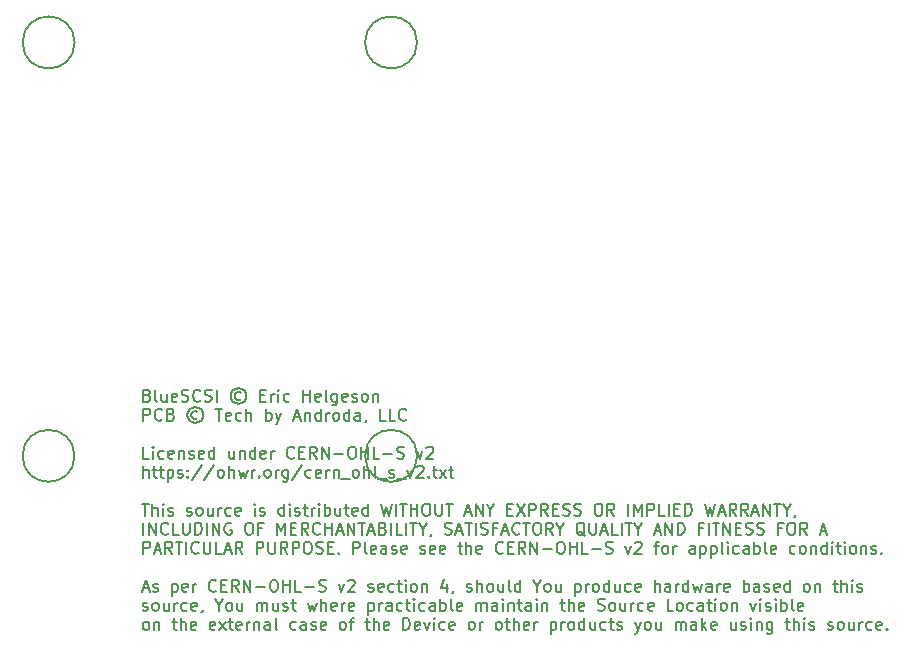
<source format=gbr>
%TF.GenerationSoftware,KiCad,Pcbnew,8.0.2*%
%TF.CreationDate,2024-11-30T10:22:52-06:00*%
%TF.ProjectId,Desktop_50_Pin_TopConn,4465736b-746f-4705-9f35-305f50696e5f,rev?*%
%TF.SameCoordinates,Original*%
%TF.FileFunction,Other,Comment*%
%FSLAX46Y46*%
G04 Gerber Fmt 4.6, Leading zero omitted, Abs format (unit mm)*
G04 Created by KiCad (PCBNEW 8.0.2) date 2024-11-30 10:22:52*
%MOMM*%
%LPD*%
G01*
G04 APERTURE LIST*
%ADD10C,0.150000*%
G04 APERTURE END LIST*
D10*
X26870112Y-12376681D02*
X27012969Y-12424300D01*
X27012969Y-12424300D02*
X27060588Y-12471919D01*
X27060588Y-12471919D02*
X27108207Y-12567157D01*
X27108207Y-12567157D02*
X27108207Y-12710014D01*
X27108207Y-12710014D02*
X27060588Y-12805252D01*
X27060588Y-12805252D02*
X27012969Y-12852872D01*
X27012969Y-12852872D02*
X26917731Y-12900491D01*
X26917731Y-12900491D02*
X26536779Y-12900491D01*
X26536779Y-12900491D02*
X26536779Y-11900491D01*
X26536779Y-11900491D02*
X26870112Y-11900491D01*
X26870112Y-11900491D02*
X26965350Y-11948110D01*
X26965350Y-11948110D02*
X27012969Y-11995729D01*
X27012969Y-11995729D02*
X27060588Y-12090967D01*
X27060588Y-12090967D02*
X27060588Y-12186205D01*
X27060588Y-12186205D02*
X27012969Y-12281443D01*
X27012969Y-12281443D02*
X26965350Y-12329062D01*
X26965350Y-12329062D02*
X26870112Y-12376681D01*
X26870112Y-12376681D02*
X26536779Y-12376681D01*
X27679636Y-12900491D02*
X27584398Y-12852872D01*
X27584398Y-12852872D02*
X27536779Y-12757633D01*
X27536779Y-12757633D02*
X27536779Y-11900491D01*
X28489160Y-12233824D02*
X28489160Y-12900491D01*
X28060589Y-12233824D02*
X28060589Y-12757633D01*
X28060589Y-12757633D02*
X28108208Y-12852872D01*
X28108208Y-12852872D02*
X28203446Y-12900491D01*
X28203446Y-12900491D02*
X28346303Y-12900491D01*
X28346303Y-12900491D02*
X28441541Y-12852872D01*
X28441541Y-12852872D02*
X28489160Y-12805252D01*
X29346303Y-12852872D02*
X29251065Y-12900491D01*
X29251065Y-12900491D02*
X29060589Y-12900491D01*
X29060589Y-12900491D02*
X28965351Y-12852872D01*
X28965351Y-12852872D02*
X28917732Y-12757633D01*
X28917732Y-12757633D02*
X28917732Y-12376681D01*
X28917732Y-12376681D02*
X28965351Y-12281443D01*
X28965351Y-12281443D02*
X29060589Y-12233824D01*
X29060589Y-12233824D02*
X29251065Y-12233824D01*
X29251065Y-12233824D02*
X29346303Y-12281443D01*
X29346303Y-12281443D02*
X29393922Y-12376681D01*
X29393922Y-12376681D02*
X29393922Y-12471919D01*
X29393922Y-12471919D02*
X28917732Y-12567157D01*
X29774875Y-12852872D02*
X29917732Y-12900491D01*
X29917732Y-12900491D02*
X30155827Y-12900491D01*
X30155827Y-12900491D02*
X30251065Y-12852872D01*
X30251065Y-12852872D02*
X30298684Y-12805252D01*
X30298684Y-12805252D02*
X30346303Y-12710014D01*
X30346303Y-12710014D02*
X30346303Y-12614776D01*
X30346303Y-12614776D02*
X30298684Y-12519538D01*
X30298684Y-12519538D02*
X30251065Y-12471919D01*
X30251065Y-12471919D02*
X30155827Y-12424300D01*
X30155827Y-12424300D02*
X29965351Y-12376681D01*
X29965351Y-12376681D02*
X29870113Y-12329062D01*
X29870113Y-12329062D02*
X29822494Y-12281443D01*
X29822494Y-12281443D02*
X29774875Y-12186205D01*
X29774875Y-12186205D02*
X29774875Y-12090967D01*
X29774875Y-12090967D02*
X29822494Y-11995729D01*
X29822494Y-11995729D02*
X29870113Y-11948110D01*
X29870113Y-11948110D02*
X29965351Y-11900491D01*
X29965351Y-11900491D02*
X30203446Y-11900491D01*
X30203446Y-11900491D02*
X30346303Y-11948110D01*
X31346303Y-12805252D02*
X31298684Y-12852872D01*
X31298684Y-12852872D02*
X31155827Y-12900491D01*
X31155827Y-12900491D02*
X31060589Y-12900491D01*
X31060589Y-12900491D02*
X30917732Y-12852872D01*
X30917732Y-12852872D02*
X30822494Y-12757633D01*
X30822494Y-12757633D02*
X30774875Y-12662395D01*
X30774875Y-12662395D02*
X30727256Y-12471919D01*
X30727256Y-12471919D02*
X30727256Y-12329062D01*
X30727256Y-12329062D02*
X30774875Y-12138586D01*
X30774875Y-12138586D02*
X30822494Y-12043348D01*
X30822494Y-12043348D02*
X30917732Y-11948110D01*
X30917732Y-11948110D02*
X31060589Y-11900491D01*
X31060589Y-11900491D02*
X31155827Y-11900491D01*
X31155827Y-11900491D02*
X31298684Y-11948110D01*
X31298684Y-11948110D02*
X31346303Y-11995729D01*
X31727256Y-12852872D02*
X31870113Y-12900491D01*
X31870113Y-12900491D02*
X32108208Y-12900491D01*
X32108208Y-12900491D02*
X32203446Y-12852872D01*
X32203446Y-12852872D02*
X32251065Y-12805252D01*
X32251065Y-12805252D02*
X32298684Y-12710014D01*
X32298684Y-12710014D02*
X32298684Y-12614776D01*
X32298684Y-12614776D02*
X32251065Y-12519538D01*
X32251065Y-12519538D02*
X32203446Y-12471919D01*
X32203446Y-12471919D02*
X32108208Y-12424300D01*
X32108208Y-12424300D02*
X31917732Y-12376681D01*
X31917732Y-12376681D02*
X31822494Y-12329062D01*
X31822494Y-12329062D02*
X31774875Y-12281443D01*
X31774875Y-12281443D02*
X31727256Y-12186205D01*
X31727256Y-12186205D02*
X31727256Y-12090967D01*
X31727256Y-12090967D02*
X31774875Y-11995729D01*
X31774875Y-11995729D02*
X31822494Y-11948110D01*
X31822494Y-11948110D02*
X31917732Y-11900491D01*
X31917732Y-11900491D02*
X32155827Y-11900491D01*
X32155827Y-11900491D02*
X32298684Y-11948110D01*
X32727256Y-12900491D02*
X32727256Y-11900491D01*
X34774875Y-12138586D02*
X34679636Y-12090967D01*
X34679636Y-12090967D02*
X34489160Y-12090967D01*
X34489160Y-12090967D02*
X34393922Y-12138586D01*
X34393922Y-12138586D02*
X34298684Y-12233824D01*
X34298684Y-12233824D02*
X34251065Y-12329062D01*
X34251065Y-12329062D02*
X34251065Y-12519538D01*
X34251065Y-12519538D02*
X34298684Y-12614776D01*
X34298684Y-12614776D02*
X34393922Y-12710014D01*
X34393922Y-12710014D02*
X34489160Y-12757633D01*
X34489160Y-12757633D02*
X34679636Y-12757633D01*
X34679636Y-12757633D02*
X34774875Y-12710014D01*
X34584398Y-11757633D02*
X34346303Y-11805252D01*
X34346303Y-11805252D02*
X34108208Y-11948110D01*
X34108208Y-11948110D02*
X33965351Y-12186205D01*
X33965351Y-12186205D02*
X33917732Y-12424300D01*
X33917732Y-12424300D02*
X33965351Y-12662395D01*
X33965351Y-12662395D02*
X34108208Y-12900491D01*
X34108208Y-12900491D02*
X34346303Y-13043348D01*
X34346303Y-13043348D02*
X34584398Y-13090967D01*
X34584398Y-13090967D02*
X34822494Y-13043348D01*
X34822494Y-13043348D02*
X35060589Y-12900491D01*
X35060589Y-12900491D02*
X35203446Y-12662395D01*
X35203446Y-12662395D02*
X35251065Y-12424300D01*
X35251065Y-12424300D02*
X35203446Y-12186205D01*
X35203446Y-12186205D02*
X35060589Y-11948110D01*
X35060589Y-11948110D02*
X34822494Y-11805252D01*
X34822494Y-11805252D02*
X34584398Y-11757633D01*
X36441542Y-12376681D02*
X36774875Y-12376681D01*
X36917732Y-12900491D02*
X36441542Y-12900491D01*
X36441542Y-12900491D02*
X36441542Y-11900491D01*
X36441542Y-11900491D02*
X36917732Y-11900491D01*
X37346304Y-12900491D02*
X37346304Y-12233824D01*
X37346304Y-12424300D02*
X37393923Y-12329062D01*
X37393923Y-12329062D02*
X37441542Y-12281443D01*
X37441542Y-12281443D02*
X37536780Y-12233824D01*
X37536780Y-12233824D02*
X37632018Y-12233824D01*
X37965352Y-12900491D02*
X37965352Y-12233824D01*
X37965352Y-11900491D02*
X37917733Y-11948110D01*
X37917733Y-11948110D02*
X37965352Y-11995729D01*
X37965352Y-11995729D02*
X38012971Y-11948110D01*
X38012971Y-11948110D02*
X37965352Y-11900491D01*
X37965352Y-11900491D02*
X37965352Y-11995729D01*
X38870113Y-12852872D02*
X38774875Y-12900491D01*
X38774875Y-12900491D02*
X38584399Y-12900491D01*
X38584399Y-12900491D02*
X38489161Y-12852872D01*
X38489161Y-12852872D02*
X38441542Y-12805252D01*
X38441542Y-12805252D02*
X38393923Y-12710014D01*
X38393923Y-12710014D02*
X38393923Y-12424300D01*
X38393923Y-12424300D02*
X38441542Y-12329062D01*
X38441542Y-12329062D02*
X38489161Y-12281443D01*
X38489161Y-12281443D02*
X38584399Y-12233824D01*
X38584399Y-12233824D02*
X38774875Y-12233824D01*
X38774875Y-12233824D02*
X38870113Y-12281443D01*
X40060590Y-12900491D02*
X40060590Y-11900491D01*
X40060590Y-12376681D02*
X40632018Y-12376681D01*
X40632018Y-12900491D02*
X40632018Y-11900491D01*
X41489161Y-12852872D02*
X41393923Y-12900491D01*
X41393923Y-12900491D02*
X41203447Y-12900491D01*
X41203447Y-12900491D02*
X41108209Y-12852872D01*
X41108209Y-12852872D02*
X41060590Y-12757633D01*
X41060590Y-12757633D02*
X41060590Y-12376681D01*
X41060590Y-12376681D02*
X41108209Y-12281443D01*
X41108209Y-12281443D02*
X41203447Y-12233824D01*
X41203447Y-12233824D02*
X41393923Y-12233824D01*
X41393923Y-12233824D02*
X41489161Y-12281443D01*
X41489161Y-12281443D02*
X41536780Y-12376681D01*
X41536780Y-12376681D02*
X41536780Y-12471919D01*
X41536780Y-12471919D02*
X41060590Y-12567157D01*
X42108209Y-12900491D02*
X42012971Y-12852872D01*
X42012971Y-12852872D02*
X41965352Y-12757633D01*
X41965352Y-12757633D02*
X41965352Y-11900491D01*
X42917733Y-12233824D02*
X42917733Y-13043348D01*
X42917733Y-13043348D02*
X42870114Y-13138586D01*
X42870114Y-13138586D02*
X42822495Y-13186205D01*
X42822495Y-13186205D02*
X42727257Y-13233824D01*
X42727257Y-13233824D02*
X42584400Y-13233824D01*
X42584400Y-13233824D02*
X42489162Y-13186205D01*
X42917733Y-12852872D02*
X42822495Y-12900491D01*
X42822495Y-12900491D02*
X42632019Y-12900491D01*
X42632019Y-12900491D02*
X42536781Y-12852872D01*
X42536781Y-12852872D02*
X42489162Y-12805252D01*
X42489162Y-12805252D02*
X42441543Y-12710014D01*
X42441543Y-12710014D02*
X42441543Y-12424300D01*
X42441543Y-12424300D02*
X42489162Y-12329062D01*
X42489162Y-12329062D02*
X42536781Y-12281443D01*
X42536781Y-12281443D02*
X42632019Y-12233824D01*
X42632019Y-12233824D02*
X42822495Y-12233824D01*
X42822495Y-12233824D02*
X42917733Y-12281443D01*
X43774876Y-12852872D02*
X43679638Y-12900491D01*
X43679638Y-12900491D02*
X43489162Y-12900491D01*
X43489162Y-12900491D02*
X43393924Y-12852872D01*
X43393924Y-12852872D02*
X43346305Y-12757633D01*
X43346305Y-12757633D02*
X43346305Y-12376681D01*
X43346305Y-12376681D02*
X43393924Y-12281443D01*
X43393924Y-12281443D02*
X43489162Y-12233824D01*
X43489162Y-12233824D02*
X43679638Y-12233824D01*
X43679638Y-12233824D02*
X43774876Y-12281443D01*
X43774876Y-12281443D02*
X43822495Y-12376681D01*
X43822495Y-12376681D02*
X43822495Y-12471919D01*
X43822495Y-12471919D02*
X43346305Y-12567157D01*
X44203448Y-12852872D02*
X44298686Y-12900491D01*
X44298686Y-12900491D02*
X44489162Y-12900491D01*
X44489162Y-12900491D02*
X44584400Y-12852872D01*
X44584400Y-12852872D02*
X44632019Y-12757633D01*
X44632019Y-12757633D02*
X44632019Y-12710014D01*
X44632019Y-12710014D02*
X44584400Y-12614776D01*
X44584400Y-12614776D02*
X44489162Y-12567157D01*
X44489162Y-12567157D02*
X44346305Y-12567157D01*
X44346305Y-12567157D02*
X44251067Y-12519538D01*
X44251067Y-12519538D02*
X44203448Y-12424300D01*
X44203448Y-12424300D02*
X44203448Y-12376681D01*
X44203448Y-12376681D02*
X44251067Y-12281443D01*
X44251067Y-12281443D02*
X44346305Y-12233824D01*
X44346305Y-12233824D02*
X44489162Y-12233824D01*
X44489162Y-12233824D02*
X44584400Y-12281443D01*
X45203448Y-12900491D02*
X45108210Y-12852872D01*
X45108210Y-12852872D02*
X45060591Y-12805252D01*
X45060591Y-12805252D02*
X45012972Y-12710014D01*
X45012972Y-12710014D02*
X45012972Y-12424300D01*
X45012972Y-12424300D02*
X45060591Y-12329062D01*
X45060591Y-12329062D02*
X45108210Y-12281443D01*
X45108210Y-12281443D02*
X45203448Y-12233824D01*
X45203448Y-12233824D02*
X45346305Y-12233824D01*
X45346305Y-12233824D02*
X45441543Y-12281443D01*
X45441543Y-12281443D02*
X45489162Y-12329062D01*
X45489162Y-12329062D02*
X45536781Y-12424300D01*
X45536781Y-12424300D02*
X45536781Y-12710014D01*
X45536781Y-12710014D02*
X45489162Y-12805252D01*
X45489162Y-12805252D02*
X45441543Y-12852872D01*
X45441543Y-12852872D02*
X45346305Y-12900491D01*
X45346305Y-12900491D02*
X45203448Y-12900491D01*
X45965353Y-12233824D02*
X45965353Y-12900491D01*
X45965353Y-12329062D02*
X46012972Y-12281443D01*
X46012972Y-12281443D02*
X46108210Y-12233824D01*
X46108210Y-12233824D02*
X46251067Y-12233824D01*
X46251067Y-12233824D02*
X46346305Y-12281443D01*
X46346305Y-12281443D02*
X46393924Y-12376681D01*
X46393924Y-12376681D02*
X46393924Y-12900491D01*
X26536779Y-14510435D02*
X26536779Y-13510435D01*
X26536779Y-13510435D02*
X26917731Y-13510435D01*
X26917731Y-13510435D02*
X27012969Y-13558054D01*
X27012969Y-13558054D02*
X27060588Y-13605673D01*
X27060588Y-13605673D02*
X27108207Y-13700911D01*
X27108207Y-13700911D02*
X27108207Y-13843768D01*
X27108207Y-13843768D02*
X27060588Y-13939006D01*
X27060588Y-13939006D02*
X27012969Y-13986625D01*
X27012969Y-13986625D02*
X26917731Y-14034244D01*
X26917731Y-14034244D02*
X26536779Y-14034244D01*
X28108207Y-14415196D02*
X28060588Y-14462816D01*
X28060588Y-14462816D02*
X27917731Y-14510435D01*
X27917731Y-14510435D02*
X27822493Y-14510435D01*
X27822493Y-14510435D02*
X27679636Y-14462816D01*
X27679636Y-14462816D02*
X27584398Y-14367577D01*
X27584398Y-14367577D02*
X27536779Y-14272339D01*
X27536779Y-14272339D02*
X27489160Y-14081863D01*
X27489160Y-14081863D02*
X27489160Y-13939006D01*
X27489160Y-13939006D02*
X27536779Y-13748530D01*
X27536779Y-13748530D02*
X27584398Y-13653292D01*
X27584398Y-13653292D02*
X27679636Y-13558054D01*
X27679636Y-13558054D02*
X27822493Y-13510435D01*
X27822493Y-13510435D02*
X27917731Y-13510435D01*
X27917731Y-13510435D02*
X28060588Y-13558054D01*
X28060588Y-13558054D02*
X28108207Y-13605673D01*
X28870112Y-13986625D02*
X29012969Y-14034244D01*
X29012969Y-14034244D02*
X29060588Y-14081863D01*
X29060588Y-14081863D02*
X29108207Y-14177101D01*
X29108207Y-14177101D02*
X29108207Y-14319958D01*
X29108207Y-14319958D02*
X29060588Y-14415196D01*
X29060588Y-14415196D02*
X29012969Y-14462816D01*
X29012969Y-14462816D02*
X28917731Y-14510435D01*
X28917731Y-14510435D02*
X28536779Y-14510435D01*
X28536779Y-14510435D02*
X28536779Y-13510435D01*
X28536779Y-13510435D02*
X28870112Y-13510435D01*
X28870112Y-13510435D02*
X28965350Y-13558054D01*
X28965350Y-13558054D02*
X29012969Y-13605673D01*
X29012969Y-13605673D02*
X29060588Y-13700911D01*
X29060588Y-13700911D02*
X29060588Y-13796149D01*
X29060588Y-13796149D02*
X29012969Y-13891387D01*
X29012969Y-13891387D02*
X28965350Y-13939006D01*
X28965350Y-13939006D02*
X28870112Y-13986625D01*
X28870112Y-13986625D02*
X28536779Y-13986625D01*
X31108208Y-13748530D02*
X31012969Y-13700911D01*
X31012969Y-13700911D02*
X30822493Y-13700911D01*
X30822493Y-13700911D02*
X30727255Y-13748530D01*
X30727255Y-13748530D02*
X30632017Y-13843768D01*
X30632017Y-13843768D02*
X30584398Y-13939006D01*
X30584398Y-13939006D02*
X30584398Y-14129482D01*
X30584398Y-14129482D02*
X30632017Y-14224720D01*
X30632017Y-14224720D02*
X30727255Y-14319958D01*
X30727255Y-14319958D02*
X30822493Y-14367577D01*
X30822493Y-14367577D02*
X31012969Y-14367577D01*
X31012969Y-14367577D02*
X31108208Y-14319958D01*
X30917731Y-13367577D02*
X30679636Y-13415196D01*
X30679636Y-13415196D02*
X30441541Y-13558054D01*
X30441541Y-13558054D02*
X30298684Y-13796149D01*
X30298684Y-13796149D02*
X30251065Y-14034244D01*
X30251065Y-14034244D02*
X30298684Y-14272339D01*
X30298684Y-14272339D02*
X30441541Y-14510435D01*
X30441541Y-14510435D02*
X30679636Y-14653292D01*
X30679636Y-14653292D02*
X30917731Y-14700911D01*
X30917731Y-14700911D02*
X31155827Y-14653292D01*
X31155827Y-14653292D02*
X31393922Y-14510435D01*
X31393922Y-14510435D02*
X31536779Y-14272339D01*
X31536779Y-14272339D02*
X31584398Y-14034244D01*
X31584398Y-14034244D02*
X31536779Y-13796149D01*
X31536779Y-13796149D02*
X31393922Y-13558054D01*
X31393922Y-13558054D02*
X31155827Y-13415196D01*
X31155827Y-13415196D02*
X30917731Y-13367577D01*
X32632018Y-13510435D02*
X33203446Y-13510435D01*
X32917732Y-14510435D02*
X32917732Y-13510435D01*
X33917732Y-14462816D02*
X33822494Y-14510435D01*
X33822494Y-14510435D02*
X33632018Y-14510435D01*
X33632018Y-14510435D02*
X33536780Y-14462816D01*
X33536780Y-14462816D02*
X33489161Y-14367577D01*
X33489161Y-14367577D02*
X33489161Y-13986625D01*
X33489161Y-13986625D02*
X33536780Y-13891387D01*
X33536780Y-13891387D02*
X33632018Y-13843768D01*
X33632018Y-13843768D02*
X33822494Y-13843768D01*
X33822494Y-13843768D02*
X33917732Y-13891387D01*
X33917732Y-13891387D02*
X33965351Y-13986625D01*
X33965351Y-13986625D02*
X33965351Y-14081863D01*
X33965351Y-14081863D02*
X33489161Y-14177101D01*
X34822494Y-14462816D02*
X34727256Y-14510435D01*
X34727256Y-14510435D02*
X34536780Y-14510435D01*
X34536780Y-14510435D02*
X34441542Y-14462816D01*
X34441542Y-14462816D02*
X34393923Y-14415196D01*
X34393923Y-14415196D02*
X34346304Y-14319958D01*
X34346304Y-14319958D02*
X34346304Y-14034244D01*
X34346304Y-14034244D02*
X34393923Y-13939006D01*
X34393923Y-13939006D02*
X34441542Y-13891387D01*
X34441542Y-13891387D02*
X34536780Y-13843768D01*
X34536780Y-13843768D02*
X34727256Y-13843768D01*
X34727256Y-13843768D02*
X34822494Y-13891387D01*
X35251066Y-14510435D02*
X35251066Y-13510435D01*
X35679637Y-14510435D02*
X35679637Y-13986625D01*
X35679637Y-13986625D02*
X35632018Y-13891387D01*
X35632018Y-13891387D02*
X35536780Y-13843768D01*
X35536780Y-13843768D02*
X35393923Y-13843768D01*
X35393923Y-13843768D02*
X35298685Y-13891387D01*
X35298685Y-13891387D02*
X35251066Y-13939006D01*
X36917733Y-14510435D02*
X36917733Y-13510435D01*
X36917733Y-13891387D02*
X37012971Y-13843768D01*
X37012971Y-13843768D02*
X37203447Y-13843768D01*
X37203447Y-13843768D02*
X37298685Y-13891387D01*
X37298685Y-13891387D02*
X37346304Y-13939006D01*
X37346304Y-13939006D02*
X37393923Y-14034244D01*
X37393923Y-14034244D02*
X37393923Y-14319958D01*
X37393923Y-14319958D02*
X37346304Y-14415196D01*
X37346304Y-14415196D02*
X37298685Y-14462816D01*
X37298685Y-14462816D02*
X37203447Y-14510435D01*
X37203447Y-14510435D02*
X37012971Y-14510435D01*
X37012971Y-14510435D02*
X36917733Y-14462816D01*
X37727257Y-13843768D02*
X37965352Y-14510435D01*
X38203447Y-13843768D02*
X37965352Y-14510435D01*
X37965352Y-14510435D02*
X37870114Y-14748530D01*
X37870114Y-14748530D02*
X37822495Y-14796149D01*
X37822495Y-14796149D02*
X37727257Y-14843768D01*
X39298686Y-14224720D02*
X39774876Y-14224720D01*
X39203448Y-14510435D02*
X39536781Y-13510435D01*
X39536781Y-13510435D02*
X39870114Y-14510435D01*
X40203448Y-13843768D02*
X40203448Y-14510435D01*
X40203448Y-13939006D02*
X40251067Y-13891387D01*
X40251067Y-13891387D02*
X40346305Y-13843768D01*
X40346305Y-13843768D02*
X40489162Y-13843768D01*
X40489162Y-13843768D02*
X40584400Y-13891387D01*
X40584400Y-13891387D02*
X40632019Y-13986625D01*
X40632019Y-13986625D02*
X40632019Y-14510435D01*
X41536781Y-14510435D02*
X41536781Y-13510435D01*
X41536781Y-14462816D02*
X41441543Y-14510435D01*
X41441543Y-14510435D02*
X41251067Y-14510435D01*
X41251067Y-14510435D02*
X41155829Y-14462816D01*
X41155829Y-14462816D02*
X41108210Y-14415196D01*
X41108210Y-14415196D02*
X41060591Y-14319958D01*
X41060591Y-14319958D02*
X41060591Y-14034244D01*
X41060591Y-14034244D02*
X41108210Y-13939006D01*
X41108210Y-13939006D02*
X41155829Y-13891387D01*
X41155829Y-13891387D02*
X41251067Y-13843768D01*
X41251067Y-13843768D02*
X41441543Y-13843768D01*
X41441543Y-13843768D02*
X41536781Y-13891387D01*
X42012972Y-14510435D02*
X42012972Y-13843768D01*
X42012972Y-14034244D02*
X42060591Y-13939006D01*
X42060591Y-13939006D02*
X42108210Y-13891387D01*
X42108210Y-13891387D02*
X42203448Y-13843768D01*
X42203448Y-13843768D02*
X42298686Y-13843768D01*
X42774877Y-14510435D02*
X42679639Y-14462816D01*
X42679639Y-14462816D02*
X42632020Y-14415196D01*
X42632020Y-14415196D02*
X42584401Y-14319958D01*
X42584401Y-14319958D02*
X42584401Y-14034244D01*
X42584401Y-14034244D02*
X42632020Y-13939006D01*
X42632020Y-13939006D02*
X42679639Y-13891387D01*
X42679639Y-13891387D02*
X42774877Y-13843768D01*
X42774877Y-13843768D02*
X42917734Y-13843768D01*
X42917734Y-13843768D02*
X43012972Y-13891387D01*
X43012972Y-13891387D02*
X43060591Y-13939006D01*
X43060591Y-13939006D02*
X43108210Y-14034244D01*
X43108210Y-14034244D02*
X43108210Y-14319958D01*
X43108210Y-14319958D02*
X43060591Y-14415196D01*
X43060591Y-14415196D02*
X43012972Y-14462816D01*
X43012972Y-14462816D02*
X42917734Y-14510435D01*
X42917734Y-14510435D02*
X42774877Y-14510435D01*
X43965353Y-14510435D02*
X43965353Y-13510435D01*
X43965353Y-14462816D02*
X43870115Y-14510435D01*
X43870115Y-14510435D02*
X43679639Y-14510435D01*
X43679639Y-14510435D02*
X43584401Y-14462816D01*
X43584401Y-14462816D02*
X43536782Y-14415196D01*
X43536782Y-14415196D02*
X43489163Y-14319958D01*
X43489163Y-14319958D02*
X43489163Y-14034244D01*
X43489163Y-14034244D02*
X43536782Y-13939006D01*
X43536782Y-13939006D02*
X43584401Y-13891387D01*
X43584401Y-13891387D02*
X43679639Y-13843768D01*
X43679639Y-13843768D02*
X43870115Y-13843768D01*
X43870115Y-13843768D02*
X43965353Y-13891387D01*
X44870115Y-14510435D02*
X44870115Y-13986625D01*
X44870115Y-13986625D02*
X44822496Y-13891387D01*
X44822496Y-13891387D02*
X44727258Y-13843768D01*
X44727258Y-13843768D02*
X44536782Y-13843768D01*
X44536782Y-13843768D02*
X44441544Y-13891387D01*
X44870115Y-14462816D02*
X44774877Y-14510435D01*
X44774877Y-14510435D02*
X44536782Y-14510435D01*
X44536782Y-14510435D02*
X44441544Y-14462816D01*
X44441544Y-14462816D02*
X44393925Y-14367577D01*
X44393925Y-14367577D02*
X44393925Y-14272339D01*
X44393925Y-14272339D02*
X44441544Y-14177101D01*
X44441544Y-14177101D02*
X44536782Y-14129482D01*
X44536782Y-14129482D02*
X44774877Y-14129482D01*
X44774877Y-14129482D02*
X44870115Y-14081863D01*
X45393925Y-14462816D02*
X45393925Y-14510435D01*
X45393925Y-14510435D02*
X45346306Y-14605673D01*
X45346306Y-14605673D02*
X45298687Y-14653292D01*
X47060591Y-14510435D02*
X46584401Y-14510435D01*
X46584401Y-14510435D02*
X46584401Y-13510435D01*
X47870115Y-14510435D02*
X47393925Y-14510435D01*
X47393925Y-14510435D02*
X47393925Y-13510435D01*
X48774877Y-14415196D02*
X48727258Y-14462816D01*
X48727258Y-14462816D02*
X48584401Y-14510435D01*
X48584401Y-14510435D02*
X48489163Y-14510435D01*
X48489163Y-14510435D02*
X48346306Y-14462816D01*
X48346306Y-14462816D02*
X48251068Y-14367577D01*
X48251068Y-14367577D02*
X48203449Y-14272339D01*
X48203449Y-14272339D02*
X48155830Y-14081863D01*
X48155830Y-14081863D02*
X48155830Y-13939006D01*
X48155830Y-13939006D02*
X48203449Y-13748530D01*
X48203449Y-13748530D02*
X48251068Y-13653292D01*
X48251068Y-13653292D02*
X48346306Y-13558054D01*
X48346306Y-13558054D02*
X48489163Y-13510435D01*
X48489163Y-13510435D02*
X48584401Y-13510435D01*
X48584401Y-13510435D02*
X48727258Y-13558054D01*
X48727258Y-13558054D02*
X48774877Y-13605673D01*
X27012969Y-17730323D02*
X26536779Y-17730323D01*
X26536779Y-17730323D02*
X26536779Y-16730323D01*
X27346303Y-17730323D02*
X27346303Y-17063656D01*
X27346303Y-16730323D02*
X27298684Y-16777942D01*
X27298684Y-16777942D02*
X27346303Y-16825561D01*
X27346303Y-16825561D02*
X27393922Y-16777942D01*
X27393922Y-16777942D02*
X27346303Y-16730323D01*
X27346303Y-16730323D02*
X27346303Y-16825561D01*
X28251064Y-17682704D02*
X28155826Y-17730323D01*
X28155826Y-17730323D02*
X27965350Y-17730323D01*
X27965350Y-17730323D02*
X27870112Y-17682704D01*
X27870112Y-17682704D02*
X27822493Y-17635084D01*
X27822493Y-17635084D02*
X27774874Y-17539846D01*
X27774874Y-17539846D02*
X27774874Y-17254132D01*
X27774874Y-17254132D02*
X27822493Y-17158894D01*
X27822493Y-17158894D02*
X27870112Y-17111275D01*
X27870112Y-17111275D02*
X27965350Y-17063656D01*
X27965350Y-17063656D02*
X28155826Y-17063656D01*
X28155826Y-17063656D02*
X28251064Y-17111275D01*
X29060588Y-17682704D02*
X28965350Y-17730323D01*
X28965350Y-17730323D02*
X28774874Y-17730323D01*
X28774874Y-17730323D02*
X28679636Y-17682704D01*
X28679636Y-17682704D02*
X28632017Y-17587465D01*
X28632017Y-17587465D02*
X28632017Y-17206513D01*
X28632017Y-17206513D02*
X28679636Y-17111275D01*
X28679636Y-17111275D02*
X28774874Y-17063656D01*
X28774874Y-17063656D02*
X28965350Y-17063656D01*
X28965350Y-17063656D02*
X29060588Y-17111275D01*
X29060588Y-17111275D02*
X29108207Y-17206513D01*
X29108207Y-17206513D02*
X29108207Y-17301751D01*
X29108207Y-17301751D02*
X28632017Y-17396989D01*
X29536779Y-17063656D02*
X29536779Y-17730323D01*
X29536779Y-17158894D02*
X29584398Y-17111275D01*
X29584398Y-17111275D02*
X29679636Y-17063656D01*
X29679636Y-17063656D02*
X29822493Y-17063656D01*
X29822493Y-17063656D02*
X29917731Y-17111275D01*
X29917731Y-17111275D02*
X29965350Y-17206513D01*
X29965350Y-17206513D02*
X29965350Y-17730323D01*
X30393922Y-17682704D02*
X30489160Y-17730323D01*
X30489160Y-17730323D02*
X30679636Y-17730323D01*
X30679636Y-17730323D02*
X30774874Y-17682704D01*
X30774874Y-17682704D02*
X30822493Y-17587465D01*
X30822493Y-17587465D02*
X30822493Y-17539846D01*
X30822493Y-17539846D02*
X30774874Y-17444608D01*
X30774874Y-17444608D02*
X30679636Y-17396989D01*
X30679636Y-17396989D02*
X30536779Y-17396989D01*
X30536779Y-17396989D02*
X30441541Y-17349370D01*
X30441541Y-17349370D02*
X30393922Y-17254132D01*
X30393922Y-17254132D02*
X30393922Y-17206513D01*
X30393922Y-17206513D02*
X30441541Y-17111275D01*
X30441541Y-17111275D02*
X30536779Y-17063656D01*
X30536779Y-17063656D02*
X30679636Y-17063656D01*
X30679636Y-17063656D02*
X30774874Y-17111275D01*
X31632017Y-17682704D02*
X31536779Y-17730323D01*
X31536779Y-17730323D02*
X31346303Y-17730323D01*
X31346303Y-17730323D02*
X31251065Y-17682704D01*
X31251065Y-17682704D02*
X31203446Y-17587465D01*
X31203446Y-17587465D02*
X31203446Y-17206513D01*
X31203446Y-17206513D02*
X31251065Y-17111275D01*
X31251065Y-17111275D02*
X31346303Y-17063656D01*
X31346303Y-17063656D02*
X31536779Y-17063656D01*
X31536779Y-17063656D02*
X31632017Y-17111275D01*
X31632017Y-17111275D02*
X31679636Y-17206513D01*
X31679636Y-17206513D02*
X31679636Y-17301751D01*
X31679636Y-17301751D02*
X31203446Y-17396989D01*
X32536779Y-17730323D02*
X32536779Y-16730323D01*
X32536779Y-17682704D02*
X32441541Y-17730323D01*
X32441541Y-17730323D02*
X32251065Y-17730323D01*
X32251065Y-17730323D02*
X32155827Y-17682704D01*
X32155827Y-17682704D02*
X32108208Y-17635084D01*
X32108208Y-17635084D02*
X32060589Y-17539846D01*
X32060589Y-17539846D02*
X32060589Y-17254132D01*
X32060589Y-17254132D02*
X32108208Y-17158894D01*
X32108208Y-17158894D02*
X32155827Y-17111275D01*
X32155827Y-17111275D02*
X32251065Y-17063656D01*
X32251065Y-17063656D02*
X32441541Y-17063656D01*
X32441541Y-17063656D02*
X32536779Y-17111275D01*
X34203446Y-17063656D02*
X34203446Y-17730323D01*
X33774875Y-17063656D02*
X33774875Y-17587465D01*
X33774875Y-17587465D02*
X33822494Y-17682704D01*
X33822494Y-17682704D02*
X33917732Y-17730323D01*
X33917732Y-17730323D02*
X34060589Y-17730323D01*
X34060589Y-17730323D02*
X34155827Y-17682704D01*
X34155827Y-17682704D02*
X34203446Y-17635084D01*
X34679637Y-17063656D02*
X34679637Y-17730323D01*
X34679637Y-17158894D02*
X34727256Y-17111275D01*
X34727256Y-17111275D02*
X34822494Y-17063656D01*
X34822494Y-17063656D02*
X34965351Y-17063656D01*
X34965351Y-17063656D02*
X35060589Y-17111275D01*
X35060589Y-17111275D02*
X35108208Y-17206513D01*
X35108208Y-17206513D02*
X35108208Y-17730323D01*
X36012970Y-17730323D02*
X36012970Y-16730323D01*
X36012970Y-17682704D02*
X35917732Y-17730323D01*
X35917732Y-17730323D02*
X35727256Y-17730323D01*
X35727256Y-17730323D02*
X35632018Y-17682704D01*
X35632018Y-17682704D02*
X35584399Y-17635084D01*
X35584399Y-17635084D02*
X35536780Y-17539846D01*
X35536780Y-17539846D02*
X35536780Y-17254132D01*
X35536780Y-17254132D02*
X35584399Y-17158894D01*
X35584399Y-17158894D02*
X35632018Y-17111275D01*
X35632018Y-17111275D02*
X35727256Y-17063656D01*
X35727256Y-17063656D02*
X35917732Y-17063656D01*
X35917732Y-17063656D02*
X36012970Y-17111275D01*
X36870113Y-17682704D02*
X36774875Y-17730323D01*
X36774875Y-17730323D02*
X36584399Y-17730323D01*
X36584399Y-17730323D02*
X36489161Y-17682704D01*
X36489161Y-17682704D02*
X36441542Y-17587465D01*
X36441542Y-17587465D02*
X36441542Y-17206513D01*
X36441542Y-17206513D02*
X36489161Y-17111275D01*
X36489161Y-17111275D02*
X36584399Y-17063656D01*
X36584399Y-17063656D02*
X36774875Y-17063656D01*
X36774875Y-17063656D02*
X36870113Y-17111275D01*
X36870113Y-17111275D02*
X36917732Y-17206513D01*
X36917732Y-17206513D02*
X36917732Y-17301751D01*
X36917732Y-17301751D02*
X36441542Y-17396989D01*
X37346304Y-17730323D02*
X37346304Y-17063656D01*
X37346304Y-17254132D02*
X37393923Y-17158894D01*
X37393923Y-17158894D02*
X37441542Y-17111275D01*
X37441542Y-17111275D02*
X37536780Y-17063656D01*
X37536780Y-17063656D02*
X37632018Y-17063656D01*
X39298685Y-17635084D02*
X39251066Y-17682704D01*
X39251066Y-17682704D02*
X39108209Y-17730323D01*
X39108209Y-17730323D02*
X39012971Y-17730323D01*
X39012971Y-17730323D02*
X38870114Y-17682704D01*
X38870114Y-17682704D02*
X38774876Y-17587465D01*
X38774876Y-17587465D02*
X38727257Y-17492227D01*
X38727257Y-17492227D02*
X38679638Y-17301751D01*
X38679638Y-17301751D02*
X38679638Y-17158894D01*
X38679638Y-17158894D02*
X38727257Y-16968418D01*
X38727257Y-16968418D02*
X38774876Y-16873180D01*
X38774876Y-16873180D02*
X38870114Y-16777942D01*
X38870114Y-16777942D02*
X39012971Y-16730323D01*
X39012971Y-16730323D02*
X39108209Y-16730323D01*
X39108209Y-16730323D02*
X39251066Y-16777942D01*
X39251066Y-16777942D02*
X39298685Y-16825561D01*
X39727257Y-17206513D02*
X40060590Y-17206513D01*
X40203447Y-17730323D02*
X39727257Y-17730323D01*
X39727257Y-17730323D02*
X39727257Y-16730323D01*
X39727257Y-16730323D02*
X40203447Y-16730323D01*
X41203447Y-17730323D02*
X40870114Y-17254132D01*
X40632019Y-17730323D02*
X40632019Y-16730323D01*
X40632019Y-16730323D02*
X41012971Y-16730323D01*
X41012971Y-16730323D02*
X41108209Y-16777942D01*
X41108209Y-16777942D02*
X41155828Y-16825561D01*
X41155828Y-16825561D02*
X41203447Y-16920799D01*
X41203447Y-16920799D02*
X41203447Y-17063656D01*
X41203447Y-17063656D02*
X41155828Y-17158894D01*
X41155828Y-17158894D02*
X41108209Y-17206513D01*
X41108209Y-17206513D02*
X41012971Y-17254132D01*
X41012971Y-17254132D02*
X40632019Y-17254132D01*
X41632019Y-17730323D02*
X41632019Y-16730323D01*
X41632019Y-16730323D02*
X42203447Y-17730323D01*
X42203447Y-17730323D02*
X42203447Y-16730323D01*
X42679638Y-17349370D02*
X43441543Y-17349370D01*
X44108209Y-16730323D02*
X44298685Y-16730323D01*
X44298685Y-16730323D02*
X44393923Y-16777942D01*
X44393923Y-16777942D02*
X44489161Y-16873180D01*
X44489161Y-16873180D02*
X44536780Y-17063656D01*
X44536780Y-17063656D02*
X44536780Y-17396989D01*
X44536780Y-17396989D02*
X44489161Y-17587465D01*
X44489161Y-17587465D02*
X44393923Y-17682704D01*
X44393923Y-17682704D02*
X44298685Y-17730323D01*
X44298685Y-17730323D02*
X44108209Y-17730323D01*
X44108209Y-17730323D02*
X44012971Y-17682704D01*
X44012971Y-17682704D02*
X43917733Y-17587465D01*
X43917733Y-17587465D02*
X43870114Y-17396989D01*
X43870114Y-17396989D02*
X43870114Y-17063656D01*
X43870114Y-17063656D02*
X43917733Y-16873180D01*
X43917733Y-16873180D02*
X44012971Y-16777942D01*
X44012971Y-16777942D02*
X44108209Y-16730323D01*
X44965352Y-17730323D02*
X44965352Y-16730323D01*
X44965352Y-17206513D02*
X45536780Y-17206513D01*
X45536780Y-17730323D02*
X45536780Y-16730323D01*
X46489161Y-17730323D02*
X46012971Y-17730323D01*
X46012971Y-17730323D02*
X46012971Y-16730323D01*
X46822495Y-17349370D02*
X47584400Y-17349370D01*
X48012971Y-17682704D02*
X48155828Y-17730323D01*
X48155828Y-17730323D02*
X48393923Y-17730323D01*
X48393923Y-17730323D02*
X48489161Y-17682704D01*
X48489161Y-17682704D02*
X48536780Y-17635084D01*
X48536780Y-17635084D02*
X48584399Y-17539846D01*
X48584399Y-17539846D02*
X48584399Y-17444608D01*
X48584399Y-17444608D02*
X48536780Y-17349370D01*
X48536780Y-17349370D02*
X48489161Y-17301751D01*
X48489161Y-17301751D02*
X48393923Y-17254132D01*
X48393923Y-17254132D02*
X48203447Y-17206513D01*
X48203447Y-17206513D02*
X48108209Y-17158894D01*
X48108209Y-17158894D02*
X48060590Y-17111275D01*
X48060590Y-17111275D02*
X48012971Y-17016037D01*
X48012971Y-17016037D02*
X48012971Y-16920799D01*
X48012971Y-16920799D02*
X48060590Y-16825561D01*
X48060590Y-16825561D02*
X48108209Y-16777942D01*
X48108209Y-16777942D02*
X48203447Y-16730323D01*
X48203447Y-16730323D02*
X48441542Y-16730323D01*
X48441542Y-16730323D02*
X48584399Y-16777942D01*
X49679638Y-17063656D02*
X49917733Y-17730323D01*
X49917733Y-17730323D02*
X50155828Y-17063656D01*
X50489162Y-16825561D02*
X50536781Y-16777942D01*
X50536781Y-16777942D02*
X50632019Y-16730323D01*
X50632019Y-16730323D02*
X50870114Y-16730323D01*
X50870114Y-16730323D02*
X50965352Y-16777942D01*
X50965352Y-16777942D02*
X51012971Y-16825561D01*
X51012971Y-16825561D02*
X51060590Y-16920799D01*
X51060590Y-16920799D02*
X51060590Y-17016037D01*
X51060590Y-17016037D02*
X51012971Y-17158894D01*
X51012971Y-17158894D02*
X50441543Y-17730323D01*
X50441543Y-17730323D02*
X51060590Y-17730323D01*
X26536779Y-19340267D02*
X26536779Y-18340267D01*
X26965350Y-19340267D02*
X26965350Y-18816457D01*
X26965350Y-18816457D02*
X26917731Y-18721219D01*
X26917731Y-18721219D02*
X26822493Y-18673600D01*
X26822493Y-18673600D02*
X26679636Y-18673600D01*
X26679636Y-18673600D02*
X26584398Y-18721219D01*
X26584398Y-18721219D02*
X26536779Y-18768838D01*
X27298684Y-18673600D02*
X27679636Y-18673600D01*
X27441541Y-18340267D02*
X27441541Y-19197409D01*
X27441541Y-19197409D02*
X27489160Y-19292648D01*
X27489160Y-19292648D02*
X27584398Y-19340267D01*
X27584398Y-19340267D02*
X27679636Y-19340267D01*
X27870113Y-18673600D02*
X28251065Y-18673600D01*
X28012970Y-18340267D02*
X28012970Y-19197409D01*
X28012970Y-19197409D02*
X28060589Y-19292648D01*
X28060589Y-19292648D02*
X28155827Y-19340267D01*
X28155827Y-19340267D02*
X28251065Y-19340267D01*
X28584399Y-18673600D02*
X28584399Y-19673600D01*
X28584399Y-18721219D02*
X28679637Y-18673600D01*
X28679637Y-18673600D02*
X28870113Y-18673600D01*
X28870113Y-18673600D02*
X28965351Y-18721219D01*
X28965351Y-18721219D02*
X29012970Y-18768838D01*
X29012970Y-18768838D02*
X29060589Y-18864076D01*
X29060589Y-18864076D02*
X29060589Y-19149790D01*
X29060589Y-19149790D02*
X29012970Y-19245028D01*
X29012970Y-19245028D02*
X28965351Y-19292648D01*
X28965351Y-19292648D02*
X28870113Y-19340267D01*
X28870113Y-19340267D02*
X28679637Y-19340267D01*
X28679637Y-19340267D02*
X28584399Y-19292648D01*
X29441542Y-19292648D02*
X29536780Y-19340267D01*
X29536780Y-19340267D02*
X29727256Y-19340267D01*
X29727256Y-19340267D02*
X29822494Y-19292648D01*
X29822494Y-19292648D02*
X29870113Y-19197409D01*
X29870113Y-19197409D02*
X29870113Y-19149790D01*
X29870113Y-19149790D02*
X29822494Y-19054552D01*
X29822494Y-19054552D02*
X29727256Y-19006933D01*
X29727256Y-19006933D02*
X29584399Y-19006933D01*
X29584399Y-19006933D02*
X29489161Y-18959314D01*
X29489161Y-18959314D02*
X29441542Y-18864076D01*
X29441542Y-18864076D02*
X29441542Y-18816457D01*
X29441542Y-18816457D02*
X29489161Y-18721219D01*
X29489161Y-18721219D02*
X29584399Y-18673600D01*
X29584399Y-18673600D02*
X29727256Y-18673600D01*
X29727256Y-18673600D02*
X29822494Y-18721219D01*
X30298685Y-19245028D02*
X30346304Y-19292648D01*
X30346304Y-19292648D02*
X30298685Y-19340267D01*
X30298685Y-19340267D02*
X30251066Y-19292648D01*
X30251066Y-19292648D02*
X30298685Y-19245028D01*
X30298685Y-19245028D02*
X30298685Y-19340267D01*
X30298685Y-18721219D02*
X30346304Y-18768838D01*
X30346304Y-18768838D02*
X30298685Y-18816457D01*
X30298685Y-18816457D02*
X30251066Y-18768838D01*
X30251066Y-18768838D02*
X30298685Y-18721219D01*
X30298685Y-18721219D02*
X30298685Y-18816457D01*
X31489160Y-18292648D02*
X30632018Y-19578362D01*
X32536779Y-18292648D02*
X31679637Y-19578362D01*
X33012970Y-19340267D02*
X32917732Y-19292648D01*
X32917732Y-19292648D02*
X32870113Y-19245028D01*
X32870113Y-19245028D02*
X32822494Y-19149790D01*
X32822494Y-19149790D02*
X32822494Y-18864076D01*
X32822494Y-18864076D02*
X32870113Y-18768838D01*
X32870113Y-18768838D02*
X32917732Y-18721219D01*
X32917732Y-18721219D02*
X33012970Y-18673600D01*
X33012970Y-18673600D02*
X33155827Y-18673600D01*
X33155827Y-18673600D02*
X33251065Y-18721219D01*
X33251065Y-18721219D02*
X33298684Y-18768838D01*
X33298684Y-18768838D02*
X33346303Y-18864076D01*
X33346303Y-18864076D02*
X33346303Y-19149790D01*
X33346303Y-19149790D02*
X33298684Y-19245028D01*
X33298684Y-19245028D02*
X33251065Y-19292648D01*
X33251065Y-19292648D02*
X33155827Y-19340267D01*
X33155827Y-19340267D02*
X33012970Y-19340267D01*
X33774875Y-19340267D02*
X33774875Y-18340267D01*
X34203446Y-19340267D02*
X34203446Y-18816457D01*
X34203446Y-18816457D02*
X34155827Y-18721219D01*
X34155827Y-18721219D02*
X34060589Y-18673600D01*
X34060589Y-18673600D02*
X33917732Y-18673600D01*
X33917732Y-18673600D02*
X33822494Y-18721219D01*
X33822494Y-18721219D02*
X33774875Y-18768838D01*
X34584399Y-18673600D02*
X34774875Y-19340267D01*
X34774875Y-19340267D02*
X34965351Y-18864076D01*
X34965351Y-18864076D02*
X35155827Y-19340267D01*
X35155827Y-19340267D02*
X35346303Y-18673600D01*
X35727256Y-19340267D02*
X35727256Y-18673600D01*
X35727256Y-18864076D02*
X35774875Y-18768838D01*
X35774875Y-18768838D02*
X35822494Y-18721219D01*
X35822494Y-18721219D02*
X35917732Y-18673600D01*
X35917732Y-18673600D02*
X36012970Y-18673600D01*
X36346304Y-19245028D02*
X36393923Y-19292648D01*
X36393923Y-19292648D02*
X36346304Y-19340267D01*
X36346304Y-19340267D02*
X36298685Y-19292648D01*
X36298685Y-19292648D02*
X36346304Y-19245028D01*
X36346304Y-19245028D02*
X36346304Y-19340267D01*
X36965351Y-19340267D02*
X36870113Y-19292648D01*
X36870113Y-19292648D02*
X36822494Y-19245028D01*
X36822494Y-19245028D02*
X36774875Y-19149790D01*
X36774875Y-19149790D02*
X36774875Y-18864076D01*
X36774875Y-18864076D02*
X36822494Y-18768838D01*
X36822494Y-18768838D02*
X36870113Y-18721219D01*
X36870113Y-18721219D02*
X36965351Y-18673600D01*
X36965351Y-18673600D02*
X37108208Y-18673600D01*
X37108208Y-18673600D02*
X37203446Y-18721219D01*
X37203446Y-18721219D02*
X37251065Y-18768838D01*
X37251065Y-18768838D02*
X37298684Y-18864076D01*
X37298684Y-18864076D02*
X37298684Y-19149790D01*
X37298684Y-19149790D02*
X37251065Y-19245028D01*
X37251065Y-19245028D02*
X37203446Y-19292648D01*
X37203446Y-19292648D02*
X37108208Y-19340267D01*
X37108208Y-19340267D02*
X36965351Y-19340267D01*
X37727256Y-19340267D02*
X37727256Y-18673600D01*
X37727256Y-18864076D02*
X37774875Y-18768838D01*
X37774875Y-18768838D02*
X37822494Y-18721219D01*
X37822494Y-18721219D02*
X37917732Y-18673600D01*
X37917732Y-18673600D02*
X38012970Y-18673600D01*
X38774875Y-18673600D02*
X38774875Y-19483124D01*
X38774875Y-19483124D02*
X38727256Y-19578362D01*
X38727256Y-19578362D02*
X38679637Y-19625981D01*
X38679637Y-19625981D02*
X38584399Y-19673600D01*
X38584399Y-19673600D02*
X38441542Y-19673600D01*
X38441542Y-19673600D02*
X38346304Y-19625981D01*
X38774875Y-19292648D02*
X38679637Y-19340267D01*
X38679637Y-19340267D02*
X38489161Y-19340267D01*
X38489161Y-19340267D02*
X38393923Y-19292648D01*
X38393923Y-19292648D02*
X38346304Y-19245028D01*
X38346304Y-19245028D02*
X38298685Y-19149790D01*
X38298685Y-19149790D02*
X38298685Y-18864076D01*
X38298685Y-18864076D02*
X38346304Y-18768838D01*
X38346304Y-18768838D02*
X38393923Y-18721219D01*
X38393923Y-18721219D02*
X38489161Y-18673600D01*
X38489161Y-18673600D02*
X38679637Y-18673600D01*
X38679637Y-18673600D02*
X38774875Y-18721219D01*
X39965351Y-18292648D02*
X39108209Y-19578362D01*
X40727256Y-19292648D02*
X40632018Y-19340267D01*
X40632018Y-19340267D02*
X40441542Y-19340267D01*
X40441542Y-19340267D02*
X40346304Y-19292648D01*
X40346304Y-19292648D02*
X40298685Y-19245028D01*
X40298685Y-19245028D02*
X40251066Y-19149790D01*
X40251066Y-19149790D02*
X40251066Y-18864076D01*
X40251066Y-18864076D02*
X40298685Y-18768838D01*
X40298685Y-18768838D02*
X40346304Y-18721219D01*
X40346304Y-18721219D02*
X40441542Y-18673600D01*
X40441542Y-18673600D02*
X40632018Y-18673600D01*
X40632018Y-18673600D02*
X40727256Y-18721219D01*
X41536780Y-19292648D02*
X41441542Y-19340267D01*
X41441542Y-19340267D02*
X41251066Y-19340267D01*
X41251066Y-19340267D02*
X41155828Y-19292648D01*
X41155828Y-19292648D02*
X41108209Y-19197409D01*
X41108209Y-19197409D02*
X41108209Y-18816457D01*
X41108209Y-18816457D02*
X41155828Y-18721219D01*
X41155828Y-18721219D02*
X41251066Y-18673600D01*
X41251066Y-18673600D02*
X41441542Y-18673600D01*
X41441542Y-18673600D02*
X41536780Y-18721219D01*
X41536780Y-18721219D02*
X41584399Y-18816457D01*
X41584399Y-18816457D02*
X41584399Y-18911695D01*
X41584399Y-18911695D02*
X41108209Y-19006933D01*
X42012971Y-19340267D02*
X42012971Y-18673600D01*
X42012971Y-18864076D02*
X42060590Y-18768838D01*
X42060590Y-18768838D02*
X42108209Y-18721219D01*
X42108209Y-18721219D02*
X42203447Y-18673600D01*
X42203447Y-18673600D02*
X42298685Y-18673600D01*
X42632019Y-18673600D02*
X42632019Y-19340267D01*
X42632019Y-18768838D02*
X42679638Y-18721219D01*
X42679638Y-18721219D02*
X42774876Y-18673600D01*
X42774876Y-18673600D02*
X42917733Y-18673600D01*
X42917733Y-18673600D02*
X43012971Y-18721219D01*
X43012971Y-18721219D02*
X43060590Y-18816457D01*
X43060590Y-18816457D02*
X43060590Y-19340267D01*
X43298686Y-19435505D02*
X44060590Y-19435505D01*
X44441543Y-19340267D02*
X44346305Y-19292648D01*
X44346305Y-19292648D02*
X44298686Y-19245028D01*
X44298686Y-19245028D02*
X44251067Y-19149790D01*
X44251067Y-19149790D02*
X44251067Y-18864076D01*
X44251067Y-18864076D02*
X44298686Y-18768838D01*
X44298686Y-18768838D02*
X44346305Y-18721219D01*
X44346305Y-18721219D02*
X44441543Y-18673600D01*
X44441543Y-18673600D02*
X44584400Y-18673600D01*
X44584400Y-18673600D02*
X44679638Y-18721219D01*
X44679638Y-18721219D02*
X44727257Y-18768838D01*
X44727257Y-18768838D02*
X44774876Y-18864076D01*
X44774876Y-18864076D02*
X44774876Y-19149790D01*
X44774876Y-19149790D02*
X44727257Y-19245028D01*
X44727257Y-19245028D02*
X44679638Y-19292648D01*
X44679638Y-19292648D02*
X44584400Y-19340267D01*
X44584400Y-19340267D02*
X44441543Y-19340267D01*
X45203448Y-19340267D02*
X45203448Y-18340267D01*
X45632019Y-19340267D02*
X45632019Y-18816457D01*
X45632019Y-18816457D02*
X45584400Y-18721219D01*
X45584400Y-18721219D02*
X45489162Y-18673600D01*
X45489162Y-18673600D02*
X45346305Y-18673600D01*
X45346305Y-18673600D02*
X45251067Y-18721219D01*
X45251067Y-18721219D02*
X45203448Y-18768838D01*
X46251067Y-19340267D02*
X46155829Y-19292648D01*
X46155829Y-19292648D02*
X46108210Y-19197409D01*
X46108210Y-19197409D02*
X46108210Y-18340267D01*
X46393925Y-19435505D02*
X47155829Y-19435505D01*
X47346306Y-19292648D02*
X47441544Y-19340267D01*
X47441544Y-19340267D02*
X47632020Y-19340267D01*
X47632020Y-19340267D02*
X47727258Y-19292648D01*
X47727258Y-19292648D02*
X47774877Y-19197409D01*
X47774877Y-19197409D02*
X47774877Y-19149790D01*
X47774877Y-19149790D02*
X47727258Y-19054552D01*
X47727258Y-19054552D02*
X47632020Y-19006933D01*
X47632020Y-19006933D02*
X47489163Y-19006933D01*
X47489163Y-19006933D02*
X47393925Y-18959314D01*
X47393925Y-18959314D02*
X47346306Y-18864076D01*
X47346306Y-18864076D02*
X47346306Y-18816457D01*
X47346306Y-18816457D02*
X47393925Y-18721219D01*
X47393925Y-18721219D02*
X47489163Y-18673600D01*
X47489163Y-18673600D02*
X47632020Y-18673600D01*
X47632020Y-18673600D02*
X47727258Y-18721219D01*
X47965354Y-19435505D02*
X48727258Y-19435505D01*
X48870116Y-18673600D02*
X49108211Y-19340267D01*
X49108211Y-19340267D02*
X49346306Y-18673600D01*
X49679640Y-18435505D02*
X49727259Y-18387886D01*
X49727259Y-18387886D02*
X49822497Y-18340267D01*
X49822497Y-18340267D02*
X50060592Y-18340267D01*
X50060592Y-18340267D02*
X50155830Y-18387886D01*
X50155830Y-18387886D02*
X50203449Y-18435505D01*
X50203449Y-18435505D02*
X50251068Y-18530743D01*
X50251068Y-18530743D02*
X50251068Y-18625981D01*
X50251068Y-18625981D02*
X50203449Y-18768838D01*
X50203449Y-18768838D02*
X49632021Y-19340267D01*
X49632021Y-19340267D02*
X50251068Y-19340267D01*
X50679640Y-19245028D02*
X50727259Y-19292648D01*
X50727259Y-19292648D02*
X50679640Y-19340267D01*
X50679640Y-19340267D02*
X50632021Y-19292648D01*
X50632021Y-19292648D02*
X50679640Y-19245028D01*
X50679640Y-19245028D02*
X50679640Y-19340267D01*
X51012973Y-18673600D02*
X51393925Y-18673600D01*
X51155830Y-18340267D02*
X51155830Y-19197409D01*
X51155830Y-19197409D02*
X51203449Y-19292648D01*
X51203449Y-19292648D02*
X51298687Y-19340267D01*
X51298687Y-19340267D02*
X51393925Y-19340267D01*
X51632021Y-19340267D02*
X52155830Y-18673600D01*
X51632021Y-18673600D02*
X52155830Y-19340267D01*
X52393926Y-18673600D02*
X52774878Y-18673600D01*
X52536783Y-18340267D02*
X52536783Y-19197409D01*
X52536783Y-19197409D02*
X52584402Y-19292648D01*
X52584402Y-19292648D02*
X52679640Y-19340267D01*
X52679640Y-19340267D02*
X52774878Y-19340267D01*
X26393922Y-21560155D02*
X26965350Y-21560155D01*
X26679636Y-22560155D02*
X26679636Y-21560155D01*
X27298684Y-22560155D02*
X27298684Y-21560155D01*
X27727255Y-22560155D02*
X27727255Y-22036345D01*
X27727255Y-22036345D02*
X27679636Y-21941107D01*
X27679636Y-21941107D02*
X27584398Y-21893488D01*
X27584398Y-21893488D02*
X27441541Y-21893488D01*
X27441541Y-21893488D02*
X27346303Y-21941107D01*
X27346303Y-21941107D02*
X27298684Y-21988726D01*
X28203446Y-22560155D02*
X28203446Y-21893488D01*
X28203446Y-21560155D02*
X28155827Y-21607774D01*
X28155827Y-21607774D02*
X28203446Y-21655393D01*
X28203446Y-21655393D02*
X28251065Y-21607774D01*
X28251065Y-21607774D02*
X28203446Y-21560155D01*
X28203446Y-21560155D02*
X28203446Y-21655393D01*
X28632017Y-22512536D02*
X28727255Y-22560155D01*
X28727255Y-22560155D02*
X28917731Y-22560155D01*
X28917731Y-22560155D02*
X29012969Y-22512536D01*
X29012969Y-22512536D02*
X29060588Y-22417297D01*
X29060588Y-22417297D02*
X29060588Y-22369678D01*
X29060588Y-22369678D02*
X29012969Y-22274440D01*
X29012969Y-22274440D02*
X28917731Y-22226821D01*
X28917731Y-22226821D02*
X28774874Y-22226821D01*
X28774874Y-22226821D02*
X28679636Y-22179202D01*
X28679636Y-22179202D02*
X28632017Y-22083964D01*
X28632017Y-22083964D02*
X28632017Y-22036345D01*
X28632017Y-22036345D02*
X28679636Y-21941107D01*
X28679636Y-21941107D02*
X28774874Y-21893488D01*
X28774874Y-21893488D02*
X28917731Y-21893488D01*
X28917731Y-21893488D02*
X29012969Y-21941107D01*
X30203446Y-22512536D02*
X30298684Y-22560155D01*
X30298684Y-22560155D02*
X30489160Y-22560155D01*
X30489160Y-22560155D02*
X30584398Y-22512536D01*
X30584398Y-22512536D02*
X30632017Y-22417297D01*
X30632017Y-22417297D02*
X30632017Y-22369678D01*
X30632017Y-22369678D02*
X30584398Y-22274440D01*
X30584398Y-22274440D02*
X30489160Y-22226821D01*
X30489160Y-22226821D02*
X30346303Y-22226821D01*
X30346303Y-22226821D02*
X30251065Y-22179202D01*
X30251065Y-22179202D02*
X30203446Y-22083964D01*
X30203446Y-22083964D02*
X30203446Y-22036345D01*
X30203446Y-22036345D02*
X30251065Y-21941107D01*
X30251065Y-21941107D02*
X30346303Y-21893488D01*
X30346303Y-21893488D02*
X30489160Y-21893488D01*
X30489160Y-21893488D02*
X30584398Y-21941107D01*
X31203446Y-22560155D02*
X31108208Y-22512536D01*
X31108208Y-22512536D02*
X31060589Y-22464916D01*
X31060589Y-22464916D02*
X31012970Y-22369678D01*
X31012970Y-22369678D02*
X31012970Y-22083964D01*
X31012970Y-22083964D02*
X31060589Y-21988726D01*
X31060589Y-21988726D02*
X31108208Y-21941107D01*
X31108208Y-21941107D02*
X31203446Y-21893488D01*
X31203446Y-21893488D02*
X31346303Y-21893488D01*
X31346303Y-21893488D02*
X31441541Y-21941107D01*
X31441541Y-21941107D02*
X31489160Y-21988726D01*
X31489160Y-21988726D02*
X31536779Y-22083964D01*
X31536779Y-22083964D02*
X31536779Y-22369678D01*
X31536779Y-22369678D02*
X31489160Y-22464916D01*
X31489160Y-22464916D02*
X31441541Y-22512536D01*
X31441541Y-22512536D02*
X31346303Y-22560155D01*
X31346303Y-22560155D02*
X31203446Y-22560155D01*
X32393922Y-21893488D02*
X32393922Y-22560155D01*
X31965351Y-21893488D02*
X31965351Y-22417297D01*
X31965351Y-22417297D02*
X32012970Y-22512536D01*
X32012970Y-22512536D02*
X32108208Y-22560155D01*
X32108208Y-22560155D02*
X32251065Y-22560155D01*
X32251065Y-22560155D02*
X32346303Y-22512536D01*
X32346303Y-22512536D02*
X32393922Y-22464916D01*
X32870113Y-22560155D02*
X32870113Y-21893488D01*
X32870113Y-22083964D02*
X32917732Y-21988726D01*
X32917732Y-21988726D02*
X32965351Y-21941107D01*
X32965351Y-21941107D02*
X33060589Y-21893488D01*
X33060589Y-21893488D02*
X33155827Y-21893488D01*
X33917732Y-22512536D02*
X33822494Y-22560155D01*
X33822494Y-22560155D02*
X33632018Y-22560155D01*
X33632018Y-22560155D02*
X33536780Y-22512536D01*
X33536780Y-22512536D02*
X33489161Y-22464916D01*
X33489161Y-22464916D02*
X33441542Y-22369678D01*
X33441542Y-22369678D02*
X33441542Y-22083964D01*
X33441542Y-22083964D02*
X33489161Y-21988726D01*
X33489161Y-21988726D02*
X33536780Y-21941107D01*
X33536780Y-21941107D02*
X33632018Y-21893488D01*
X33632018Y-21893488D02*
X33822494Y-21893488D01*
X33822494Y-21893488D02*
X33917732Y-21941107D01*
X34727256Y-22512536D02*
X34632018Y-22560155D01*
X34632018Y-22560155D02*
X34441542Y-22560155D01*
X34441542Y-22560155D02*
X34346304Y-22512536D01*
X34346304Y-22512536D02*
X34298685Y-22417297D01*
X34298685Y-22417297D02*
X34298685Y-22036345D01*
X34298685Y-22036345D02*
X34346304Y-21941107D01*
X34346304Y-21941107D02*
X34441542Y-21893488D01*
X34441542Y-21893488D02*
X34632018Y-21893488D01*
X34632018Y-21893488D02*
X34727256Y-21941107D01*
X34727256Y-21941107D02*
X34774875Y-22036345D01*
X34774875Y-22036345D02*
X34774875Y-22131583D01*
X34774875Y-22131583D02*
X34298685Y-22226821D01*
X35965352Y-22560155D02*
X35965352Y-21893488D01*
X35965352Y-21560155D02*
X35917733Y-21607774D01*
X35917733Y-21607774D02*
X35965352Y-21655393D01*
X35965352Y-21655393D02*
X36012971Y-21607774D01*
X36012971Y-21607774D02*
X35965352Y-21560155D01*
X35965352Y-21560155D02*
X35965352Y-21655393D01*
X36393923Y-22512536D02*
X36489161Y-22560155D01*
X36489161Y-22560155D02*
X36679637Y-22560155D01*
X36679637Y-22560155D02*
X36774875Y-22512536D01*
X36774875Y-22512536D02*
X36822494Y-22417297D01*
X36822494Y-22417297D02*
X36822494Y-22369678D01*
X36822494Y-22369678D02*
X36774875Y-22274440D01*
X36774875Y-22274440D02*
X36679637Y-22226821D01*
X36679637Y-22226821D02*
X36536780Y-22226821D01*
X36536780Y-22226821D02*
X36441542Y-22179202D01*
X36441542Y-22179202D02*
X36393923Y-22083964D01*
X36393923Y-22083964D02*
X36393923Y-22036345D01*
X36393923Y-22036345D02*
X36441542Y-21941107D01*
X36441542Y-21941107D02*
X36536780Y-21893488D01*
X36536780Y-21893488D02*
X36679637Y-21893488D01*
X36679637Y-21893488D02*
X36774875Y-21941107D01*
X38441542Y-22560155D02*
X38441542Y-21560155D01*
X38441542Y-22512536D02*
X38346304Y-22560155D01*
X38346304Y-22560155D02*
X38155828Y-22560155D01*
X38155828Y-22560155D02*
X38060590Y-22512536D01*
X38060590Y-22512536D02*
X38012971Y-22464916D01*
X38012971Y-22464916D02*
X37965352Y-22369678D01*
X37965352Y-22369678D02*
X37965352Y-22083964D01*
X37965352Y-22083964D02*
X38012971Y-21988726D01*
X38012971Y-21988726D02*
X38060590Y-21941107D01*
X38060590Y-21941107D02*
X38155828Y-21893488D01*
X38155828Y-21893488D02*
X38346304Y-21893488D01*
X38346304Y-21893488D02*
X38441542Y-21941107D01*
X38917733Y-22560155D02*
X38917733Y-21893488D01*
X38917733Y-21560155D02*
X38870114Y-21607774D01*
X38870114Y-21607774D02*
X38917733Y-21655393D01*
X38917733Y-21655393D02*
X38965352Y-21607774D01*
X38965352Y-21607774D02*
X38917733Y-21560155D01*
X38917733Y-21560155D02*
X38917733Y-21655393D01*
X39346304Y-22512536D02*
X39441542Y-22560155D01*
X39441542Y-22560155D02*
X39632018Y-22560155D01*
X39632018Y-22560155D02*
X39727256Y-22512536D01*
X39727256Y-22512536D02*
X39774875Y-22417297D01*
X39774875Y-22417297D02*
X39774875Y-22369678D01*
X39774875Y-22369678D02*
X39727256Y-22274440D01*
X39727256Y-22274440D02*
X39632018Y-22226821D01*
X39632018Y-22226821D02*
X39489161Y-22226821D01*
X39489161Y-22226821D02*
X39393923Y-22179202D01*
X39393923Y-22179202D02*
X39346304Y-22083964D01*
X39346304Y-22083964D02*
X39346304Y-22036345D01*
X39346304Y-22036345D02*
X39393923Y-21941107D01*
X39393923Y-21941107D02*
X39489161Y-21893488D01*
X39489161Y-21893488D02*
X39632018Y-21893488D01*
X39632018Y-21893488D02*
X39727256Y-21941107D01*
X40060590Y-21893488D02*
X40441542Y-21893488D01*
X40203447Y-21560155D02*
X40203447Y-22417297D01*
X40203447Y-22417297D02*
X40251066Y-22512536D01*
X40251066Y-22512536D02*
X40346304Y-22560155D01*
X40346304Y-22560155D02*
X40441542Y-22560155D01*
X40774876Y-22560155D02*
X40774876Y-21893488D01*
X40774876Y-22083964D02*
X40822495Y-21988726D01*
X40822495Y-21988726D02*
X40870114Y-21941107D01*
X40870114Y-21941107D02*
X40965352Y-21893488D01*
X40965352Y-21893488D02*
X41060590Y-21893488D01*
X41393924Y-22560155D02*
X41393924Y-21893488D01*
X41393924Y-21560155D02*
X41346305Y-21607774D01*
X41346305Y-21607774D02*
X41393924Y-21655393D01*
X41393924Y-21655393D02*
X41441543Y-21607774D01*
X41441543Y-21607774D02*
X41393924Y-21560155D01*
X41393924Y-21560155D02*
X41393924Y-21655393D01*
X41870114Y-22560155D02*
X41870114Y-21560155D01*
X41870114Y-21941107D02*
X41965352Y-21893488D01*
X41965352Y-21893488D02*
X42155828Y-21893488D01*
X42155828Y-21893488D02*
X42251066Y-21941107D01*
X42251066Y-21941107D02*
X42298685Y-21988726D01*
X42298685Y-21988726D02*
X42346304Y-22083964D01*
X42346304Y-22083964D02*
X42346304Y-22369678D01*
X42346304Y-22369678D02*
X42298685Y-22464916D01*
X42298685Y-22464916D02*
X42251066Y-22512536D01*
X42251066Y-22512536D02*
X42155828Y-22560155D01*
X42155828Y-22560155D02*
X41965352Y-22560155D01*
X41965352Y-22560155D02*
X41870114Y-22512536D01*
X43203447Y-21893488D02*
X43203447Y-22560155D01*
X42774876Y-21893488D02*
X42774876Y-22417297D01*
X42774876Y-22417297D02*
X42822495Y-22512536D01*
X42822495Y-22512536D02*
X42917733Y-22560155D01*
X42917733Y-22560155D02*
X43060590Y-22560155D01*
X43060590Y-22560155D02*
X43155828Y-22512536D01*
X43155828Y-22512536D02*
X43203447Y-22464916D01*
X43536781Y-21893488D02*
X43917733Y-21893488D01*
X43679638Y-21560155D02*
X43679638Y-22417297D01*
X43679638Y-22417297D02*
X43727257Y-22512536D01*
X43727257Y-22512536D02*
X43822495Y-22560155D01*
X43822495Y-22560155D02*
X43917733Y-22560155D01*
X44632019Y-22512536D02*
X44536781Y-22560155D01*
X44536781Y-22560155D02*
X44346305Y-22560155D01*
X44346305Y-22560155D02*
X44251067Y-22512536D01*
X44251067Y-22512536D02*
X44203448Y-22417297D01*
X44203448Y-22417297D02*
X44203448Y-22036345D01*
X44203448Y-22036345D02*
X44251067Y-21941107D01*
X44251067Y-21941107D02*
X44346305Y-21893488D01*
X44346305Y-21893488D02*
X44536781Y-21893488D01*
X44536781Y-21893488D02*
X44632019Y-21941107D01*
X44632019Y-21941107D02*
X44679638Y-22036345D01*
X44679638Y-22036345D02*
X44679638Y-22131583D01*
X44679638Y-22131583D02*
X44203448Y-22226821D01*
X45536781Y-22560155D02*
X45536781Y-21560155D01*
X45536781Y-22512536D02*
X45441543Y-22560155D01*
X45441543Y-22560155D02*
X45251067Y-22560155D01*
X45251067Y-22560155D02*
X45155829Y-22512536D01*
X45155829Y-22512536D02*
X45108210Y-22464916D01*
X45108210Y-22464916D02*
X45060591Y-22369678D01*
X45060591Y-22369678D02*
X45060591Y-22083964D01*
X45060591Y-22083964D02*
X45108210Y-21988726D01*
X45108210Y-21988726D02*
X45155829Y-21941107D01*
X45155829Y-21941107D02*
X45251067Y-21893488D01*
X45251067Y-21893488D02*
X45441543Y-21893488D01*
X45441543Y-21893488D02*
X45536781Y-21941107D01*
X46679639Y-21560155D02*
X46917734Y-22560155D01*
X46917734Y-22560155D02*
X47108210Y-21845869D01*
X47108210Y-21845869D02*
X47298686Y-22560155D01*
X47298686Y-22560155D02*
X47536782Y-21560155D01*
X47917734Y-22560155D02*
X47917734Y-21560155D01*
X48251067Y-21560155D02*
X48822495Y-21560155D01*
X48536781Y-22560155D02*
X48536781Y-21560155D01*
X49155829Y-22560155D02*
X49155829Y-21560155D01*
X49155829Y-22036345D02*
X49727257Y-22036345D01*
X49727257Y-22560155D02*
X49727257Y-21560155D01*
X50393924Y-21560155D02*
X50584400Y-21560155D01*
X50584400Y-21560155D02*
X50679638Y-21607774D01*
X50679638Y-21607774D02*
X50774876Y-21703012D01*
X50774876Y-21703012D02*
X50822495Y-21893488D01*
X50822495Y-21893488D02*
X50822495Y-22226821D01*
X50822495Y-22226821D02*
X50774876Y-22417297D01*
X50774876Y-22417297D02*
X50679638Y-22512536D01*
X50679638Y-22512536D02*
X50584400Y-22560155D01*
X50584400Y-22560155D02*
X50393924Y-22560155D01*
X50393924Y-22560155D02*
X50298686Y-22512536D01*
X50298686Y-22512536D02*
X50203448Y-22417297D01*
X50203448Y-22417297D02*
X50155829Y-22226821D01*
X50155829Y-22226821D02*
X50155829Y-21893488D01*
X50155829Y-21893488D02*
X50203448Y-21703012D01*
X50203448Y-21703012D02*
X50298686Y-21607774D01*
X50298686Y-21607774D02*
X50393924Y-21560155D01*
X51251067Y-21560155D02*
X51251067Y-22369678D01*
X51251067Y-22369678D02*
X51298686Y-22464916D01*
X51298686Y-22464916D02*
X51346305Y-22512536D01*
X51346305Y-22512536D02*
X51441543Y-22560155D01*
X51441543Y-22560155D02*
X51632019Y-22560155D01*
X51632019Y-22560155D02*
X51727257Y-22512536D01*
X51727257Y-22512536D02*
X51774876Y-22464916D01*
X51774876Y-22464916D02*
X51822495Y-22369678D01*
X51822495Y-22369678D02*
X51822495Y-21560155D01*
X52155829Y-21560155D02*
X52727257Y-21560155D01*
X52441543Y-22560155D02*
X52441543Y-21560155D01*
X53774877Y-22274440D02*
X54251067Y-22274440D01*
X53679639Y-22560155D02*
X54012972Y-21560155D01*
X54012972Y-21560155D02*
X54346305Y-22560155D01*
X54679639Y-22560155D02*
X54679639Y-21560155D01*
X54679639Y-21560155D02*
X55251067Y-22560155D01*
X55251067Y-22560155D02*
X55251067Y-21560155D01*
X55917734Y-22083964D02*
X55917734Y-22560155D01*
X55584401Y-21560155D02*
X55917734Y-22083964D01*
X55917734Y-22083964D02*
X56251067Y-21560155D01*
X57346306Y-22036345D02*
X57679639Y-22036345D01*
X57822496Y-22560155D02*
X57346306Y-22560155D01*
X57346306Y-22560155D02*
X57346306Y-21560155D01*
X57346306Y-21560155D02*
X57822496Y-21560155D01*
X58155830Y-21560155D02*
X58822496Y-22560155D01*
X58822496Y-21560155D02*
X58155830Y-22560155D01*
X59203449Y-22560155D02*
X59203449Y-21560155D01*
X59203449Y-21560155D02*
X59584401Y-21560155D01*
X59584401Y-21560155D02*
X59679639Y-21607774D01*
X59679639Y-21607774D02*
X59727258Y-21655393D01*
X59727258Y-21655393D02*
X59774877Y-21750631D01*
X59774877Y-21750631D02*
X59774877Y-21893488D01*
X59774877Y-21893488D02*
X59727258Y-21988726D01*
X59727258Y-21988726D02*
X59679639Y-22036345D01*
X59679639Y-22036345D02*
X59584401Y-22083964D01*
X59584401Y-22083964D02*
X59203449Y-22083964D01*
X60774877Y-22560155D02*
X60441544Y-22083964D01*
X60203449Y-22560155D02*
X60203449Y-21560155D01*
X60203449Y-21560155D02*
X60584401Y-21560155D01*
X60584401Y-21560155D02*
X60679639Y-21607774D01*
X60679639Y-21607774D02*
X60727258Y-21655393D01*
X60727258Y-21655393D02*
X60774877Y-21750631D01*
X60774877Y-21750631D02*
X60774877Y-21893488D01*
X60774877Y-21893488D02*
X60727258Y-21988726D01*
X60727258Y-21988726D02*
X60679639Y-22036345D01*
X60679639Y-22036345D02*
X60584401Y-22083964D01*
X60584401Y-22083964D02*
X60203449Y-22083964D01*
X61203449Y-22036345D02*
X61536782Y-22036345D01*
X61679639Y-22560155D02*
X61203449Y-22560155D01*
X61203449Y-22560155D02*
X61203449Y-21560155D01*
X61203449Y-21560155D02*
X61679639Y-21560155D01*
X62060592Y-22512536D02*
X62203449Y-22560155D01*
X62203449Y-22560155D02*
X62441544Y-22560155D01*
X62441544Y-22560155D02*
X62536782Y-22512536D01*
X62536782Y-22512536D02*
X62584401Y-22464916D01*
X62584401Y-22464916D02*
X62632020Y-22369678D01*
X62632020Y-22369678D02*
X62632020Y-22274440D01*
X62632020Y-22274440D02*
X62584401Y-22179202D01*
X62584401Y-22179202D02*
X62536782Y-22131583D01*
X62536782Y-22131583D02*
X62441544Y-22083964D01*
X62441544Y-22083964D02*
X62251068Y-22036345D01*
X62251068Y-22036345D02*
X62155830Y-21988726D01*
X62155830Y-21988726D02*
X62108211Y-21941107D01*
X62108211Y-21941107D02*
X62060592Y-21845869D01*
X62060592Y-21845869D02*
X62060592Y-21750631D01*
X62060592Y-21750631D02*
X62108211Y-21655393D01*
X62108211Y-21655393D02*
X62155830Y-21607774D01*
X62155830Y-21607774D02*
X62251068Y-21560155D01*
X62251068Y-21560155D02*
X62489163Y-21560155D01*
X62489163Y-21560155D02*
X62632020Y-21607774D01*
X63012973Y-22512536D02*
X63155830Y-22560155D01*
X63155830Y-22560155D02*
X63393925Y-22560155D01*
X63393925Y-22560155D02*
X63489163Y-22512536D01*
X63489163Y-22512536D02*
X63536782Y-22464916D01*
X63536782Y-22464916D02*
X63584401Y-22369678D01*
X63584401Y-22369678D02*
X63584401Y-22274440D01*
X63584401Y-22274440D02*
X63536782Y-22179202D01*
X63536782Y-22179202D02*
X63489163Y-22131583D01*
X63489163Y-22131583D02*
X63393925Y-22083964D01*
X63393925Y-22083964D02*
X63203449Y-22036345D01*
X63203449Y-22036345D02*
X63108211Y-21988726D01*
X63108211Y-21988726D02*
X63060592Y-21941107D01*
X63060592Y-21941107D02*
X63012973Y-21845869D01*
X63012973Y-21845869D02*
X63012973Y-21750631D01*
X63012973Y-21750631D02*
X63060592Y-21655393D01*
X63060592Y-21655393D02*
X63108211Y-21607774D01*
X63108211Y-21607774D02*
X63203449Y-21560155D01*
X63203449Y-21560155D02*
X63441544Y-21560155D01*
X63441544Y-21560155D02*
X63584401Y-21607774D01*
X64965354Y-21560155D02*
X65155830Y-21560155D01*
X65155830Y-21560155D02*
X65251068Y-21607774D01*
X65251068Y-21607774D02*
X65346306Y-21703012D01*
X65346306Y-21703012D02*
X65393925Y-21893488D01*
X65393925Y-21893488D02*
X65393925Y-22226821D01*
X65393925Y-22226821D02*
X65346306Y-22417297D01*
X65346306Y-22417297D02*
X65251068Y-22512536D01*
X65251068Y-22512536D02*
X65155830Y-22560155D01*
X65155830Y-22560155D02*
X64965354Y-22560155D01*
X64965354Y-22560155D02*
X64870116Y-22512536D01*
X64870116Y-22512536D02*
X64774878Y-22417297D01*
X64774878Y-22417297D02*
X64727259Y-22226821D01*
X64727259Y-22226821D02*
X64727259Y-21893488D01*
X64727259Y-21893488D02*
X64774878Y-21703012D01*
X64774878Y-21703012D02*
X64870116Y-21607774D01*
X64870116Y-21607774D02*
X64965354Y-21560155D01*
X66393925Y-22560155D02*
X66060592Y-22083964D01*
X65822497Y-22560155D02*
X65822497Y-21560155D01*
X65822497Y-21560155D02*
X66203449Y-21560155D01*
X66203449Y-21560155D02*
X66298687Y-21607774D01*
X66298687Y-21607774D02*
X66346306Y-21655393D01*
X66346306Y-21655393D02*
X66393925Y-21750631D01*
X66393925Y-21750631D02*
X66393925Y-21893488D01*
X66393925Y-21893488D02*
X66346306Y-21988726D01*
X66346306Y-21988726D02*
X66298687Y-22036345D01*
X66298687Y-22036345D02*
X66203449Y-22083964D01*
X66203449Y-22083964D02*
X65822497Y-22083964D01*
X67584402Y-22560155D02*
X67584402Y-21560155D01*
X68060592Y-22560155D02*
X68060592Y-21560155D01*
X68060592Y-21560155D02*
X68393925Y-22274440D01*
X68393925Y-22274440D02*
X68727258Y-21560155D01*
X68727258Y-21560155D02*
X68727258Y-22560155D01*
X69203449Y-22560155D02*
X69203449Y-21560155D01*
X69203449Y-21560155D02*
X69584401Y-21560155D01*
X69584401Y-21560155D02*
X69679639Y-21607774D01*
X69679639Y-21607774D02*
X69727258Y-21655393D01*
X69727258Y-21655393D02*
X69774877Y-21750631D01*
X69774877Y-21750631D02*
X69774877Y-21893488D01*
X69774877Y-21893488D02*
X69727258Y-21988726D01*
X69727258Y-21988726D02*
X69679639Y-22036345D01*
X69679639Y-22036345D02*
X69584401Y-22083964D01*
X69584401Y-22083964D02*
X69203449Y-22083964D01*
X70679639Y-22560155D02*
X70203449Y-22560155D01*
X70203449Y-22560155D02*
X70203449Y-21560155D01*
X71012973Y-22560155D02*
X71012973Y-21560155D01*
X71489163Y-22036345D02*
X71822496Y-22036345D01*
X71965353Y-22560155D02*
X71489163Y-22560155D01*
X71489163Y-22560155D02*
X71489163Y-21560155D01*
X71489163Y-21560155D02*
X71965353Y-21560155D01*
X72393925Y-22560155D02*
X72393925Y-21560155D01*
X72393925Y-21560155D02*
X72632020Y-21560155D01*
X72632020Y-21560155D02*
X72774877Y-21607774D01*
X72774877Y-21607774D02*
X72870115Y-21703012D01*
X72870115Y-21703012D02*
X72917734Y-21798250D01*
X72917734Y-21798250D02*
X72965353Y-21988726D01*
X72965353Y-21988726D02*
X72965353Y-22131583D01*
X72965353Y-22131583D02*
X72917734Y-22322059D01*
X72917734Y-22322059D02*
X72870115Y-22417297D01*
X72870115Y-22417297D02*
X72774877Y-22512536D01*
X72774877Y-22512536D02*
X72632020Y-22560155D01*
X72632020Y-22560155D02*
X72393925Y-22560155D01*
X74060592Y-21560155D02*
X74298687Y-22560155D01*
X74298687Y-22560155D02*
X74489163Y-21845869D01*
X74489163Y-21845869D02*
X74679639Y-22560155D01*
X74679639Y-22560155D02*
X74917735Y-21560155D01*
X75251068Y-22274440D02*
X75727258Y-22274440D01*
X75155830Y-22560155D02*
X75489163Y-21560155D01*
X75489163Y-21560155D02*
X75822496Y-22560155D01*
X76727258Y-22560155D02*
X76393925Y-22083964D01*
X76155830Y-22560155D02*
X76155830Y-21560155D01*
X76155830Y-21560155D02*
X76536782Y-21560155D01*
X76536782Y-21560155D02*
X76632020Y-21607774D01*
X76632020Y-21607774D02*
X76679639Y-21655393D01*
X76679639Y-21655393D02*
X76727258Y-21750631D01*
X76727258Y-21750631D02*
X76727258Y-21893488D01*
X76727258Y-21893488D02*
X76679639Y-21988726D01*
X76679639Y-21988726D02*
X76632020Y-22036345D01*
X76632020Y-22036345D02*
X76536782Y-22083964D01*
X76536782Y-22083964D02*
X76155830Y-22083964D01*
X77727258Y-22560155D02*
X77393925Y-22083964D01*
X77155830Y-22560155D02*
X77155830Y-21560155D01*
X77155830Y-21560155D02*
X77536782Y-21560155D01*
X77536782Y-21560155D02*
X77632020Y-21607774D01*
X77632020Y-21607774D02*
X77679639Y-21655393D01*
X77679639Y-21655393D02*
X77727258Y-21750631D01*
X77727258Y-21750631D02*
X77727258Y-21893488D01*
X77727258Y-21893488D02*
X77679639Y-21988726D01*
X77679639Y-21988726D02*
X77632020Y-22036345D01*
X77632020Y-22036345D02*
X77536782Y-22083964D01*
X77536782Y-22083964D02*
X77155830Y-22083964D01*
X78108211Y-22274440D02*
X78584401Y-22274440D01*
X78012973Y-22560155D02*
X78346306Y-21560155D01*
X78346306Y-21560155D02*
X78679639Y-22560155D01*
X79012973Y-22560155D02*
X79012973Y-21560155D01*
X79012973Y-21560155D02*
X79584401Y-22560155D01*
X79584401Y-22560155D02*
X79584401Y-21560155D01*
X79917735Y-21560155D02*
X80489163Y-21560155D01*
X80203449Y-22560155D02*
X80203449Y-21560155D01*
X81012973Y-22083964D02*
X81012973Y-22560155D01*
X80679640Y-21560155D02*
X81012973Y-22083964D01*
X81012973Y-22083964D02*
X81346306Y-21560155D01*
X81727259Y-22512536D02*
X81727259Y-22560155D01*
X81727259Y-22560155D02*
X81679640Y-22655393D01*
X81679640Y-22655393D02*
X81632021Y-22703012D01*
X26536779Y-24170099D02*
X26536779Y-23170099D01*
X27012969Y-24170099D02*
X27012969Y-23170099D01*
X27012969Y-23170099D02*
X27584397Y-24170099D01*
X27584397Y-24170099D02*
X27584397Y-23170099D01*
X28632016Y-24074860D02*
X28584397Y-24122480D01*
X28584397Y-24122480D02*
X28441540Y-24170099D01*
X28441540Y-24170099D02*
X28346302Y-24170099D01*
X28346302Y-24170099D02*
X28203445Y-24122480D01*
X28203445Y-24122480D02*
X28108207Y-24027241D01*
X28108207Y-24027241D02*
X28060588Y-23932003D01*
X28060588Y-23932003D02*
X28012969Y-23741527D01*
X28012969Y-23741527D02*
X28012969Y-23598670D01*
X28012969Y-23598670D02*
X28060588Y-23408194D01*
X28060588Y-23408194D02*
X28108207Y-23312956D01*
X28108207Y-23312956D02*
X28203445Y-23217718D01*
X28203445Y-23217718D02*
X28346302Y-23170099D01*
X28346302Y-23170099D02*
X28441540Y-23170099D01*
X28441540Y-23170099D02*
X28584397Y-23217718D01*
X28584397Y-23217718D02*
X28632016Y-23265337D01*
X29536778Y-24170099D02*
X29060588Y-24170099D01*
X29060588Y-24170099D02*
X29060588Y-23170099D01*
X29870112Y-23170099D02*
X29870112Y-23979622D01*
X29870112Y-23979622D02*
X29917731Y-24074860D01*
X29917731Y-24074860D02*
X29965350Y-24122480D01*
X29965350Y-24122480D02*
X30060588Y-24170099D01*
X30060588Y-24170099D02*
X30251064Y-24170099D01*
X30251064Y-24170099D02*
X30346302Y-24122480D01*
X30346302Y-24122480D02*
X30393921Y-24074860D01*
X30393921Y-24074860D02*
X30441540Y-23979622D01*
X30441540Y-23979622D02*
X30441540Y-23170099D01*
X30917731Y-24170099D02*
X30917731Y-23170099D01*
X30917731Y-23170099D02*
X31155826Y-23170099D01*
X31155826Y-23170099D02*
X31298683Y-23217718D01*
X31298683Y-23217718D02*
X31393921Y-23312956D01*
X31393921Y-23312956D02*
X31441540Y-23408194D01*
X31441540Y-23408194D02*
X31489159Y-23598670D01*
X31489159Y-23598670D02*
X31489159Y-23741527D01*
X31489159Y-23741527D02*
X31441540Y-23932003D01*
X31441540Y-23932003D02*
X31393921Y-24027241D01*
X31393921Y-24027241D02*
X31298683Y-24122480D01*
X31298683Y-24122480D02*
X31155826Y-24170099D01*
X31155826Y-24170099D02*
X30917731Y-24170099D01*
X31917731Y-24170099D02*
X31917731Y-23170099D01*
X32393921Y-24170099D02*
X32393921Y-23170099D01*
X32393921Y-23170099D02*
X32965349Y-24170099D01*
X32965349Y-24170099D02*
X32965349Y-23170099D01*
X33965349Y-23217718D02*
X33870111Y-23170099D01*
X33870111Y-23170099D02*
X33727254Y-23170099D01*
X33727254Y-23170099D02*
X33584397Y-23217718D01*
X33584397Y-23217718D02*
X33489159Y-23312956D01*
X33489159Y-23312956D02*
X33441540Y-23408194D01*
X33441540Y-23408194D02*
X33393921Y-23598670D01*
X33393921Y-23598670D02*
X33393921Y-23741527D01*
X33393921Y-23741527D02*
X33441540Y-23932003D01*
X33441540Y-23932003D02*
X33489159Y-24027241D01*
X33489159Y-24027241D02*
X33584397Y-24122480D01*
X33584397Y-24122480D02*
X33727254Y-24170099D01*
X33727254Y-24170099D02*
X33822492Y-24170099D01*
X33822492Y-24170099D02*
X33965349Y-24122480D01*
X33965349Y-24122480D02*
X34012968Y-24074860D01*
X34012968Y-24074860D02*
X34012968Y-23741527D01*
X34012968Y-23741527D02*
X33822492Y-23741527D01*
X35393921Y-23170099D02*
X35584397Y-23170099D01*
X35584397Y-23170099D02*
X35679635Y-23217718D01*
X35679635Y-23217718D02*
X35774873Y-23312956D01*
X35774873Y-23312956D02*
X35822492Y-23503432D01*
X35822492Y-23503432D02*
X35822492Y-23836765D01*
X35822492Y-23836765D02*
X35774873Y-24027241D01*
X35774873Y-24027241D02*
X35679635Y-24122480D01*
X35679635Y-24122480D02*
X35584397Y-24170099D01*
X35584397Y-24170099D02*
X35393921Y-24170099D01*
X35393921Y-24170099D02*
X35298683Y-24122480D01*
X35298683Y-24122480D02*
X35203445Y-24027241D01*
X35203445Y-24027241D02*
X35155826Y-23836765D01*
X35155826Y-23836765D02*
X35155826Y-23503432D01*
X35155826Y-23503432D02*
X35203445Y-23312956D01*
X35203445Y-23312956D02*
X35298683Y-23217718D01*
X35298683Y-23217718D02*
X35393921Y-23170099D01*
X36584397Y-23646289D02*
X36251064Y-23646289D01*
X36251064Y-24170099D02*
X36251064Y-23170099D01*
X36251064Y-23170099D02*
X36727254Y-23170099D01*
X37870112Y-24170099D02*
X37870112Y-23170099D01*
X37870112Y-23170099D02*
X38203445Y-23884384D01*
X38203445Y-23884384D02*
X38536778Y-23170099D01*
X38536778Y-23170099D02*
X38536778Y-24170099D01*
X39012969Y-23646289D02*
X39346302Y-23646289D01*
X39489159Y-24170099D02*
X39012969Y-24170099D01*
X39012969Y-24170099D02*
X39012969Y-23170099D01*
X39012969Y-23170099D02*
X39489159Y-23170099D01*
X40489159Y-24170099D02*
X40155826Y-23693908D01*
X39917731Y-24170099D02*
X39917731Y-23170099D01*
X39917731Y-23170099D02*
X40298683Y-23170099D01*
X40298683Y-23170099D02*
X40393921Y-23217718D01*
X40393921Y-23217718D02*
X40441540Y-23265337D01*
X40441540Y-23265337D02*
X40489159Y-23360575D01*
X40489159Y-23360575D02*
X40489159Y-23503432D01*
X40489159Y-23503432D02*
X40441540Y-23598670D01*
X40441540Y-23598670D02*
X40393921Y-23646289D01*
X40393921Y-23646289D02*
X40298683Y-23693908D01*
X40298683Y-23693908D02*
X39917731Y-23693908D01*
X41489159Y-24074860D02*
X41441540Y-24122480D01*
X41441540Y-24122480D02*
X41298683Y-24170099D01*
X41298683Y-24170099D02*
X41203445Y-24170099D01*
X41203445Y-24170099D02*
X41060588Y-24122480D01*
X41060588Y-24122480D02*
X40965350Y-24027241D01*
X40965350Y-24027241D02*
X40917731Y-23932003D01*
X40917731Y-23932003D02*
X40870112Y-23741527D01*
X40870112Y-23741527D02*
X40870112Y-23598670D01*
X40870112Y-23598670D02*
X40917731Y-23408194D01*
X40917731Y-23408194D02*
X40965350Y-23312956D01*
X40965350Y-23312956D02*
X41060588Y-23217718D01*
X41060588Y-23217718D02*
X41203445Y-23170099D01*
X41203445Y-23170099D02*
X41298683Y-23170099D01*
X41298683Y-23170099D02*
X41441540Y-23217718D01*
X41441540Y-23217718D02*
X41489159Y-23265337D01*
X41917731Y-24170099D02*
X41917731Y-23170099D01*
X41917731Y-23646289D02*
X42489159Y-23646289D01*
X42489159Y-24170099D02*
X42489159Y-23170099D01*
X42917731Y-23884384D02*
X43393921Y-23884384D01*
X42822493Y-24170099D02*
X43155826Y-23170099D01*
X43155826Y-23170099D02*
X43489159Y-24170099D01*
X43822493Y-24170099D02*
X43822493Y-23170099D01*
X43822493Y-23170099D02*
X44393921Y-24170099D01*
X44393921Y-24170099D02*
X44393921Y-23170099D01*
X44727255Y-23170099D02*
X45298683Y-23170099D01*
X45012969Y-24170099D02*
X45012969Y-23170099D01*
X45584398Y-23884384D02*
X46060588Y-23884384D01*
X45489160Y-24170099D02*
X45822493Y-23170099D01*
X45822493Y-23170099D02*
X46155826Y-24170099D01*
X46822493Y-23646289D02*
X46965350Y-23693908D01*
X46965350Y-23693908D02*
X47012969Y-23741527D01*
X47012969Y-23741527D02*
X47060588Y-23836765D01*
X47060588Y-23836765D02*
X47060588Y-23979622D01*
X47060588Y-23979622D02*
X47012969Y-24074860D01*
X47012969Y-24074860D02*
X46965350Y-24122480D01*
X46965350Y-24122480D02*
X46870112Y-24170099D01*
X46870112Y-24170099D02*
X46489160Y-24170099D01*
X46489160Y-24170099D02*
X46489160Y-23170099D01*
X46489160Y-23170099D02*
X46822493Y-23170099D01*
X46822493Y-23170099D02*
X46917731Y-23217718D01*
X46917731Y-23217718D02*
X46965350Y-23265337D01*
X46965350Y-23265337D02*
X47012969Y-23360575D01*
X47012969Y-23360575D02*
X47012969Y-23455813D01*
X47012969Y-23455813D02*
X46965350Y-23551051D01*
X46965350Y-23551051D02*
X46917731Y-23598670D01*
X46917731Y-23598670D02*
X46822493Y-23646289D01*
X46822493Y-23646289D02*
X46489160Y-23646289D01*
X47489160Y-24170099D02*
X47489160Y-23170099D01*
X48441540Y-24170099D02*
X47965350Y-24170099D01*
X47965350Y-24170099D02*
X47965350Y-23170099D01*
X48774874Y-24170099D02*
X48774874Y-23170099D01*
X49108207Y-23170099D02*
X49679635Y-23170099D01*
X49393921Y-24170099D02*
X49393921Y-23170099D01*
X50203445Y-23693908D02*
X50203445Y-24170099D01*
X49870112Y-23170099D02*
X50203445Y-23693908D01*
X50203445Y-23693908D02*
X50536778Y-23170099D01*
X50917731Y-24122480D02*
X50917731Y-24170099D01*
X50917731Y-24170099D02*
X50870112Y-24265337D01*
X50870112Y-24265337D02*
X50822493Y-24312956D01*
X52060588Y-24122480D02*
X52203445Y-24170099D01*
X52203445Y-24170099D02*
X52441540Y-24170099D01*
X52441540Y-24170099D02*
X52536778Y-24122480D01*
X52536778Y-24122480D02*
X52584397Y-24074860D01*
X52584397Y-24074860D02*
X52632016Y-23979622D01*
X52632016Y-23979622D02*
X52632016Y-23884384D01*
X52632016Y-23884384D02*
X52584397Y-23789146D01*
X52584397Y-23789146D02*
X52536778Y-23741527D01*
X52536778Y-23741527D02*
X52441540Y-23693908D01*
X52441540Y-23693908D02*
X52251064Y-23646289D01*
X52251064Y-23646289D02*
X52155826Y-23598670D01*
X52155826Y-23598670D02*
X52108207Y-23551051D01*
X52108207Y-23551051D02*
X52060588Y-23455813D01*
X52060588Y-23455813D02*
X52060588Y-23360575D01*
X52060588Y-23360575D02*
X52108207Y-23265337D01*
X52108207Y-23265337D02*
X52155826Y-23217718D01*
X52155826Y-23217718D02*
X52251064Y-23170099D01*
X52251064Y-23170099D02*
X52489159Y-23170099D01*
X52489159Y-23170099D02*
X52632016Y-23217718D01*
X53012969Y-23884384D02*
X53489159Y-23884384D01*
X52917731Y-24170099D02*
X53251064Y-23170099D01*
X53251064Y-23170099D02*
X53584397Y-24170099D01*
X53774874Y-23170099D02*
X54346302Y-23170099D01*
X54060588Y-24170099D02*
X54060588Y-23170099D01*
X54679636Y-24170099D02*
X54679636Y-23170099D01*
X55108207Y-24122480D02*
X55251064Y-24170099D01*
X55251064Y-24170099D02*
X55489159Y-24170099D01*
X55489159Y-24170099D02*
X55584397Y-24122480D01*
X55584397Y-24122480D02*
X55632016Y-24074860D01*
X55632016Y-24074860D02*
X55679635Y-23979622D01*
X55679635Y-23979622D02*
X55679635Y-23884384D01*
X55679635Y-23884384D02*
X55632016Y-23789146D01*
X55632016Y-23789146D02*
X55584397Y-23741527D01*
X55584397Y-23741527D02*
X55489159Y-23693908D01*
X55489159Y-23693908D02*
X55298683Y-23646289D01*
X55298683Y-23646289D02*
X55203445Y-23598670D01*
X55203445Y-23598670D02*
X55155826Y-23551051D01*
X55155826Y-23551051D02*
X55108207Y-23455813D01*
X55108207Y-23455813D02*
X55108207Y-23360575D01*
X55108207Y-23360575D02*
X55155826Y-23265337D01*
X55155826Y-23265337D02*
X55203445Y-23217718D01*
X55203445Y-23217718D02*
X55298683Y-23170099D01*
X55298683Y-23170099D02*
X55536778Y-23170099D01*
X55536778Y-23170099D02*
X55679635Y-23217718D01*
X56441540Y-23646289D02*
X56108207Y-23646289D01*
X56108207Y-24170099D02*
X56108207Y-23170099D01*
X56108207Y-23170099D02*
X56584397Y-23170099D01*
X56917731Y-23884384D02*
X57393921Y-23884384D01*
X56822493Y-24170099D02*
X57155826Y-23170099D01*
X57155826Y-23170099D02*
X57489159Y-24170099D01*
X58393921Y-24074860D02*
X58346302Y-24122480D01*
X58346302Y-24122480D02*
X58203445Y-24170099D01*
X58203445Y-24170099D02*
X58108207Y-24170099D01*
X58108207Y-24170099D02*
X57965350Y-24122480D01*
X57965350Y-24122480D02*
X57870112Y-24027241D01*
X57870112Y-24027241D02*
X57822493Y-23932003D01*
X57822493Y-23932003D02*
X57774874Y-23741527D01*
X57774874Y-23741527D02*
X57774874Y-23598670D01*
X57774874Y-23598670D02*
X57822493Y-23408194D01*
X57822493Y-23408194D02*
X57870112Y-23312956D01*
X57870112Y-23312956D02*
X57965350Y-23217718D01*
X57965350Y-23217718D02*
X58108207Y-23170099D01*
X58108207Y-23170099D02*
X58203445Y-23170099D01*
X58203445Y-23170099D02*
X58346302Y-23217718D01*
X58346302Y-23217718D02*
X58393921Y-23265337D01*
X58679636Y-23170099D02*
X59251064Y-23170099D01*
X58965350Y-24170099D02*
X58965350Y-23170099D01*
X59774874Y-23170099D02*
X59965350Y-23170099D01*
X59965350Y-23170099D02*
X60060588Y-23217718D01*
X60060588Y-23217718D02*
X60155826Y-23312956D01*
X60155826Y-23312956D02*
X60203445Y-23503432D01*
X60203445Y-23503432D02*
X60203445Y-23836765D01*
X60203445Y-23836765D02*
X60155826Y-24027241D01*
X60155826Y-24027241D02*
X60060588Y-24122480D01*
X60060588Y-24122480D02*
X59965350Y-24170099D01*
X59965350Y-24170099D02*
X59774874Y-24170099D01*
X59774874Y-24170099D02*
X59679636Y-24122480D01*
X59679636Y-24122480D02*
X59584398Y-24027241D01*
X59584398Y-24027241D02*
X59536779Y-23836765D01*
X59536779Y-23836765D02*
X59536779Y-23503432D01*
X59536779Y-23503432D02*
X59584398Y-23312956D01*
X59584398Y-23312956D02*
X59679636Y-23217718D01*
X59679636Y-23217718D02*
X59774874Y-23170099D01*
X61203445Y-24170099D02*
X60870112Y-23693908D01*
X60632017Y-24170099D02*
X60632017Y-23170099D01*
X60632017Y-23170099D02*
X61012969Y-23170099D01*
X61012969Y-23170099D02*
X61108207Y-23217718D01*
X61108207Y-23217718D02*
X61155826Y-23265337D01*
X61155826Y-23265337D02*
X61203445Y-23360575D01*
X61203445Y-23360575D02*
X61203445Y-23503432D01*
X61203445Y-23503432D02*
X61155826Y-23598670D01*
X61155826Y-23598670D02*
X61108207Y-23646289D01*
X61108207Y-23646289D02*
X61012969Y-23693908D01*
X61012969Y-23693908D02*
X60632017Y-23693908D01*
X61822493Y-23693908D02*
X61822493Y-24170099D01*
X61489160Y-23170099D02*
X61822493Y-23693908D01*
X61822493Y-23693908D02*
X62155826Y-23170099D01*
X63917731Y-24265337D02*
X63822493Y-24217718D01*
X63822493Y-24217718D02*
X63727255Y-24122480D01*
X63727255Y-24122480D02*
X63584398Y-23979622D01*
X63584398Y-23979622D02*
X63489160Y-23932003D01*
X63489160Y-23932003D02*
X63393922Y-23932003D01*
X63441541Y-24170099D02*
X63346303Y-24122480D01*
X63346303Y-24122480D02*
X63251065Y-24027241D01*
X63251065Y-24027241D02*
X63203446Y-23836765D01*
X63203446Y-23836765D02*
X63203446Y-23503432D01*
X63203446Y-23503432D02*
X63251065Y-23312956D01*
X63251065Y-23312956D02*
X63346303Y-23217718D01*
X63346303Y-23217718D02*
X63441541Y-23170099D01*
X63441541Y-23170099D02*
X63632017Y-23170099D01*
X63632017Y-23170099D02*
X63727255Y-23217718D01*
X63727255Y-23217718D02*
X63822493Y-23312956D01*
X63822493Y-23312956D02*
X63870112Y-23503432D01*
X63870112Y-23503432D02*
X63870112Y-23836765D01*
X63870112Y-23836765D02*
X63822493Y-24027241D01*
X63822493Y-24027241D02*
X63727255Y-24122480D01*
X63727255Y-24122480D02*
X63632017Y-24170099D01*
X63632017Y-24170099D02*
X63441541Y-24170099D01*
X64298684Y-23170099D02*
X64298684Y-23979622D01*
X64298684Y-23979622D02*
X64346303Y-24074860D01*
X64346303Y-24074860D02*
X64393922Y-24122480D01*
X64393922Y-24122480D02*
X64489160Y-24170099D01*
X64489160Y-24170099D02*
X64679636Y-24170099D01*
X64679636Y-24170099D02*
X64774874Y-24122480D01*
X64774874Y-24122480D02*
X64822493Y-24074860D01*
X64822493Y-24074860D02*
X64870112Y-23979622D01*
X64870112Y-23979622D02*
X64870112Y-23170099D01*
X65298684Y-23884384D02*
X65774874Y-23884384D01*
X65203446Y-24170099D02*
X65536779Y-23170099D01*
X65536779Y-23170099D02*
X65870112Y-24170099D01*
X66679636Y-24170099D02*
X66203446Y-24170099D01*
X66203446Y-24170099D02*
X66203446Y-23170099D01*
X67012970Y-24170099D02*
X67012970Y-23170099D01*
X67346303Y-23170099D02*
X67917731Y-23170099D01*
X67632017Y-24170099D02*
X67632017Y-23170099D01*
X68441541Y-23693908D02*
X68441541Y-24170099D01*
X68108208Y-23170099D02*
X68441541Y-23693908D01*
X68441541Y-23693908D02*
X68774874Y-23170099D01*
X69822494Y-23884384D02*
X70298684Y-23884384D01*
X69727256Y-24170099D02*
X70060589Y-23170099D01*
X70060589Y-23170099D02*
X70393922Y-24170099D01*
X70727256Y-24170099D02*
X70727256Y-23170099D01*
X70727256Y-23170099D02*
X71298684Y-24170099D01*
X71298684Y-24170099D02*
X71298684Y-23170099D01*
X71774875Y-24170099D02*
X71774875Y-23170099D01*
X71774875Y-23170099D02*
X72012970Y-23170099D01*
X72012970Y-23170099D02*
X72155827Y-23217718D01*
X72155827Y-23217718D02*
X72251065Y-23312956D01*
X72251065Y-23312956D02*
X72298684Y-23408194D01*
X72298684Y-23408194D02*
X72346303Y-23598670D01*
X72346303Y-23598670D02*
X72346303Y-23741527D01*
X72346303Y-23741527D02*
X72298684Y-23932003D01*
X72298684Y-23932003D02*
X72251065Y-24027241D01*
X72251065Y-24027241D02*
X72155827Y-24122480D01*
X72155827Y-24122480D02*
X72012970Y-24170099D01*
X72012970Y-24170099D02*
X71774875Y-24170099D01*
X73870113Y-23646289D02*
X73536780Y-23646289D01*
X73536780Y-24170099D02*
X73536780Y-23170099D01*
X73536780Y-23170099D02*
X74012970Y-23170099D01*
X74393923Y-24170099D02*
X74393923Y-23170099D01*
X74727256Y-23170099D02*
X75298684Y-23170099D01*
X75012970Y-24170099D02*
X75012970Y-23170099D01*
X75632018Y-24170099D02*
X75632018Y-23170099D01*
X75632018Y-23170099D02*
X76203446Y-24170099D01*
X76203446Y-24170099D02*
X76203446Y-23170099D01*
X76679637Y-23646289D02*
X77012970Y-23646289D01*
X77155827Y-24170099D02*
X76679637Y-24170099D01*
X76679637Y-24170099D02*
X76679637Y-23170099D01*
X76679637Y-23170099D02*
X77155827Y-23170099D01*
X77536780Y-24122480D02*
X77679637Y-24170099D01*
X77679637Y-24170099D02*
X77917732Y-24170099D01*
X77917732Y-24170099D02*
X78012970Y-24122480D01*
X78012970Y-24122480D02*
X78060589Y-24074860D01*
X78060589Y-24074860D02*
X78108208Y-23979622D01*
X78108208Y-23979622D02*
X78108208Y-23884384D01*
X78108208Y-23884384D02*
X78060589Y-23789146D01*
X78060589Y-23789146D02*
X78012970Y-23741527D01*
X78012970Y-23741527D02*
X77917732Y-23693908D01*
X77917732Y-23693908D02*
X77727256Y-23646289D01*
X77727256Y-23646289D02*
X77632018Y-23598670D01*
X77632018Y-23598670D02*
X77584399Y-23551051D01*
X77584399Y-23551051D02*
X77536780Y-23455813D01*
X77536780Y-23455813D02*
X77536780Y-23360575D01*
X77536780Y-23360575D02*
X77584399Y-23265337D01*
X77584399Y-23265337D02*
X77632018Y-23217718D01*
X77632018Y-23217718D02*
X77727256Y-23170099D01*
X77727256Y-23170099D02*
X77965351Y-23170099D01*
X77965351Y-23170099D02*
X78108208Y-23217718D01*
X78489161Y-24122480D02*
X78632018Y-24170099D01*
X78632018Y-24170099D02*
X78870113Y-24170099D01*
X78870113Y-24170099D02*
X78965351Y-24122480D01*
X78965351Y-24122480D02*
X79012970Y-24074860D01*
X79012970Y-24074860D02*
X79060589Y-23979622D01*
X79060589Y-23979622D02*
X79060589Y-23884384D01*
X79060589Y-23884384D02*
X79012970Y-23789146D01*
X79012970Y-23789146D02*
X78965351Y-23741527D01*
X78965351Y-23741527D02*
X78870113Y-23693908D01*
X78870113Y-23693908D02*
X78679637Y-23646289D01*
X78679637Y-23646289D02*
X78584399Y-23598670D01*
X78584399Y-23598670D02*
X78536780Y-23551051D01*
X78536780Y-23551051D02*
X78489161Y-23455813D01*
X78489161Y-23455813D02*
X78489161Y-23360575D01*
X78489161Y-23360575D02*
X78536780Y-23265337D01*
X78536780Y-23265337D02*
X78584399Y-23217718D01*
X78584399Y-23217718D02*
X78679637Y-23170099D01*
X78679637Y-23170099D02*
X78917732Y-23170099D01*
X78917732Y-23170099D02*
X79060589Y-23217718D01*
X80584399Y-23646289D02*
X80251066Y-23646289D01*
X80251066Y-24170099D02*
X80251066Y-23170099D01*
X80251066Y-23170099D02*
X80727256Y-23170099D01*
X81298685Y-23170099D02*
X81489161Y-23170099D01*
X81489161Y-23170099D02*
X81584399Y-23217718D01*
X81584399Y-23217718D02*
X81679637Y-23312956D01*
X81679637Y-23312956D02*
X81727256Y-23503432D01*
X81727256Y-23503432D02*
X81727256Y-23836765D01*
X81727256Y-23836765D02*
X81679637Y-24027241D01*
X81679637Y-24027241D02*
X81584399Y-24122480D01*
X81584399Y-24122480D02*
X81489161Y-24170099D01*
X81489161Y-24170099D02*
X81298685Y-24170099D01*
X81298685Y-24170099D02*
X81203447Y-24122480D01*
X81203447Y-24122480D02*
X81108209Y-24027241D01*
X81108209Y-24027241D02*
X81060590Y-23836765D01*
X81060590Y-23836765D02*
X81060590Y-23503432D01*
X81060590Y-23503432D02*
X81108209Y-23312956D01*
X81108209Y-23312956D02*
X81203447Y-23217718D01*
X81203447Y-23217718D02*
X81298685Y-23170099D01*
X82727256Y-24170099D02*
X82393923Y-23693908D01*
X82155828Y-24170099D02*
X82155828Y-23170099D01*
X82155828Y-23170099D02*
X82536780Y-23170099D01*
X82536780Y-23170099D02*
X82632018Y-23217718D01*
X82632018Y-23217718D02*
X82679637Y-23265337D01*
X82679637Y-23265337D02*
X82727256Y-23360575D01*
X82727256Y-23360575D02*
X82727256Y-23503432D01*
X82727256Y-23503432D02*
X82679637Y-23598670D01*
X82679637Y-23598670D02*
X82632018Y-23646289D01*
X82632018Y-23646289D02*
X82536780Y-23693908D01*
X82536780Y-23693908D02*
X82155828Y-23693908D01*
X83870114Y-23884384D02*
X84346304Y-23884384D01*
X83774876Y-24170099D02*
X84108209Y-23170099D01*
X84108209Y-23170099D02*
X84441542Y-24170099D01*
X26536779Y-25780043D02*
X26536779Y-24780043D01*
X26536779Y-24780043D02*
X26917731Y-24780043D01*
X26917731Y-24780043D02*
X27012969Y-24827662D01*
X27012969Y-24827662D02*
X27060588Y-24875281D01*
X27060588Y-24875281D02*
X27108207Y-24970519D01*
X27108207Y-24970519D02*
X27108207Y-25113376D01*
X27108207Y-25113376D02*
X27060588Y-25208614D01*
X27060588Y-25208614D02*
X27012969Y-25256233D01*
X27012969Y-25256233D02*
X26917731Y-25303852D01*
X26917731Y-25303852D02*
X26536779Y-25303852D01*
X27489160Y-25494328D02*
X27965350Y-25494328D01*
X27393922Y-25780043D02*
X27727255Y-24780043D01*
X27727255Y-24780043D02*
X28060588Y-25780043D01*
X28965350Y-25780043D02*
X28632017Y-25303852D01*
X28393922Y-25780043D02*
X28393922Y-24780043D01*
X28393922Y-24780043D02*
X28774874Y-24780043D01*
X28774874Y-24780043D02*
X28870112Y-24827662D01*
X28870112Y-24827662D02*
X28917731Y-24875281D01*
X28917731Y-24875281D02*
X28965350Y-24970519D01*
X28965350Y-24970519D02*
X28965350Y-25113376D01*
X28965350Y-25113376D02*
X28917731Y-25208614D01*
X28917731Y-25208614D02*
X28870112Y-25256233D01*
X28870112Y-25256233D02*
X28774874Y-25303852D01*
X28774874Y-25303852D02*
X28393922Y-25303852D01*
X29251065Y-24780043D02*
X29822493Y-24780043D01*
X29536779Y-25780043D02*
X29536779Y-24780043D01*
X30155827Y-25780043D02*
X30155827Y-24780043D01*
X31203445Y-25684804D02*
X31155826Y-25732424D01*
X31155826Y-25732424D02*
X31012969Y-25780043D01*
X31012969Y-25780043D02*
X30917731Y-25780043D01*
X30917731Y-25780043D02*
X30774874Y-25732424D01*
X30774874Y-25732424D02*
X30679636Y-25637185D01*
X30679636Y-25637185D02*
X30632017Y-25541947D01*
X30632017Y-25541947D02*
X30584398Y-25351471D01*
X30584398Y-25351471D02*
X30584398Y-25208614D01*
X30584398Y-25208614D02*
X30632017Y-25018138D01*
X30632017Y-25018138D02*
X30679636Y-24922900D01*
X30679636Y-24922900D02*
X30774874Y-24827662D01*
X30774874Y-24827662D02*
X30917731Y-24780043D01*
X30917731Y-24780043D02*
X31012969Y-24780043D01*
X31012969Y-24780043D02*
X31155826Y-24827662D01*
X31155826Y-24827662D02*
X31203445Y-24875281D01*
X31632017Y-24780043D02*
X31632017Y-25589566D01*
X31632017Y-25589566D02*
X31679636Y-25684804D01*
X31679636Y-25684804D02*
X31727255Y-25732424D01*
X31727255Y-25732424D02*
X31822493Y-25780043D01*
X31822493Y-25780043D02*
X32012969Y-25780043D01*
X32012969Y-25780043D02*
X32108207Y-25732424D01*
X32108207Y-25732424D02*
X32155826Y-25684804D01*
X32155826Y-25684804D02*
X32203445Y-25589566D01*
X32203445Y-25589566D02*
X32203445Y-24780043D01*
X33155826Y-25780043D02*
X32679636Y-25780043D01*
X32679636Y-25780043D02*
X32679636Y-24780043D01*
X33441541Y-25494328D02*
X33917731Y-25494328D01*
X33346303Y-25780043D02*
X33679636Y-24780043D01*
X33679636Y-24780043D02*
X34012969Y-25780043D01*
X34917731Y-25780043D02*
X34584398Y-25303852D01*
X34346303Y-25780043D02*
X34346303Y-24780043D01*
X34346303Y-24780043D02*
X34727255Y-24780043D01*
X34727255Y-24780043D02*
X34822493Y-24827662D01*
X34822493Y-24827662D02*
X34870112Y-24875281D01*
X34870112Y-24875281D02*
X34917731Y-24970519D01*
X34917731Y-24970519D02*
X34917731Y-25113376D01*
X34917731Y-25113376D02*
X34870112Y-25208614D01*
X34870112Y-25208614D02*
X34822493Y-25256233D01*
X34822493Y-25256233D02*
X34727255Y-25303852D01*
X34727255Y-25303852D02*
X34346303Y-25303852D01*
X36108208Y-25780043D02*
X36108208Y-24780043D01*
X36108208Y-24780043D02*
X36489160Y-24780043D01*
X36489160Y-24780043D02*
X36584398Y-24827662D01*
X36584398Y-24827662D02*
X36632017Y-24875281D01*
X36632017Y-24875281D02*
X36679636Y-24970519D01*
X36679636Y-24970519D02*
X36679636Y-25113376D01*
X36679636Y-25113376D02*
X36632017Y-25208614D01*
X36632017Y-25208614D02*
X36584398Y-25256233D01*
X36584398Y-25256233D02*
X36489160Y-25303852D01*
X36489160Y-25303852D02*
X36108208Y-25303852D01*
X37108208Y-24780043D02*
X37108208Y-25589566D01*
X37108208Y-25589566D02*
X37155827Y-25684804D01*
X37155827Y-25684804D02*
X37203446Y-25732424D01*
X37203446Y-25732424D02*
X37298684Y-25780043D01*
X37298684Y-25780043D02*
X37489160Y-25780043D01*
X37489160Y-25780043D02*
X37584398Y-25732424D01*
X37584398Y-25732424D02*
X37632017Y-25684804D01*
X37632017Y-25684804D02*
X37679636Y-25589566D01*
X37679636Y-25589566D02*
X37679636Y-24780043D01*
X38727255Y-25780043D02*
X38393922Y-25303852D01*
X38155827Y-25780043D02*
X38155827Y-24780043D01*
X38155827Y-24780043D02*
X38536779Y-24780043D01*
X38536779Y-24780043D02*
X38632017Y-24827662D01*
X38632017Y-24827662D02*
X38679636Y-24875281D01*
X38679636Y-24875281D02*
X38727255Y-24970519D01*
X38727255Y-24970519D02*
X38727255Y-25113376D01*
X38727255Y-25113376D02*
X38679636Y-25208614D01*
X38679636Y-25208614D02*
X38632017Y-25256233D01*
X38632017Y-25256233D02*
X38536779Y-25303852D01*
X38536779Y-25303852D02*
X38155827Y-25303852D01*
X39155827Y-25780043D02*
X39155827Y-24780043D01*
X39155827Y-24780043D02*
X39536779Y-24780043D01*
X39536779Y-24780043D02*
X39632017Y-24827662D01*
X39632017Y-24827662D02*
X39679636Y-24875281D01*
X39679636Y-24875281D02*
X39727255Y-24970519D01*
X39727255Y-24970519D02*
X39727255Y-25113376D01*
X39727255Y-25113376D02*
X39679636Y-25208614D01*
X39679636Y-25208614D02*
X39632017Y-25256233D01*
X39632017Y-25256233D02*
X39536779Y-25303852D01*
X39536779Y-25303852D02*
X39155827Y-25303852D01*
X40346303Y-24780043D02*
X40536779Y-24780043D01*
X40536779Y-24780043D02*
X40632017Y-24827662D01*
X40632017Y-24827662D02*
X40727255Y-24922900D01*
X40727255Y-24922900D02*
X40774874Y-25113376D01*
X40774874Y-25113376D02*
X40774874Y-25446709D01*
X40774874Y-25446709D02*
X40727255Y-25637185D01*
X40727255Y-25637185D02*
X40632017Y-25732424D01*
X40632017Y-25732424D02*
X40536779Y-25780043D01*
X40536779Y-25780043D02*
X40346303Y-25780043D01*
X40346303Y-25780043D02*
X40251065Y-25732424D01*
X40251065Y-25732424D02*
X40155827Y-25637185D01*
X40155827Y-25637185D02*
X40108208Y-25446709D01*
X40108208Y-25446709D02*
X40108208Y-25113376D01*
X40108208Y-25113376D02*
X40155827Y-24922900D01*
X40155827Y-24922900D02*
X40251065Y-24827662D01*
X40251065Y-24827662D02*
X40346303Y-24780043D01*
X41155827Y-25732424D02*
X41298684Y-25780043D01*
X41298684Y-25780043D02*
X41536779Y-25780043D01*
X41536779Y-25780043D02*
X41632017Y-25732424D01*
X41632017Y-25732424D02*
X41679636Y-25684804D01*
X41679636Y-25684804D02*
X41727255Y-25589566D01*
X41727255Y-25589566D02*
X41727255Y-25494328D01*
X41727255Y-25494328D02*
X41679636Y-25399090D01*
X41679636Y-25399090D02*
X41632017Y-25351471D01*
X41632017Y-25351471D02*
X41536779Y-25303852D01*
X41536779Y-25303852D02*
X41346303Y-25256233D01*
X41346303Y-25256233D02*
X41251065Y-25208614D01*
X41251065Y-25208614D02*
X41203446Y-25160995D01*
X41203446Y-25160995D02*
X41155827Y-25065757D01*
X41155827Y-25065757D02*
X41155827Y-24970519D01*
X41155827Y-24970519D02*
X41203446Y-24875281D01*
X41203446Y-24875281D02*
X41251065Y-24827662D01*
X41251065Y-24827662D02*
X41346303Y-24780043D01*
X41346303Y-24780043D02*
X41584398Y-24780043D01*
X41584398Y-24780043D02*
X41727255Y-24827662D01*
X42155827Y-25256233D02*
X42489160Y-25256233D01*
X42632017Y-25780043D02*
X42155827Y-25780043D01*
X42155827Y-25780043D02*
X42155827Y-24780043D01*
X42155827Y-24780043D02*
X42632017Y-24780043D01*
X43060589Y-25684804D02*
X43108208Y-25732424D01*
X43108208Y-25732424D02*
X43060589Y-25780043D01*
X43060589Y-25780043D02*
X43012970Y-25732424D01*
X43012970Y-25732424D02*
X43060589Y-25684804D01*
X43060589Y-25684804D02*
X43060589Y-25780043D01*
X44298684Y-25780043D02*
X44298684Y-24780043D01*
X44298684Y-24780043D02*
X44679636Y-24780043D01*
X44679636Y-24780043D02*
X44774874Y-24827662D01*
X44774874Y-24827662D02*
X44822493Y-24875281D01*
X44822493Y-24875281D02*
X44870112Y-24970519D01*
X44870112Y-24970519D02*
X44870112Y-25113376D01*
X44870112Y-25113376D02*
X44822493Y-25208614D01*
X44822493Y-25208614D02*
X44774874Y-25256233D01*
X44774874Y-25256233D02*
X44679636Y-25303852D01*
X44679636Y-25303852D02*
X44298684Y-25303852D01*
X45441541Y-25780043D02*
X45346303Y-25732424D01*
X45346303Y-25732424D02*
X45298684Y-25637185D01*
X45298684Y-25637185D02*
X45298684Y-24780043D01*
X46203446Y-25732424D02*
X46108208Y-25780043D01*
X46108208Y-25780043D02*
X45917732Y-25780043D01*
X45917732Y-25780043D02*
X45822494Y-25732424D01*
X45822494Y-25732424D02*
X45774875Y-25637185D01*
X45774875Y-25637185D02*
X45774875Y-25256233D01*
X45774875Y-25256233D02*
X45822494Y-25160995D01*
X45822494Y-25160995D02*
X45917732Y-25113376D01*
X45917732Y-25113376D02*
X46108208Y-25113376D01*
X46108208Y-25113376D02*
X46203446Y-25160995D01*
X46203446Y-25160995D02*
X46251065Y-25256233D01*
X46251065Y-25256233D02*
X46251065Y-25351471D01*
X46251065Y-25351471D02*
X45774875Y-25446709D01*
X47108208Y-25780043D02*
X47108208Y-25256233D01*
X47108208Y-25256233D02*
X47060589Y-25160995D01*
X47060589Y-25160995D02*
X46965351Y-25113376D01*
X46965351Y-25113376D02*
X46774875Y-25113376D01*
X46774875Y-25113376D02*
X46679637Y-25160995D01*
X47108208Y-25732424D02*
X47012970Y-25780043D01*
X47012970Y-25780043D02*
X46774875Y-25780043D01*
X46774875Y-25780043D02*
X46679637Y-25732424D01*
X46679637Y-25732424D02*
X46632018Y-25637185D01*
X46632018Y-25637185D02*
X46632018Y-25541947D01*
X46632018Y-25541947D02*
X46679637Y-25446709D01*
X46679637Y-25446709D02*
X46774875Y-25399090D01*
X46774875Y-25399090D02*
X47012970Y-25399090D01*
X47012970Y-25399090D02*
X47108208Y-25351471D01*
X47536780Y-25732424D02*
X47632018Y-25780043D01*
X47632018Y-25780043D02*
X47822494Y-25780043D01*
X47822494Y-25780043D02*
X47917732Y-25732424D01*
X47917732Y-25732424D02*
X47965351Y-25637185D01*
X47965351Y-25637185D02*
X47965351Y-25589566D01*
X47965351Y-25589566D02*
X47917732Y-25494328D01*
X47917732Y-25494328D02*
X47822494Y-25446709D01*
X47822494Y-25446709D02*
X47679637Y-25446709D01*
X47679637Y-25446709D02*
X47584399Y-25399090D01*
X47584399Y-25399090D02*
X47536780Y-25303852D01*
X47536780Y-25303852D02*
X47536780Y-25256233D01*
X47536780Y-25256233D02*
X47584399Y-25160995D01*
X47584399Y-25160995D02*
X47679637Y-25113376D01*
X47679637Y-25113376D02*
X47822494Y-25113376D01*
X47822494Y-25113376D02*
X47917732Y-25160995D01*
X48774875Y-25732424D02*
X48679637Y-25780043D01*
X48679637Y-25780043D02*
X48489161Y-25780043D01*
X48489161Y-25780043D02*
X48393923Y-25732424D01*
X48393923Y-25732424D02*
X48346304Y-25637185D01*
X48346304Y-25637185D02*
X48346304Y-25256233D01*
X48346304Y-25256233D02*
X48393923Y-25160995D01*
X48393923Y-25160995D02*
X48489161Y-25113376D01*
X48489161Y-25113376D02*
X48679637Y-25113376D01*
X48679637Y-25113376D02*
X48774875Y-25160995D01*
X48774875Y-25160995D02*
X48822494Y-25256233D01*
X48822494Y-25256233D02*
X48822494Y-25351471D01*
X48822494Y-25351471D02*
X48346304Y-25446709D01*
X49965352Y-25732424D02*
X50060590Y-25780043D01*
X50060590Y-25780043D02*
X50251066Y-25780043D01*
X50251066Y-25780043D02*
X50346304Y-25732424D01*
X50346304Y-25732424D02*
X50393923Y-25637185D01*
X50393923Y-25637185D02*
X50393923Y-25589566D01*
X50393923Y-25589566D02*
X50346304Y-25494328D01*
X50346304Y-25494328D02*
X50251066Y-25446709D01*
X50251066Y-25446709D02*
X50108209Y-25446709D01*
X50108209Y-25446709D02*
X50012971Y-25399090D01*
X50012971Y-25399090D02*
X49965352Y-25303852D01*
X49965352Y-25303852D02*
X49965352Y-25256233D01*
X49965352Y-25256233D02*
X50012971Y-25160995D01*
X50012971Y-25160995D02*
X50108209Y-25113376D01*
X50108209Y-25113376D02*
X50251066Y-25113376D01*
X50251066Y-25113376D02*
X50346304Y-25160995D01*
X51203447Y-25732424D02*
X51108209Y-25780043D01*
X51108209Y-25780043D02*
X50917733Y-25780043D01*
X50917733Y-25780043D02*
X50822495Y-25732424D01*
X50822495Y-25732424D02*
X50774876Y-25637185D01*
X50774876Y-25637185D02*
X50774876Y-25256233D01*
X50774876Y-25256233D02*
X50822495Y-25160995D01*
X50822495Y-25160995D02*
X50917733Y-25113376D01*
X50917733Y-25113376D02*
X51108209Y-25113376D01*
X51108209Y-25113376D02*
X51203447Y-25160995D01*
X51203447Y-25160995D02*
X51251066Y-25256233D01*
X51251066Y-25256233D02*
X51251066Y-25351471D01*
X51251066Y-25351471D02*
X50774876Y-25446709D01*
X52060590Y-25732424D02*
X51965352Y-25780043D01*
X51965352Y-25780043D02*
X51774876Y-25780043D01*
X51774876Y-25780043D02*
X51679638Y-25732424D01*
X51679638Y-25732424D02*
X51632019Y-25637185D01*
X51632019Y-25637185D02*
X51632019Y-25256233D01*
X51632019Y-25256233D02*
X51679638Y-25160995D01*
X51679638Y-25160995D02*
X51774876Y-25113376D01*
X51774876Y-25113376D02*
X51965352Y-25113376D01*
X51965352Y-25113376D02*
X52060590Y-25160995D01*
X52060590Y-25160995D02*
X52108209Y-25256233D01*
X52108209Y-25256233D02*
X52108209Y-25351471D01*
X52108209Y-25351471D02*
X51632019Y-25446709D01*
X53155829Y-25113376D02*
X53536781Y-25113376D01*
X53298686Y-24780043D02*
X53298686Y-25637185D01*
X53298686Y-25637185D02*
X53346305Y-25732424D01*
X53346305Y-25732424D02*
X53441543Y-25780043D01*
X53441543Y-25780043D02*
X53536781Y-25780043D01*
X53870115Y-25780043D02*
X53870115Y-24780043D01*
X54298686Y-25780043D02*
X54298686Y-25256233D01*
X54298686Y-25256233D02*
X54251067Y-25160995D01*
X54251067Y-25160995D02*
X54155829Y-25113376D01*
X54155829Y-25113376D02*
X54012972Y-25113376D01*
X54012972Y-25113376D02*
X53917734Y-25160995D01*
X53917734Y-25160995D02*
X53870115Y-25208614D01*
X55155829Y-25732424D02*
X55060591Y-25780043D01*
X55060591Y-25780043D02*
X54870115Y-25780043D01*
X54870115Y-25780043D02*
X54774877Y-25732424D01*
X54774877Y-25732424D02*
X54727258Y-25637185D01*
X54727258Y-25637185D02*
X54727258Y-25256233D01*
X54727258Y-25256233D02*
X54774877Y-25160995D01*
X54774877Y-25160995D02*
X54870115Y-25113376D01*
X54870115Y-25113376D02*
X55060591Y-25113376D01*
X55060591Y-25113376D02*
X55155829Y-25160995D01*
X55155829Y-25160995D02*
X55203448Y-25256233D01*
X55203448Y-25256233D02*
X55203448Y-25351471D01*
X55203448Y-25351471D02*
X54727258Y-25446709D01*
X56965353Y-25684804D02*
X56917734Y-25732424D01*
X56917734Y-25732424D02*
X56774877Y-25780043D01*
X56774877Y-25780043D02*
X56679639Y-25780043D01*
X56679639Y-25780043D02*
X56536782Y-25732424D01*
X56536782Y-25732424D02*
X56441544Y-25637185D01*
X56441544Y-25637185D02*
X56393925Y-25541947D01*
X56393925Y-25541947D02*
X56346306Y-25351471D01*
X56346306Y-25351471D02*
X56346306Y-25208614D01*
X56346306Y-25208614D02*
X56393925Y-25018138D01*
X56393925Y-25018138D02*
X56441544Y-24922900D01*
X56441544Y-24922900D02*
X56536782Y-24827662D01*
X56536782Y-24827662D02*
X56679639Y-24780043D01*
X56679639Y-24780043D02*
X56774877Y-24780043D01*
X56774877Y-24780043D02*
X56917734Y-24827662D01*
X56917734Y-24827662D02*
X56965353Y-24875281D01*
X57393925Y-25256233D02*
X57727258Y-25256233D01*
X57870115Y-25780043D02*
X57393925Y-25780043D01*
X57393925Y-25780043D02*
X57393925Y-24780043D01*
X57393925Y-24780043D02*
X57870115Y-24780043D01*
X58870115Y-25780043D02*
X58536782Y-25303852D01*
X58298687Y-25780043D02*
X58298687Y-24780043D01*
X58298687Y-24780043D02*
X58679639Y-24780043D01*
X58679639Y-24780043D02*
X58774877Y-24827662D01*
X58774877Y-24827662D02*
X58822496Y-24875281D01*
X58822496Y-24875281D02*
X58870115Y-24970519D01*
X58870115Y-24970519D02*
X58870115Y-25113376D01*
X58870115Y-25113376D02*
X58822496Y-25208614D01*
X58822496Y-25208614D02*
X58774877Y-25256233D01*
X58774877Y-25256233D02*
X58679639Y-25303852D01*
X58679639Y-25303852D02*
X58298687Y-25303852D01*
X59298687Y-25780043D02*
X59298687Y-24780043D01*
X59298687Y-24780043D02*
X59870115Y-25780043D01*
X59870115Y-25780043D02*
X59870115Y-24780043D01*
X60346306Y-25399090D02*
X61108211Y-25399090D01*
X61774877Y-24780043D02*
X61965353Y-24780043D01*
X61965353Y-24780043D02*
X62060591Y-24827662D01*
X62060591Y-24827662D02*
X62155829Y-24922900D01*
X62155829Y-24922900D02*
X62203448Y-25113376D01*
X62203448Y-25113376D02*
X62203448Y-25446709D01*
X62203448Y-25446709D02*
X62155829Y-25637185D01*
X62155829Y-25637185D02*
X62060591Y-25732424D01*
X62060591Y-25732424D02*
X61965353Y-25780043D01*
X61965353Y-25780043D02*
X61774877Y-25780043D01*
X61774877Y-25780043D02*
X61679639Y-25732424D01*
X61679639Y-25732424D02*
X61584401Y-25637185D01*
X61584401Y-25637185D02*
X61536782Y-25446709D01*
X61536782Y-25446709D02*
X61536782Y-25113376D01*
X61536782Y-25113376D02*
X61584401Y-24922900D01*
X61584401Y-24922900D02*
X61679639Y-24827662D01*
X61679639Y-24827662D02*
X61774877Y-24780043D01*
X62632020Y-25780043D02*
X62632020Y-24780043D01*
X62632020Y-25256233D02*
X63203448Y-25256233D01*
X63203448Y-25780043D02*
X63203448Y-24780043D01*
X64155829Y-25780043D02*
X63679639Y-25780043D01*
X63679639Y-25780043D02*
X63679639Y-24780043D01*
X64489163Y-25399090D02*
X65251068Y-25399090D01*
X65679639Y-25732424D02*
X65822496Y-25780043D01*
X65822496Y-25780043D02*
X66060591Y-25780043D01*
X66060591Y-25780043D02*
X66155829Y-25732424D01*
X66155829Y-25732424D02*
X66203448Y-25684804D01*
X66203448Y-25684804D02*
X66251067Y-25589566D01*
X66251067Y-25589566D02*
X66251067Y-25494328D01*
X66251067Y-25494328D02*
X66203448Y-25399090D01*
X66203448Y-25399090D02*
X66155829Y-25351471D01*
X66155829Y-25351471D02*
X66060591Y-25303852D01*
X66060591Y-25303852D02*
X65870115Y-25256233D01*
X65870115Y-25256233D02*
X65774877Y-25208614D01*
X65774877Y-25208614D02*
X65727258Y-25160995D01*
X65727258Y-25160995D02*
X65679639Y-25065757D01*
X65679639Y-25065757D02*
X65679639Y-24970519D01*
X65679639Y-24970519D02*
X65727258Y-24875281D01*
X65727258Y-24875281D02*
X65774877Y-24827662D01*
X65774877Y-24827662D02*
X65870115Y-24780043D01*
X65870115Y-24780043D02*
X66108210Y-24780043D01*
X66108210Y-24780043D02*
X66251067Y-24827662D01*
X67346306Y-25113376D02*
X67584401Y-25780043D01*
X67584401Y-25780043D02*
X67822496Y-25113376D01*
X68155830Y-24875281D02*
X68203449Y-24827662D01*
X68203449Y-24827662D02*
X68298687Y-24780043D01*
X68298687Y-24780043D02*
X68536782Y-24780043D01*
X68536782Y-24780043D02*
X68632020Y-24827662D01*
X68632020Y-24827662D02*
X68679639Y-24875281D01*
X68679639Y-24875281D02*
X68727258Y-24970519D01*
X68727258Y-24970519D02*
X68727258Y-25065757D01*
X68727258Y-25065757D02*
X68679639Y-25208614D01*
X68679639Y-25208614D02*
X68108211Y-25780043D01*
X68108211Y-25780043D02*
X68727258Y-25780043D01*
X69774878Y-25113376D02*
X70155830Y-25113376D01*
X69917735Y-25780043D02*
X69917735Y-24922900D01*
X69917735Y-24922900D02*
X69965354Y-24827662D01*
X69965354Y-24827662D02*
X70060592Y-24780043D01*
X70060592Y-24780043D02*
X70155830Y-24780043D01*
X70632021Y-25780043D02*
X70536783Y-25732424D01*
X70536783Y-25732424D02*
X70489164Y-25684804D01*
X70489164Y-25684804D02*
X70441545Y-25589566D01*
X70441545Y-25589566D02*
X70441545Y-25303852D01*
X70441545Y-25303852D02*
X70489164Y-25208614D01*
X70489164Y-25208614D02*
X70536783Y-25160995D01*
X70536783Y-25160995D02*
X70632021Y-25113376D01*
X70632021Y-25113376D02*
X70774878Y-25113376D01*
X70774878Y-25113376D02*
X70870116Y-25160995D01*
X70870116Y-25160995D02*
X70917735Y-25208614D01*
X70917735Y-25208614D02*
X70965354Y-25303852D01*
X70965354Y-25303852D02*
X70965354Y-25589566D01*
X70965354Y-25589566D02*
X70917735Y-25684804D01*
X70917735Y-25684804D02*
X70870116Y-25732424D01*
X70870116Y-25732424D02*
X70774878Y-25780043D01*
X70774878Y-25780043D02*
X70632021Y-25780043D01*
X71393926Y-25780043D02*
X71393926Y-25113376D01*
X71393926Y-25303852D02*
X71441545Y-25208614D01*
X71441545Y-25208614D02*
X71489164Y-25160995D01*
X71489164Y-25160995D02*
X71584402Y-25113376D01*
X71584402Y-25113376D02*
X71679640Y-25113376D01*
X73203450Y-25780043D02*
X73203450Y-25256233D01*
X73203450Y-25256233D02*
X73155831Y-25160995D01*
X73155831Y-25160995D02*
X73060593Y-25113376D01*
X73060593Y-25113376D02*
X72870117Y-25113376D01*
X72870117Y-25113376D02*
X72774879Y-25160995D01*
X73203450Y-25732424D02*
X73108212Y-25780043D01*
X73108212Y-25780043D02*
X72870117Y-25780043D01*
X72870117Y-25780043D02*
X72774879Y-25732424D01*
X72774879Y-25732424D02*
X72727260Y-25637185D01*
X72727260Y-25637185D02*
X72727260Y-25541947D01*
X72727260Y-25541947D02*
X72774879Y-25446709D01*
X72774879Y-25446709D02*
X72870117Y-25399090D01*
X72870117Y-25399090D02*
X73108212Y-25399090D01*
X73108212Y-25399090D02*
X73203450Y-25351471D01*
X73679641Y-25113376D02*
X73679641Y-26113376D01*
X73679641Y-25160995D02*
X73774879Y-25113376D01*
X73774879Y-25113376D02*
X73965355Y-25113376D01*
X73965355Y-25113376D02*
X74060593Y-25160995D01*
X74060593Y-25160995D02*
X74108212Y-25208614D01*
X74108212Y-25208614D02*
X74155831Y-25303852D01*
X74155831Y-25303852D02*
X74155831Y-25589566D01*
X74155831Y-25589566D02*
X74108212Y-25684804D01*
X74108212Y-25684804D02*
X74060593Y-25732424D01*
X74060593Y-25732424D02*
X73965355Y-25780043D01*
X73965355Y-25780043D02*
X73774879Y-25780043D01*
X73774879Y-25780043D02*
X73679641Y-25732424D01*
X74584403Y-25113376D02*
X74584403Y-26113376D01*
X74584403Y-25160995D02*
X74679641Y-25113376D01*
X74679641Y-25113376D02*
X74870117Y-25113376D01*
X74870117Y-25113376D02*
X74965355Y-25160995D01*
X74965355Y-25160995D02*
X75012974Y-25208614D01*
X75012974Y-25208614D02*
X75060593Y-25303852D01*
X75060593Y-25303852D02*
X75060593Y-25589566D01*
X75060593Y-25589566D02*
X75012974Y-25684804D01*
X75012974Y-25684804D02*
X74965355Y-25732424D01*
X74965355Y-25732424D02*
X74870117Y-25780043D01*
X74870117Y-25780043D02*
X74679641Y-25780043D01*
X74679641Y-25780043D02*
X74584403Y-25732424D01*
X75632022Y-25780043D02*
X75536784Y-25732424D01*
X75536784Y-25732424D02*
X75489165Y-25637185D01*
X75489165Y-25637185D02*
X75489165Y-24780043D01*
X76012975Y-25780043D02*
X76012975Y-25113376D01*
X76012975Y-24780043D02*
X75965356Y-24827662D01*
X75965356Y-24827662D02*
X76012975Y-24875281D01*
X76012975Y-24875281D02*
X76060594Y-24827662D01*
X76060594Y-24827662D02*
X76012975Y-24780043D01*
X76012975Y-24780043D02*
X76012975Y-24875281D01*
X76917736Y-25732424D02*
X76822498Y-25780043D01*
X76822498Y-25780043D02*
X76632022Y-25780043D01*
X76632022Y-25780043D02*
X76536784Y-25732424D01*
X76536784Y-25732424D02*
X76489165Y-25684804D01*
X76489165Y-25684804D02*
X76441546Y-25589566D01*
X76441546Y-25589566D02*
X76441546Y-25303852D01*
X76441546Y-25303852D02*
X76489165Y-25208614D01*
X76489165Y-25208614D02*
X76536784Y-25160995D01*
X76536784Y-25160995D02*
X76632022Y-25113376D01*
X76632022Y-25113376D02*
X76822498Y-25113376D01*
X76822498Y-25113376D02*
X76917736Y-25160995D01*
X77774879Y-25780043D02*
X77774879Y-25256233D01*
X77774879Y-25256233D02*
X77727260Y-25160995D01*
X77727260Y-25160995D02*
X77632022Y-25113376D01*
X77632022Y-25113376D02*
X77441546Y-25113376D01*
X77441546Y-25113376D02*
X77346308Y-25160995D01*
X77774879Y-25732424D02*
X77679641Y-25780043D01*
X77679641Y-25780043D02*
X77441546Y-25780043D01*
X77441546Y-25780043D02*
X77346308Y-25732424D01*
X77346308Y-25732424D02*
X77298689Y-25637185D01*
X77298689Y-25637185D02*
X77298689Y-25541947D01*
X77298689Y-25541947D02*
X77346308Y-25446709D01*
X77346308Y-25446709D02*
X77441546Y-25399090D01*
X77441546Y-25399090D02*
X77679641Y-25399090D01*
X77679641Y-25399090D02*
X77774879Y-25351471D01*
X78251070Y-25780043D02*
X78251070Y-24780043D01*
X78251070Y-25160995D02*
X78346308Y-25113376D01*
X78346308Y-25113376D02*
X78536784Y-25113376D01*
X78536784Y-25113376D02*
X78632022Y-25160995D01*
X78632022Y-25160995D02*
X78679641Y-25208614D01*
X78679641Y-25208614D02*
X78727260Y-25303852D01*
X78727260Y-25303852D02*
X78727260Y-25589566D01*
X78727260Y-25589566D02*
X78679641Y-25684804D01*
X78679641Y-25684804D02*
X78632022Y-25732424D01*
X78632022Y-25732424D02*
X78536784Y-25780043D01*
X78536784Y-25780043D02*
X78346308Y-25780043D01*
X78346308Y-25780043D02*
X78251070Y-25732424D01*
X79298689Y-25780043D02*
X79203451Y-25732424D01*
X79203451Y-25732424D02*
X79155832Y-25637185D01*
X79155832Y-25637185D02*
X79155832Y-24780043D01*
X80060594Y-25732424D02*
X79965356Y-25780043D01*
X79965356Y-25780043D02*
X79774880Y-25780043D01*
X79774880Y-25780043D02*
X79679642Y-25732424D01*
X79679642Y-25732424D02*
X79632023Y-25637185D01*
X79632023Y-25637185D02*
X79632023Y-25256233D01*
X79632023Y-25256233D02*
X79679642Y-25160995D01*
X79679642Y-25160995D02*
X79774880Y-25113376D01*
X79774880Y-25113376D02*
X79965356Y-25113376D01*
X79965356Y-25113376D02*
X80060594Y-25160995D01*
X80060594Y-25160995D02*
X80108213Y-25256233D01*
X80108213Y-25256233D02*
X80108213Y-25351471D01*
X80108213Y-25351471D02*
X79632023Y-25446709D01*
X81727261Y-25732424D02*
X81632023Y-25780043D01*
X81632023Y-25780043D02*
X81441547Y-25780043D01*
X81441547Y-25780043D02*
X81346309Y-25732424D01*
X81346309Y-25732424D02*
X81298690Y-25684804D01*
X81298690Y-25684804D02*
X81251071Y-25589566D01*
X81251071Y-25589566D02*
X81251071Y-25303852D01*
X81251071Y-25303852D02*
X81298690Y-25208614D01*
X81298690Y-25208614D02*
X81346309Y-25160995D01*
X81346309Y-25160995D02*
X81441547Y-25113376D01*
X81441547Y-25113376D02*
X81632023Y-25113376D01*
X81632023Y-25113376D02*
X81727261Y-25160995D01*
X82298690Y-25780043D02*
X82203452Y-25732424D01*
X82203452Y-25732424D02*
X82155833Y-25684804D01*
X82155833Y-25684804D02*
X82108214Y-25589566D01*
X82108214Y-25589566D02*
X82108214Y-25303852D01*
X82108214Y-25303852D02*
X82155833Y-25208614D01*
X82155833Y-25208614D02*
X82203452Y-25160995D01*
X82203452Y-25160995D02*
X82298690Y-25113376D01*
X82298690Y-25113376D02*
X82441547Y-25113376D01*
X82441547Y-25113376D02*
X82536785Y-25160995D01*
X82536785Y-25160995D02*
X82584404Y-25208614D01*
X82584404Y-25208614D02*
X82632023Y-25303852D01*
X82632023Y-25303852D02*
X82632023Y-25589566D01*
X82632023Y-25589566D02*
X82584404Y-25684804D01*
X82584404Y-25684804D02*
X82536785Y-25732424D01*
X82536785Y-25732424D02*
X82441547Y-25780043D01*
X82441547Y-25780043D02*
X82298690Y-25780043D01*
X83060595Y-25113376D02*
X83060595Y-25780043D01*
X83060595Y-25208614D02*
X83108214Y-25160995D01*
X83108214Y-25160995D02*
X83203452Y-25113376D01*
X83203452Y-25113376D02*
X83346309Y-25113376D01*
X83346309Y-25113376D02*
X83441547Y-25160995D01*
X83441547Y-25160995D02*
X83489166Y-25256233D01*
X83489166Y-25256233D02*
X83489166Y-25780043D01*
X84393928Y-25780043D02*
X84393928Y-24780043D01*
X84393928Y-25732424D02*
X84298690Y-25780043D01*
X84298690Y-25780043D02*
X84108214Y-25780043D01*
X84108214Y-25780043D02*
X84012976Y-25732424D01*
X84012976Y-25732424D02*
X83965357Y-25684804D01*
X83965357Y-25684804D02*
X83917738Y-25589566D01*
X83917738Y-25589566D02*
X83917738Y-25303852D01*
X83917738Y-25303852D02*
X83965357Y-25208614D01*
X83965357Y-25208614D02*
X84012976Y-25160995D01*
X84012976Y-25160995D02*
X84108214Y-25113376D01*
X84108214Y-25113376D02*
X84298690Y-25113376D01*
X84298690Y-25113376D02*
X84393928Y-25160995D01*
X84870119Y-25780043D02*
X84870119Y-25113376D01*
X84870119Y-24780043D02*
X84822500Y-24827662D01*
X84822500Y-24827662D02*
X84870119Y-24875281D01*
X84870119Y-24875281D02*
X84917738Y-24827662D01*
X84917738Y-24827662D02*
X84870119Y-24780043D01*
X84870119Y-24780043D02*
X84870119Y-24875281D01*
X85203452Y-25113376D02*
X85584404Y-25113376D01*
X85346309Y-24780043D02*
X85346309Y-25637185D01*
X85346309Y-25637185D02*
X85393928Y-25732424D01*
X85393928Y-25732424D02*
X85489166Y-25780043D01*
X85489166Y-25780043D02*
X85584404Y-25780043D01*
X85917738Y-25780043D02*
X85917738Y-25113376D01*
X85917738Y-24780043D02*
X85870119Y-24827662D01*
X85870119Y-24827662D02*
X85917738Y-24875281D01*
X85917738Y-24875281D02*
X85965357Y-24827662D01*
X85965357Y-24827662D02*
X85917738Y-24780043D01*
X85917738Y-24780043D02*
X85917738Y-24875281D01*
X86536785Y-25780043D02*
X86441547Y-25732424D01*
X86441547Y-25732424D02*
X86393928Y-25684804D01*
X86393928Y-25684804D02*
X86346309Y-25589566D01*
X86346309Y-25589566D02*
X86346309Y-25303852D01*
X86346309Y-25303852D02*
X86393928Y-25208614D01*
X86393928Y-25208614D02*
X86441547Y-25160995D01*
X86441547Y-25160995D02*
X86536785Y-25113376D01*
X86536785Y-25113376D02*
X86679642Y-25113376D01*
X86679642Y-25113376D02*
X86774880Y-25160995D01*
X86774880Y-25160995D02*
X86822499Y-25208614D01*
X86822499Y-25208614D02*
X86870118Y-25303852D01*
X86870118Y-25303852D02*
X86870118Y-25589566D01*
X86870118Y-25589566D02*
X86822499Y-25684804D01*
X86822499Y-25684804D02*
X86774880Y-25732424D01*
X86774880Y-25732424D02*
X86679642Y-25780043D01*
X86679642Y-25780043D02*
X86536785Y-25780043D01*
X87298690Y-25113376D02*
X87298690Y-25780043D01*
X87298690Y-25208614D02*
X87346309Y-25160995D01*
X87346309Y-25160995D02*
X87441547Y-25113376D01*
X87441547Y-25113376D02*
X87584404Y-25113376D01*
X87584404Y-25113376D02*
X87679642Y-25160995D01*
X87679642Y-25160995D02*
X87727261Y-25256233D01*
X87727261Y-25256233D02*
X87727261Y-25780043D01*
X88155833Y-25732424D02*
X88251071Y-25780043D01*
X88251071Y-25780043D02*
X88441547Y-25780043D01*
X88441547Y-25780043D02*
X88536785Y-25732424D01*
X88536785Y-25732424D02*
X88584404Y-25637185D01*
X88584404Y-25637185D02*
X88584404Y-25589566D01*
X88584404Y-25589566D02*
X88536785Y-25494328D01*
X88536785Y-25494328D02*
X88441547Y-25446709D01*
X88441547Y-25446709D02*
X88298690Y-25446709D01*
X88298690Y-25446709D02*
X88203452Y-25399090D01*
X88203452Y-25399090D02*
X88155833Y-25303852D01*
X88155833Y-25303852D02*
X88155833Y-25256233D01*
X88155833Y-25256233D02*
X88203452Y-25160995D01*
X88203452Y-25160995D02*
X88298690Y-25113376D01*
X88298690Y-25113376D02*
X88441547Y-25113376D01*
X88441547Y-25113376D02*
X88536785Y-25160995D01*
X89012976Y-25684804D02*
X89060595Y-25732424D01*
X89060595Y-25732424D02*
X89012976Y-25780043D01*
X89012976Y-25780043D02*
X88965357Y-25732424D01*
X88965357Y-25732424D02*
X89012976Y-25684804D01*
X89012976Y-25684804D02*
X89012976Y-25780043D01*
X26489160Y-28714216D02*
X26965350Y-28714216D01*
X26393922Y-28999931D02*
X26727255Y-27999931D01*
X26727255Y-27999931D02*
X27060588Y-28999931D01*
X27346303Y-28952312D02*
X27441541Y-28999931D01*
X27441541Y-28999931D02*
X27632017Y-28999931D01*
X27632017Y-28999931D02*
X27727255Y-28952312D01*
X27727255Y-28952312D02*
X27774874Y-28857073D01*
X27774874Y-28857073D02*
X27774874Y-28809454D01*
X27774874Y-28809454D02*
X27727255Y-28714216D01*
X27727255Y-28714216D02*
X27632017Y-28666597D01*
X27632017Y-28666597D02*
X27489160Y-28666597D01*
X27489160Y-28666597D02*
X27393922Y-28618978D01*
X27393922Y-28618978D02*
X27346303Y-28523740D01*
X27346303Y-28523740D02*
X27346303Y-28476121D01*
X27346303Y-28476121D02*
X27393922Y-28380883D01*
X27393922Y-28380883D02*
X27489160Y-28333264D01*
X27489160Y-28333264D02*
X27632017Y-28333264D01*
X27632017Y-28333264D02*
X27727255Y-28380883D01*
X28965351Y-28333264D02*
X28965351Y-29333264D01*
X28965351Y-28380883D02*
X29060589Y-28333264D01*
X29060589Y-28333264D02*
X29251065Y-28333264D01*
X29251065Y-28333264D02*
X29346303Y-28380883D01*
X29346303Y-28380883D02*
X29393922Y-28428502D01*
X29393922Y-28428502D02*
X29441541Y-28523740D01*
X29441541Y-28523740D02*
X29441541Y-28809454D01*
X29441541Y-28809454D02*
X29393922Y-28904692D01*
X29393922Y-28904692D02*
X29346303Y-28952312D01*
X29346303Y-28952312D02*
X29251065Y-28999931D01*
X29251065Y-28999931D02*
X29060589Y-28999931D01*
X29060589Y-28999931D02*
X28965351Y-28952312D01*
X30251065Y-28952312D02*
X30155827Y-28999931D01*
X30155827Y-28999931D02*
X29965351Y-28999931D01*
X29965351Y-28999931D02*
X29870113Y-28952312D01*
X29870113Y-28952312D02*
X29822494Y-28857073D01*
X29822494Y-28857073D02*
X29822494Y-28476121D01*
X29822494Y-28476121D02*
X29870113Y-28380883D01*
X29870113Y-28380883D02*
X29965351Y-28333264D01*
X29965351Y-28333264D02*
X30155827Y-28333264D01*
X30155827Y-28333264D02*
X30251065Y-28380883D01*
X30251065Y-28380883D02*
X30298684Y-28476121D01*
X30298684Y-28476121D02*
X30298684Y-28571359D01*
X30298684Y-28571359D02*
X29822494Y-28666597D01*
X30727256Y-28999931D02*
X30727256Y-28333264D01*
X30727256Y-28523740D02*
X30774875Y-28428502D01*
X30774875Y-28428502D02*
X30822494Y-28380883D01*
X30822494Y-28380883D02*
X30917732Y-28333264D01*
X30917732Y-28333264D02*
X31012970Y-28333264D01*
X32679637Y-28904692D02*
X32632018Y-28952312D01*
X32632018Y-28952312D02*
X32489161Y-28999931D01*
X32489161Y-28999931D02*
X32393923Y-28999931D01*
X32393923Y-28999931D02*
X32251066Y-28952312D01*
X32251066Y-28952312D02*
X32155828Y-28857073D01*
X32155828Y-28857073D02*
X32108209Y-28761835D01*
X32108209Y-28761835D02*
X32060590Y-28571359D01*
X32060590Y-28571359D02*
X32060590Y-28428502D01*
X32060590Y-28428502D02*
X32108209Y-28238026D01*
X32108209Y-28238026D02*
X32155828Y-28142788D01*
X32155828Y-28142788D02*
X32251066Y-28047550D01*
X32251066Y-28047550D02*
X32393923Y-27999931D01*
X32393923Y-27999931D02*
X32489161Y-27999931D01*
X32489161Y-27999931D02*
X32632018Y-28047550D01*
X32632018Y-28047550D02*
X32679637Y-28095169D01*
X33108209Y-28476121D02*
X33441542Y-28476121D01*
X33584399Y-28999931D02*
X33108209Y-28999931D01*
X33108209Y-28999931D02*
X33108209Y-27999931D01*
X33108209Y-27999931D02*
X33584399Y-27999931D01*
X34584399Y-28999931D02*
X34251066Y-28523740D01*
X34012971Y-28999931D02*
X34012971Y-27999931D01*
X34012971Y-27999931D02*
X34393923Y-27999931D01*
X34393923Y-27999931D02*
X34489161Y-28047550D01*
X34489161Y-28047550D02*
X34536780Y-28095169D01*
X34536780Y-28095169D02*
X34584399Y-28190407D01*
X34584399Y-28190407D02*
X34584399Y-28333264D01*
X34584399Y-28333264D02*
X34536780Y-28428502D01*
X34536780Y-28428502D02*
X34489161Y-28476121D01*
X34489161Y-28476121D02*
X34393923Y-28523740D01*
X34393923Y-28523740D02*
X34012971Y-28523740D01*
X35012971Y-28999931D02*
X35012971Y-27999931D01*
X35012971Y-27999931D02*
X35584399Y-28999931D01*
X35584399Y-28999931D02*
X35584399Y-27999931D01*
X36060590Y-28618978D02*
X36822495Y-28618978D01*
X37489161Y-27999931D02*
X37679637Y-27999931D01*
X37679637Y-27999931D02*
X37774875Y-28047550D01*
X37774875Y-28047550D02*
X37870113Y-28142788D01*
X37870113Y-28142788D02*
X37917732Y-28333264D01*
X37917732Y-28333264D02*
X37917732Y-28666597D01*
X37917732Y-28666597D02*
X37870113Y-28857073D01*
X37870113Y-28857073D02*
X37774875Y-28952312D01*
X37774875Y-28952312D02*
X37679637Y-28999931D01*
X37679637Y-28999931D02*
X37489161Y-28999931D01*
X37489161Y-28999931D02*
X37393923Y-28952312D01*
X37393923Y-28952312D02*
X37298685Y-28857073D01*
X37298685Y-28857073D02*
X37251066Y-28666597D01*
X37251066Y-28666597D02*
X37251066Y-28333264D01*
X37251066Y-28333264D02*
X37298685Y-28142788D01*
X37298685Y-28142788D02*
X37393923Y-28047550D01*
X37393923Y-28047550D02*
X37489161Y-27999931D01*
X38346304Y-28999931D02*
X38346304Y-27999931D01*
X38346304Y-28476121D02*
X38917732Y-28476121D01*
X38917732Y-28999931D02*
X38917732Y-27999931D01*
X39870113Y-28999931D02*
X39393923Y-28999931D01*
X39393923Y-28999931D02*
X39393923Y-27999931D01*
X40203447Y-28618978D02*
X40965352Y-28618978D01*
X41393923Y-28952312D02*
X41536780Y-28999931D01*
X41536780Y-28999931D02*
X41774875Y-28999931D01*
X41774875Y-28999931D02*
X41870113Y-28952312D01*
X41870113Y-28952312D02*
X41917732Y-28904692D01*
X41917732Y-28904692D02*
X41965351Y-28809454D01*
X41965351Y-28809454D02*
X41965351Y-28714216D01*
X41965351Y-28714216D02*
X41917732Y-28618978D01*
X41917732Y-28618978D02*
X41870113Y-28571359D01*
X41870113Y-28571359D02*
X41774875Y-28523740D01*
X41774875Y-28523740D02*
X41584399Y-28476121D01*
X41584399Y-28476121D02*
X41489161Y-28428502D01*
X41489161Y-28428502D02*
X41441542Y-28380883D01*
X41441542Y-28380883D02*
X41393923Y-28285645D01*
X41393923Y-28285645D02*
X41393923Y-28190407D01*
X41393923Y-28190407D02*
X41441542Y-28095169D01*
X41441542Y-28095169D02*
X41489161Y-28047550D01*
X41489161Y-28047550D02*
X41584399Y-27999931D01*
X41584399Y-27999931D02*
X41822494Y-27999931D01*
X41822494Y-27999931D02*
X41965351Y-28047550D01*
X43060590Y-28333264D02*
X43298685Y-28999931D01*
X43298685Y-28999931D02*
X43536780Y-28333264D01*
X43870114Y-28095169D02*
X43917733Y-28047550D01*
X43917733Y-28047550D02*
X44012971Y-27999931D01*
X44012971Y-27999931D02*
X44251066Y-27999931D01*
X44251066Y-27999931D02*
X44346304Y-28047550D01*
X44346304Y-28047550D02*
X44393923Y-28095169D01*
X44393923Y-28095169D02*
X44441542Y-28190407D01*
X44441542Y-28190407D02*
X44441542Y-28285645D01*
X44441542Y-28285645D02*
X44393923Y-28428502D01*
X44393923Y-28428502D02*
X43822495Y-28999931D01*
X43822495Y-28999931D02*
X44441542Y-28999931D01*
X45584400Y-28952312D02*
X45679638Y-28999931D01*
X45679638Y-28999931D02*
X45870114Y-28999931D01*
X45870114Y-28999931D02*
X45965352Y-28952312D01*
X45965352Y-28952312D02*
X46012971Y-28857073D01*
X46012971Y-28857073D02*
X46012971Y-28809454D01*
X46012971Y-28809454D02*
X45965352Y-28714216D01*
X45965352Y-28714216D02*
X45870114Y-28666597D01*
X45870114Y-28666597D02*
X45727257Y-28666597D01*
X45727257Y-28666597D02*
X45632019Y-28618978D01*
X45632019Y-28618978D02*
X45584400Y-28523740D01*
X45584400Y-28523740D02*
X45584400Y-28476121D01*
X45584400Y-28476121D02*
X45632019Y-28380883D01*
X45632019Y-28380883D02*
X45727257Y-28333264D01*
X45727257Y-28333264D02*
X45870114Y-28333264D01*
X45870114Y-28333264D02*
X45965352Y-28380883D01*
X46822495Y-28952312D02*
X46727257Y-28999931D01*
X46727257Y-28999931D02*
X46536781Y-28999931D01*
X46536781Y-28999931D02*
X46441543Y-28952312D01*
X46441543Y-28952312D02*
X46393924Y-28857073D01*
X46393924Y-28857073D02*
X46393924Y-28476121D01*
X46393924Y-28476121D02*
X46441543Y-28380883D01*
X46441543Y-28380883D02*
X46536781Y-28333264D01*
X46536781Y-28333264D02*
X46727257Y-28333264D01*
X46727257Y-28333264D02*
X46822495Y-28380883D01*
X46822495Y-28380883D02*
X46870114Y-28476121D01*
X46870114Y-28476121D02*
X46870114Y-28571359D01*
X46870114Y-28571359D02*
X46393924Y-28666597D01*
X47727257Y-28952312D02*
X47632019Y-28999931D01*
X47632019Y-28999931D02*
X47441543Y-28999931D01*
X47441543Y-28999931D02*
X47346305Y-28952312D01*
X47346305Y-28952312D02*
X47298686Y-28904692D01*
X47298686Y-28904692D02*
X47251067Y-28809454D01*
X47251067Y-28809454D02*
X47251067Y-28523740D01*
X47251067Y-28523740D02*
X47298686Y-28428502D01*
X47298686Y-28428502D02*
X47346305Y-28380883D01*
X47346305Y-28380883D02*
X47441543Y-28333264D01*
X47441543Y-28333264D02*
X47632019Y-28333264D01*
X47632019Y-28333264D02*
X47727257Y-28380883D01*
X48012972Y-28333264D02*
X48393924Y-28333264D01*
X48155829Y-27999931D02*
X48155829Y-28857073D01*
X48155829Y-28857073D02*
X48203448Y-28952312D01*
X48203448Y-28952312D02*
X48298686Y-28999931D01*
X48298686Y-28999931D02*
X48393924Y-28999931D01*
X48727258Y-28999931D02*
X48727258Y-28333264D01*
X48727258Y-27999931D02*
X48679639Y-28047550D01*
X48679639Y-28047550D02*
X48727258Y-28095169D01*
X48727258Y-28095169D02*
X48774877Y-28047550D01*
X48774877Y-28047550D02*
X48727258Y-27999931D01*
X48727258Y-27999931D02*
X48727258Y-28095169D01*
X49346305Y-28999931D02*
X49251067Y-28952312D01*
X49251067Y-28952312D02*
X49203448Y-28904692D01*
X49203448Y-28904692D02*
X49155829Y-28809454D01*
X49155829Y-28809454D02*
X49155829Y-28523740D01*
X49155829Y-28523740D02*
X49203448Y-28428502D01*
X49203448Y-28428502D02*
X49251067Y-28380883D01*
X49251067Y-28380883D02*
X49346305Y-28333264D01*
X49346305Y-28333264D02*
X49489162Y-28333264D01*
X49489162Y-28333264D02*
X49584400Y-28380883D01*
X49584400Y-28380883D02*
X49632019Y-28428502D01*
X49632019Y-28428502D02*
X49679638Y-28523740D01*
X49679638Y-28523740D02*
X49679638Y-28809454D01*
X49679638Y-28809454D02*
X49632019Y-28904692D01*
X49632019Y-28904692D02*
X49584400Y-28952312D01*
X49584400Y-28952312D02*
X49489162Y-28999931D01*
X49489162Y-28999931D02*
X49346305Y-28999931D01*
X50108210Y-28333264D02*
X50108210Y-28999931D01*
X50108210Y-28428502D02*
X50155829Y-28380883D01*
X50155829Y-28380883D02*
X50251067Y-28333264D01*
X50251067Y-28333264D02*
X50393924Y-28333264D01*
X50393924Y-28333264D02*
X50489162Y-28380883D01*
X50489162Y-28380883D02*
X50536781Y-28476121D01*
X50536781Y-28476121D02*
X50536781Y-28999931D01*
X52203448Y-28333264D02*
X52203448Y-28999931D01*
X51965353Y-27952312D02*
X51727258Y-28666597D01*
X51727258Y-28666597D02*
X52346305Y-28666597D01*
X52774877Y-28952312D02*
X52774877Y-28999931D01*
X52774877Y-28999931D02*
X52727258Y-29095169D01*
X52727258Y-29095169D02*
X52679639Y-29142788D01*
X53917734Y-28952312D02*
X54012972Y-28999931D01*
X54012972Y-28999931D02*
X54203448Y-28999931D01*
X54203448Y-28999931D02*
X54298686Y-28952312D01*
X54298686Y-28952312D02*
X54346305Y-28857073D01*
X54346305Y-28857073D02*
X54346305Y-28809454D01*
X54346305Y-28809454D02*
X54298686Y-28714216D01*
X54298686Y-28714216D02*
X54203448Y-28666597D01*
X54203448Y-28666597D02*
X54060591Y-28666597D01*
X54060591Y-28666597D02*
X53965353Y-28618978D01*
X53965353Y-28618978D02*
X53917734Y-28523740D01*
X53917734Y-28523740D02*
X53917734Y-28476121D01*
X53917734Y-28476121D02*
X53965353Y-28380883D01*
X53965353Y-28380883D02*
X54060591Y-28333264D01*
X54060591Y-28333264D02*
X54203448Y-28333264D01*
X54203448Y-28333264D02*
X54298686Y-28380883D01*
X54774877Y-28999931D02*
X54774877Y-27999931D01*
X55203448Y-28999931D02*
X55203448Y-28476121D01*
X55203448Y-28476121D02*
X55155829Y-28380883D01*
X55155829Y-28380883D02*
X55060591Y-28333264D01*
X55060591Y-28333264D02*
X54917734Y-28333264D01*
X54917734Y-28333264D02*
X54822496Y-28380883D01*
X54822496Y-28380883D02*
X54774877Y-28428502D01*
X55822496Y-28999931D02*
X55727258Y-28952312D01*
X55727258Y-28952312D02*
X55679639Y-28904692D01*
X55679639Y-28904692D02*
X55632020Y-28809454D01*
X55632020Y-28809454D02*
X55632020Y-28523740D01*
X55632020Y-28523740D02*
X55679639Y-28428502D01*
X55679639Y-28428502D02*
X55727258Y-28380883D01*
X55727258Y-28380883D02*
X55822496Y-28333264D01*
X55822496Y-28333264D02*
X55965353Y-28333264D01*
X55965353Y-28333264D02*
X56060591Y-28380883D01*
X56060591Y-28380883D02*
X56108210Y-28428502D01*
X56108210Y-28428502D02*
X56155829Y-28523740D01*
X56155829Y-28523740D02*
X56155829Y-28809454D01*
X56155829Y-28809454D02*
X56108210Y-28904692D01*
X56108210Y-28904692D02*
X56060591Y-28952312D01*
X56060591Y-28952312D02*
X55965353Y-28999931D01*
X55965353Y-28999931D02*
X55822496Y-28999931D01*
X57012972Y-28333264D02*
X57012972Y-28999931D01*
X56584401Y-28333264D02*
X56584401Y-28857073D01*
X56584401Y-28857073D02*
X56632020Y-28952312D01*
X56632020Y-28952312D02*
X56727258Y-28999931D01*
X56727258Y-28999931D02*
X56870115Y-28999931D01*
X56870115Y-28999931D02*
X56965353Y-28952312D01*
X56965353Y-28952312D02*
X57012972Y-28904692D01*
X57632020Y-28999931D02*
X57536782Y-28952312D01*
X57536782Y-28952312D02*
X57489163Y-28857073D01*
X57489163Y-28857073D02*
X57489163Y-27999931D01*
X58441544Y-28999931D02*
X58441544Y-27999931D01*
X58441544Y-28952312D02*
X58346306Y-28999931D01*
X58346306Y-28999931D02*
X58155830Y-28999931D01*
X58155830Y-28999931D02*
X58060592Y-28952312D01*
X58060592Y-28952312D02*
X58012973Y-28904692D01*
X58012973Y-28904692D02*
X57965354Y-28809454D01*
X57965354Y-28809454D02*
X57965354Y-28523740D01*
X57965354Y-28523740D02*
X58012973Y-28428502D01*
X58012973Y-28428502D02*
X58060592Y-28380883D01*
X58060592Y-28380883D02*
X58155830Y-28333264D01*
X58155830Y-28333264D02*
X58346306Y-28333264D01*
X58346306Y-28333264D02*
X58441544Y-28380883D01*
X59870116Y-28523740D02*
X59870116Y-28999931D01*
X59536783Y-27999931D02*
X59870116Y-28523740D01*
X59870116Y-28523740D02*
X60203449Y-27999931D01*
X60679640Y-28999931D02*
X60584402Y-28952312D01*
X60584402Y-28952312D02*
X60536783Y-28904692D01*
X60536783Y-28904692D02*
X60489164Y-28809454D01*
X60489164Y-28809454D02*
X60489164Y-28523740D01*
X60489164Y-28523740D02*
X60536783Y-28428502D01*
X60536783Y-28428502D02*
X60584402Y-28380883D01*
X60584402Y-28380883D02*
X60679640Y-28333264D01*
X60679640Y-28333264D02*
X60822497Y-28333264D01*
X60822497Y-28333264D02*
X60917735Y-28380883D01*
X60917735Y-28380883D02*
X60965354Y-28428502D01*
X60965354Y-28428502D02*
X61012973Y-28523740D01*
X61012973Y-28523740D02*
X61012973Y-28809454D01*
X61012973Y-28809454D02*
X60965354Y-28904692D01*
X60965354Y-28904692D02*
X60917735Y-28952312D01*
X60917735Y-28952312D02*
X60822497Y-28999931D01*
X60822497Y-28999931D02*
X60679640Y-28999931D01*
X61870116Y-28333264D02*
X61870116Y-28999931D01*
X61441545Y-28333264D02*
X61441545Y-28857073D01*
X61441545Y-28857073D02*
X61489164Y-28952312D01*
X61489164Y-28952312D02*
X61584402Y-28999931D01*
X61584402Y-28999931D02*
X61727259Y-28999931D01*
X61727259Y-28999931D02*
X61822497Y-28952312D01*
X61822497Y-28952312D02*
X61870116Y-28904692D01*
X63108212Y-28333264D02*
X63108212Y-29333264D01*
X63108212Y-28380883D02*
X63203450Y-28333264D01*
X63203450Y-28333264D02*
X63393926Y-28333264D01*
X63393926Y-28333264D02*
X63489164Y-28380883D01*
X63489164Y-28380883D02*
X63536783Y-28428502D01*
X63536783Y-28428502D02*
X63584402Y-28523740D01*
X63584402Y-28523740D02*
X63584402Y-28809454D01*
X63584402Y-28809454D02*
X63536783Y-28904692D01*
X63536783Y-28904692D02*
X63489164Y-28952312D01*
X63489164Y-28952312D02*
X63393926Y-28999931D01*
X63393926Y-28999931D02*
X63203450Y-28999931D01*
X63203450Y-28999931D02*
X63108212Y-28952312D01*
X64012974Y-28999931D02*
X64012974Y-28333264D01*
X64012974Y-28523740D02*
X64060593Y-28428502D01*
X64060593Y-28428502D02*
X64108212Y-28380883D01*
X64108212Y-28380883D02*
X64203450Y-28333264D01*
X64203450Y-28333264D02*
X64298688Y-28333264D01*
X64774879Y-28999931D02*
X64679641Y-28952312D01*
X64679641Y-28952312D02*
X64632022Y-28904692D01*
X64632022Y-28904692D02*
X64584403Y-28809454D01*
X64584403Y-28809454D02*
X64584403Y-28523740D01*
X64584403Y-28523740D02*
X64632022Y-28428502D01*
X64632022Y-28428502D02*
X64679641Y-28380883D01*
X64679641Y-28380883D02*
X64774879Y-28333264D01*
X64774879Y-28333264D02*
X64917736Y-28333264D01*
X64917736Y-28333264D02*
X65012974Y-28380883D01*
X65012974Y-28380883D02*
X65060593Y-28428502D01*
X65060593Y-28428502D02*
X65108212Y-28523740D01*
X65108212Y-28523740D02*
X65108212Y-28809454D01*
X65108212Y-28809454D02*
X65060593Y-28904692D01*
X65060593Y-28904692D02*
X65012974Y-28952312D01*
X65012974Y-28952312D02*
X64917736Y-28999931D01*
X64917736Y-28999931D02*
X64774879Y-28999931D01*
X65965355Y-28999931D02*
X65965355Y-27999931D01*
X65965355Y-28952312D02*
X65870117Y-28999931D01*
X65870117Y-28999931D02*
X65679641Y-28999931D01*
X65679641Y-28999931D02*
X65584403Y-28952312D01*
X65584403Y-28952312D02*
X65536784Y-28904692D01*
X65536784Y-28904692D02*
X65489165Y-28809454D01*
X65489165Y-28809454D02*
X65489165Y-28523740D01*
X65489165Y-28523740D02*
X65536784Y-28428502D01*
X65536784Y-28428502D02*
X65584403Y-28380883D01*
X65584403Y-28380883D02*
X65679641Y-28333264D01*
X65679641Y-28333264D02*
X65870117Y-28333264D01*
X65870117Y-28333264D02*
X65965355Y-28380883D01*
X66870117Y-28333264D02*
X66870117Y-28999931D01*
X66441546Y-28333264D02*
X66441546Y-28857073D01*
X66441546Y-28857073D02*
X66489165Y-28952312D01*
X66489165Y-28952312D02*
X66584403Y-28999931D01*
X66584403Y-28999931D02*
X66727260Y-28999931D01*
X66727260Y-28999931D02*
X66822498Y-28952312D01*
X66822498Y-28952312D02*
X66870117Y-28904692D01*
X67774879Y-28952312D02*
X67679641Y-28999931D01*
X67679641Y-28999931D02*
X67489165Y-28999931D01*
X67489165Y-28999931D02*
X67393927Y-28952312D01*
X67393927Y-28952312D02*
X67346308Y-28904692D01*
X67346308Y-28904692D02*
X67298689Y-28809454D01*
X67298689Y-28809454D02*
X67298689Y-28523740D01*
X67298689Y-28523740D02*
X67346308Y-28428502D01*
X67346308Y-28428502D02*
X67393927Y-28380883D01*
X67393927Y-28380883D02*
X67489165Y-28333264D01*
X67489165Y-28333264D02*
X67679641Y-28333264D01*
X67679641Y-28333264D02*
X67774879Y-28380883D01*
X68584403Y-28952312D02*
X68489165Y-28999931D01*
X68489165Y-28999931D02*
X68298689Y-28999931D01*
X68298689Y-28999931D02*
X68203451Y-28952312D01*
X68203451Y-28952312D02*
X68155832Y-28857073D01*
X68155832Y-28857073D02*
X68155832Y-28476121D01*
X68155832Y-28476121D02*
X68203451Y-28380883D01*
X68203451Y-28380883D02*
X68298689Y-28333264D01*
X68298689Y-28333264D02*
X68489165Y-28333264D01*
X68489165Y-28333264D02*
X68584403Y-28380883D01*
X68584403Y-28380883D02*
X68632022Y-28476121D01*
X68632022Y-28476121D02*
X68632022Y-28571359D01*
X68632022Y-28571359D02*
X68155832Y-28666597D01*
X69822499Y-28999931D02*
X69822499Y-27999931D01*
X70251070Y-28999931D02*
X70251070Y-28476121D01*
X70251070Y-28476121D02*
X70203451Y-28380883D01*
X70203451Y-28380883D02*
X70108213Y-28333264D01*
X70108213Y-28333264D02*
X69965356Y-28333264D01*
X69965356Y-28333264D02*
X69870118Y-28380883D01*
X69870118Y-28380883D02*
X69822499Y-28428502D01*
X71155832Y-28999931D02*
X71155832Y-28476121D01*
X71155832Y-28476121D02*
X71108213Y-28380883D01*
X71108213Y-28380883D02*
X71012975Y-28333264D01*
X71012975Y-28333264D02*
X70822499Y-28333264D01*
X70822499Y-28333264D02*
X70727261Y-28380883D01*
X71155832Y-28952312D02*
X71060594Y-28999931D01*
X71060594Y-28999931D02*
X70822499Y-28999931D01*
X70822499Y-28999931D02*
X70727261Y-28952312D01*
X70727261Y-28952312D02*
X70679642Y-28857073D01*
X70679642Y-28857073D02*
X70679642Y-28761835D01*
X70679642Y-28761835D02*
X70727261Y-28666597D01*
X70727261Y-28666597D02*
X70822499Y-28618978D01*
X70822499Y-28618978D02*
X71060594Y-28618978D01*
X71060594Y-28618978D02*
X71155832Y-28571359D01*
X71632023Y-28999931D02*
X71632023Y-28333264D01*
X71632023Y-28523740D02*
X71679642Y-28428502D01*
X71679642Y-28428502D02*
X71727261Y-28380883D01*
X71727261Y-28380883D02*
X71822499Y-28333264D01*
X71822499Y-28333264D02*
X71917737Y-28333264D01*
X72679642Y-28999931D02*
X72679642Y-27999931D01*
X72679642Y-28952312D02*
X72584404Y-28999931D01*
X72584404Y-28999931D02*
X72393928Y-28999931D01*
X72393928Y-28999931D02*
X72298690Y-28952312D01*
X72298690Y-28952312D02*
X72251071Y-28904692D01*
X72251071Y-28904692D02*
X72203452Y-28809454D01*
X72203452Y-28809454D02*
X72203452Y-28523740D01*
X72203452Y-28523740D02*
X72251071Y-28428502D01*
X72251071Y-28428502D02*
X72298690Y-28380883D01*
X72298690Y-28380883D02*
X72393928Y-28333264D01*
X72393928Y-28333264D02*
X72584404Y-28333264D01*
X72584404Y-28333264D02*
X72679642Y-28380883D01*
X73060595Y-28333264D02*
X73251071Y-28999931D01*
X73251071Y-28999931D02*
X73441547Y-28523740D01*
X73441547Y-28523740D02*
X73632023Y-28999931D01*
X73632023Y-28999931D02*
X73822499Y-28333264D01*
X74632023Y-28999931D02*
X74632023Y-28476121D01*
X74632023Y-28476121D02*
X74584404Y-28380883D01*
X74584404Y-28380883D02*
X74489166Y-28333264D01*
X74489166Y-28333264D02*
X74298690Y-28333264D01*
X74298690Y-28333264D02*
X74203452Y-28380883D01*
X74632023Y-28952312D02*
X74536785Y-28999931D01*
X74536785Y-28999931D02*
X74298690Y-28999931D01*
X74298690Y-28999931D02*
X74203452Y-28952312D01*
X74203452Y-28952312D02*
X74155833Y-28857073D01*
X74155833Y-28857073D02*
X74155833Y-28761835D01*
X74155833Y-28761835D02*
X74203452Y-28666597D01*
X74203452Y-28666597D02*
X74298690Y-28618978D01*
X74298690Y-28618978D02*
X74536785Y-28618978D01*
X74536785Y-28618978D02*
X74632023Y-28571359D01*
X75108214Y-28999931D02*
X75108214Y-28333264D01*
X75108214Y-28523740D02*
X75155833Y-28428502D01*
X75155833Y-28428502D02*
X75203452Y-28380883D01*
X75203452Y-28380883D02*
X75298690Y-28333264D01*
X75298690Y-28333264D02*
X75393928Y-28333264D01*
X76108214Y-28952312D02*
X76012976Y-28999931D01*
X76012976Y-28999931D02*
X75822500Y-28999931D01*
X75822500Y-28999931D02*
X75727262Y-28952312D01*
X75727262Y-28952312D02*
X75679643Y-28857073D01*
X75679643Y-28857073D02*
X75679643Y-28476121D01*
X75679643Y-28476121D02*
X75727262Y-28380883D01*
X75727262Y-28380883D02*
X75822500Y-28333264D01*
X75822500Y-28333264D02*
X76012976Y-28333264D01*
X76012976Y-28333264D02*
X76108214Y-28380883D01*
X76108214Y-28380883D02*
X76155833Y-28476121D01*
X76155833Y-28476121D02*
X76155833Y-28571359D01*
X76155833Y-28571359D02*
X75679643Y-28666597D01*
X77346310Y-28999931D02*
X77346310Y-27999931D01*
X77346310Y-28380883D02*
X77441548Y-28333264D01*
X77441548Y-28333264D02*
X77632024Y-28333264D01*
X77632024Y-28333264D02*
X77727262Y-28380883D01*
X77727262Y-28380883D02*
X77774881Y-28428502D01*
X77774881Y-28428502D02*
X77822500Y-28523740D01*
X77822500Y-28523740D02*
X77822500Y-28809454D01*
X77822500Y-28809454D02*
X77774881Y-28904692D01*
X77774881Y-28904692D02*
X77727262Y-28952312D01*
X77727262Y-28952312D02*
X77632024Y-28999931D01*
X77632024Y-28999931D02*
X77441548Y-28999931D01*
X77441548Y-28999931D02*
X77346310Y-28952312D01*
X78679643Y-28999931D02*
X78679643Y-28476121D01*
X78679643Y-28476121D02*
X78632024Y-28380883D01*
X78632024Y-28380883D02*
X78536786Y-28333264D01*
X78536786Y-28333264D02*
X78346310Y-28333264D01*
X78346310Y-28333264D02*
X78251072Y-28380883D01*
X78679643Y-28952312D02*
X78584405Y-28999931D01*
X78584405Y-28999931D02*
X78346310Y-28999931D01*
X78346310Y-28999931D02*
X78251072Y-28952312D01*
X78251072Y-28952312D02*
X78203453Y-28857073D01*
X78203453Y-28857073D02*
X78203453Y-28761835D01*
X78203453Y-28761835D02*
X78251072Y-28666597D01*
X78251072Y-28666597D02*
X78346310Y-28618978D01*
X78346310Y-28618978D02*
X78584405Y-28618978D01*
X78584405Y-28618978D02*
X78679643Y-28571359D01*
X79108215Y-28952312D02*
X79203453Y-28999931D01*
X79203453Y-28999931D02*
X79393929Y-28999931D01*
X79393929Y-28999931D02*
X79489167Y-28952312D01*
X79489167Y-28952312D02*
X79536786Y-28857073D01*
X79536786Y-28857073D02*
X79536786Y-28809454D01*
X79536786Y-28809454D02*
X79489167Y-28714216D01*
X79489167Y-28714216D02*
X79393929Y-28666597D01*
X79393929Y-28666597D02*
X79251072Y-28666597D01*
X79251072Y-28666597D02*
X79155834Y-28618978D01*
X79155834Y-28618978D02*
X79108215Y-28523740D01*
X79108215Y-28523740D02*
X79108215Y-28476121D01*
X79108215Y-28476121D02*
X79155834Y-28380883D01*
X79155834Y-28380883D02*
X79251072Y-28333264D01*
X79251072Y-28333264D02*
X79393929Y-28333264D01*
X79393929Y-28333264D02*
X79489167Y-28380883D01*
X80346310Y-28952312D02*
X80251072Y-28999931D01*
X80251072Y-28999931D02*
X80060596Y-28999931D01*
X80060596Y-28999931D02*
X79965358Y-28952312D01*
X79965358Y-28952312D02*
X79917739Y-28857073D01*
X79917739Y-28857073D02*
X79917739Y-28476121D01*
X79917739Y-28476121D02*
X79965358Y-28380883D01*
X79965358Y-28380883D02*
X80060596Y-28333264D01*
X80060596Y-28333264D02*
X80251072Y-28333264D01*
X80251072Y-28333264D02*
X80346310Y-28380883D01*
X80346310Y-28380883D02*
X80393929Y-28476121D01*
X80393929Y-28476121D02*
X80393929Y-28571359D01*
X80393929Y-28571359D02*
X79917739Y-28666597D01*
X81251072Y-28999931D02*
X81251072Y-27999931D01*
X81251072Y-28952312D02*
X81155834Y-28999931D01*
X81155834Y-28999931D02*
X80965358Y-28999931D01*
X80965358Y-28999931D02*
X80870120Y-28952312D01*
X80870120Y-28952312D02*
X80822501Y-28904692D01*
X80822501Y-28904692D02*
X80774882Y-28809454D01*
X80774882Y-28809454D02*
X80774882Y-28523740D01*
X80774882Y-28523740D02*
X80822501Y-28428502D01*
X80822501Y-28428502D02*
X80870120Y-28380883D01*
X80870120Y-28380883D02*
X80965358Y-28333264D01*
X80965358Y-28333264D02*
X81155834Y-28333264D01*
X81155834Y-28333264D02*
X81251072Y-28380883D01*
X82632025Y-28999931D02*
X82536787Y-28952312D01*
X82536787Y-28952312D02*
X82489168Y-28904692D01*
X82489168Y-28904692D02*
X82441549Y-28809454D01*
X82441549Y-28809454D02*
X82441549Y-28523740D01*
X82441549Y-28523740D02*
X82489168Y-28428502D01*
X82489168Y-28428502D02*
X82536787Y-28380883D01*
X82536787Y-28380883D02*
X82632025Y-28333264D01*
X82632025Y-28333264D02*
X82774882Y-28333264D01*
X82774882Y-28333264D02*
X82870120Y-28380883D01*
X82870120Y-28380883D02*
X82917739Y-28428502D01*
X82917739Y-28428502D02*
X82965358Y-28523740D01*
X82965358Y-28523740D02*
X82965358Y-28809454D01*
X82965358Y-28809454D02*
X82917739Y-28904692D01*
X82917739Y-28904692D02*
X82870120Y-28952312D01*
X82870120Y-28952312D02*
X82774882Y-28999931D01*
X82774882Y-28999931D02*
X82632025Y-28999931D01*
X83393930Y-28333264D02*
X83393930Y-28999931D01*
X83393930Y-28428502D02*
X83441549Y-28380883D01*
X83441549Y-28380883D02*
X83536787Y-28333264D01*
X83536787Y-28333264D02*
X83679644Y-28333264D01*
X83679644Y-28333264D02*
X83774882Y-28380883D01*
X83774882Y-28380883D02*
X83822501Y-28476121D01*
X83822501Y-28476121D02*
X83822501Y-28999931D01*
X84917740Y-28333264D02*
X85298692Y-28333264D01*
X85060597Y-27999931D02*
X85060597Y-28857073D01*
X85060597Y-28857073D02*
X85108216Y-28952312D01*
X85108216Y-28952312D02*
X85203454Y-28999931D01*
X85203454Y-28999931D02*
X85298692Y-28999931D01*
X85632026Y-28999931D02*
X85632026Y-27999931D01*
X86060597Y-28999931D02*
X86060597Y-28476121D01*
X86060597Y-28476121D02*
X86012978Y-28380883D01*
X86012978Y-28380883D02*
X85917740Y-28333264D01*
X85917740Y-28333264D02*
X85774883Y-28333264D01*
X85774883Y-28333264D02*
X85679645Y-28380883D01*
X85679645Y-28380883D02*
X85632026Y-28428502D01*
X86536788Y-28999931D02*
X86536788Y-28333264D01*
X86536788Y-27999931D02*
X86489169Y-28047550D01*
X86489169Y-28047550D02*
X86536788Y-28095169D01*
X86536788Y-28095169D02*
X86584407Y-28047550D01*
X86584407Y-28047550D02*
X86536788Y-27999931D01*
X86536788Y-27999931D02*
X86536788Y-28095169D01*
X86965359Y-28952312D02*
X87060597Y-28999931D01*
X87060597Y-28999931D02*
X87251073Y-28999931D01*
X87251073Y-28999931D02*
X87346311Y-28952312D01*
X87346311Y-28952312D02*
X87393930Y-28857073D01*
X87393930Y-28857073D02*
X87393930Y-28809454D01*
X87393930Y-28809454D02*
X87346311Y-28714216D01*
X87346311Y-28714216D02*
X87251073Y-28666597D01*
X87251073Y-28666597D02*
X87108216Y-28666597D01*
X87108216Y-28666597D02*
X87012978Y-28618978D01*
X87012978Y-28618978D02*
X86965359Y-28523740D01*
X86965359Y-28523740D02*
X86965359Y-28476121D01*
X86965359Y-28476121D02*
X87012978Y-28380883D01*
X87012978Y-28380883D02*
X87108216Y-28333264D01*
X87108216Y-28333264D02*
X87251073Y-28333264D01*
X87251073Y-28333264D02*
X87346311Y-28380883D01*
X26489160Y-30562256D02*
X26584398Y-30609875D01*
X26584398Y-30609875D02*
X26774874Y-30609875D01*
X26774874Y-30609875D02*
X26870112Y-30562256D01*
X26870112Y-30562256D02*
X26917731Y-30467017D01*
X26917731Y-30467017D02*
X26917731Y-30419398D01*
X26917731Y-30419398D02*
X26870112Y-30324160D01*
X26870112Y-30324160D02*
X26774874Y-30276541D01*
X26774874Y-30276541D02*
X26632017Y-30276541D01*
X26632017Y-30276541D02*
X26536779Y-30228922D01*
X26536779Y-30228922D02*
X26489160Y-30133684D01*
X26489160Y-30133684D02*
X26489160Y-30086065D01*
X26489160Y-30086065D02*
X26536779Y-29990827D01*
X26536779Y-29990827D02*
X26632017Y-29943208D01*
X26632017Y-29943208D02*
X26774874Y-29943208D01*
X26774874Y-29943208D02*
X26870112Y-29990827D01*
X27489160Y-30609875D02*
X27393922Y-30562256D01*
X27393922Y-30562256D02*
X27346303Y-30514636D01*
X27346303Y-30514636D02*
X27298684Y-30419398D01*
X27298684Y-30419398D02*
X27298684Y-30133684D01*
X27298684Y-30133684D02*
X27346303Y-30038446D01*
X27346303Y-30038446D02*
X27393922Y-29990827D01*
X27393922Y-29990827D02*
X27489160Y-29943208D01*
X27489160Y-29943208D02*
X27632017Y-29943208D01*
X27632017Y-29943208D02*
X27727255Y-29990827D01*
X27727255Y-29990827D02*
X27774874Y-30038446D01*
X27774874Y-30038446D02*
X27822493Y-30133684D01*
X27822493Y-30133684D02*
X27822493Y-30419398D01*
X27822493Y-30419398D02*
X27774874Y-30514636D01*
X27774874Y-30514636D02*
X27727255Y-30562256D01*
X27727255Y-30562256D02*
X27632017Y-30609875D01*
X27632017Y-30609875D02*
X27489160Y-30609875D01*
X28679636Y-29943208D02*
X28679636Y-30609875D01*
X28251065Y-29943208D02*
X28251065Y-30467017D01*
X28251065Y-30467017D02*
X28298684Y-30562256D01*
X28298684Y-30562256D02*
X28393922Y-30609875D01*
X28393922Y-30609875D02*
X28536779Y-30609875D01*
X28536779Y-30609875D02*
X28632017Y-30562256D01*
X28632017Y-30562256D02*
X28679636Y-30514636D01*
X29155827Y-30609875D02*
X29155827Y-29943208D01*
X29155827Y-30133684D02*
X29203446Y-30038446D01*
X29203446Y-30038446D02*
X29251065Y-29990827D01*
X29251065Y-29990827D02*
X29346303Y-29943208D01*
X29346303Y-29943208D02*
X29441541Y-29943208D01*
X30203446Y-30562256D02*
X30108208Y-30609875D01*
X30108208Y-30609875D02*
X29917732Y-30609875D01*
X29917732Y-30609875D02*
X29822494Y-30562256D01*
X29822494Y-30562256D02*
X29774875Y-30514636D01*
X29774875Y-30514636D02*
X29727256Y-30419398D01*
X29727256Y-30419398D02*
X29727256Y-30133684D01*
X29727256Y-30133684D02*
X29774875Y-30038446D01*
X29774875Y-30038446D02*
X29822494Y-29990827D01*
X29822494Y-29990827D02*
X29917732Y-29943208D01*
X29917732Y-29943208D02*
X30108208Y-29943208D01*
X30108208Y-29943208D02*
X30203446Y-29990827D01*
X31012970Y-30562256D02*
X30917732Y-30609875D01*
X30917732Y-30609875D02*
X30727256Y-30609875D01*
X30727256Y-30609875D02*
X30632018Y-30562256D01*
X30632018Y-30562256D02*
X30584399Y-30467017D01*
X30584399Y-30467017D02*
X30584399Y-30086065D01*
X30584399Y-30086065D02*
X30632018Y-29990827D01*
X30632018Y-29990827D02*
X30727256Y-29943208D01*
X30727256Y-29943208D02*
X30917732Y-29943208D01*
X30917732Y-29943208D02*
X31012970Y-29990827D01*
X31012970Y-29990827D02*
X31060589Y-30086065D01*
X31060589Y-30086065D02*
X31060589Y-30181303D01*
X31060589Y-30181303D02*
X30584399Y-30276541D01*
X31536780Y-30562256D02*
X31536780Y-30609875D01*
X31536780Y-30609875D02*
X31489161Y-30705113D01*
X31489161Y-30705113D02*
X31441542Y-30752732D01*
X32917732Y-30133684D02*
X32917732Y-30609875D01*
X32584399Y-29609875D02*
X32917732Y-30133684D01*
X32917732Y-30133684D02*
X33251065Y-29609875D01*
X33727256Y-30609875D02*
X33632018Y-30562256D01*
X33632018Y-30562256D02*
X33584399Y-30514636D01*
X33584399Y-30514636D02*
X33536780Y-30419398D01*
X33536780Y-30419398D02*
X33536780Y-30133684D01*
X33536780Y-30133684D02*
X33584399Y-30038446D01*
X33584399Y-30038446D02*
X33632018Y-29990827D01*
X33632018Y-29990827D02*
X33727256Y-29943208D01*
X33727256Y-29943208D02*
X33870113Y-29943208D01*
X33870113Y-29943208D02*
X33965351Y-29990827D01*
X33965351Y-29990827D02*
X34012970Y-30038446D01*
X34012970Y-30038446D02*
X34060589Y-30133684D01*
X34060589Y-30133684D02*
X34060589Y-30419398D01*
X34060589Y-30419398D02*
X34012970Y-30514636D01*
X34012970Y-30514636D02*
X33965351Y-30562256D01*
X33965351Y-30562256D02*
X33870113Y-30609875D01*
X33870113Y-30609875D02*
X33727256Y-30609875D01*
X34917732Y-29943208D02*
X34917732Y-30609875D01*
X34489161Y-29943208D02*
X34489161Y-30467017D01*
X34489161Y-30467017D02*
X34536780Y-30562256D01*
X34536780Y-30562256D02*
X34632018Y-30609875D01*
X34632018Y-30609875D02*
X34774875Y-30609875D01*
X34774875Y-30609875D02*
X34870113Y-30562256D01*
X34870113Y-30562256D02*
X34917732Y-30514636D01*
X36155828Y-30609875D02*
X36155828Y-29943208D01*
X36155828Y-30038446D02*
X36203447Y-29990827D01*
X36203447Y-29990827D02*
X36298685Y-29943208D01*
X36298685Y-29943208D02*
X36441542Y-29943208D01*
X36441542Y-29943208D02*
X36536780Y-29990827D01*
X36536780Y-29990827D02*
X36584399Y-30086065D01*
X36584399Y-30086065D02*
X36584399Y-30609875D01*
X36584399Y-30086065D02*
X36632018Y-29990827D01*
X36632018Y-29990827D02*
X36727256Y-29943208D01*
X36727256Y-29943208D02*
X36870113Y-29943208D01*
X36870113Y-29943208D02*
X36965352Y-29990827D01*
X36965352Y-29990827D02*
X37012971Y-30086065D01*
X37012971Y-30086065D02*
X37012971Y-30609875D01*
X37917732Y-29943208D02*
X37917732Y-30609875D01*
X37489161Y-29943208D02*
X37489161Y-30467017D01*
X37489161Y-30467017D02*
X37536780Y-30562256D01*
X37536780Y-30562256D02*
X37632018Y-30609875D01*
X37632018Y-30609875D02*
X37774875Y-30609875D01*
X37774875Y-30609875D02*
X37870113Y-30562256D01*
X37870113Y-30562256D02*
X37917732Y-30514636D01*
X38346304Y-30562256D02*
X38441542Y-30609875D01*
X38441542Y-30609875D02*
X38632018Y-30609875D01*
X38632018Y-30609875D02*
X38727256Y-30562256D01*
X38727256Y-30562256D02*
X38774875Y-30467017D01*
X38774875Y-30467017D02*
X38774875Y-30419398D01*
X38774875Y-30419398D02*
X38727256Y-30324160D01*
X38727256Y-30324160D02*
X38632018Y-30276541D01*
X38632018Y-30276541D02*
X38489161Y-30276541D01*
X38489161Y-30276541D02*
X38393923Y-30228922D01*
X38393923Y-30228922D02*
X38346304Y-30133684D01*
X38346304Y-30133684D02*
X38346304Y-30086065D01*
X38346304Y-30086065D02*
X38393923Y-29990827D01*
X38393923Y-29990827D02*
X38489161Y-29943208D01*
X38489161Y-29943208D02*
X38632018Y-29943208D01*
X38632018Y-29943208D02*
X38727256Y-29990827D01*
X39060590Y-29943208D02*
X39441542Y-29943208D01*
X39203447Y-29609875D02*
X39203447Y-30467017D01*
X39203447Y-30467017D02*
X39251066Y-30562256D01*
X39251066Y-30562256D02*
X39346304Y-30609875D01*
X39346304Y-30609875D02*
X39441542Y-30609875D01*
X40441543Y-29943208D02*
X40632019Y-30609875D01*
X40632019Y-30609875D02*
X40822495Y-30133684D01*
X40822495Y-30133684D02*
X41012971Y-30609875D01*
X41012971Y-30609875D02*
X41203447Y-29943208D01*
X41584400Y-30609875D02*
X41584400Y-29609875D01*
X42012971Y-30609875D02*
X42012971Y-30086065D01*
X42012971Y-30086065D02*
X41965352Y-29990827D01*
X41965352Y-29990827D02*
X41870114Y-29943208D01*
X41870114Y-29943208D02*
X41727257Y-29943208D01*
X41727257Y-29943208D02*
X41632019Y-29990827D01*
X41632019Y-29990827D02*
X41584400Y-30038446D01*
X42870114Y-30562256D02*
X42774876Y-30609875D01*
X42774876Y-30609875D02*
X42584400Y-30609875D01*
X42584400Y-30609875D02*
X42489162Y-30562256D01*
X42489162Y-30562256D02*
X42441543Y-30467017D01*
X42441543Y-30467017D02*
X42441543Y-30086065D01*
X42441543Y-30086065D02*
X42489162Y-29990827D01*
X42489162Y-29990827D02*
X42584400Y-29943208D01*
X42584400Y-29943208D02*
X42774876Y-29943208D01*
X42774876Y-29943208D02*
X42870114Y-29990827D01*
X42870114Y-29990827D02*
X42917733Y-30086065D01*
X42917733Y-30086065D02*
X42917733Y-30181303D01*
X42917733Y-30181303D02*
X42441543Y-30276541D01*
X43346305Y-30609875D02*
X43346305Y-29943208D01*
X43346305Y-30133684D02*
X43393924Y-30038446D01*
X43393924Y-30038446D02*
X43441543Y-29990827D01*
X43441543Y-29990827D02*
X43536781Y-29943208D01*
X43536781Y-29943208D02*
X43632019Y-29943208D01*
X44346305Y-30562256D02*
X44251067Y-30609875D01*
X44251067Y-30609875D02*
X44060591Y-30609875D01*
X44060591Y-30609875D02*
X43965353Y-30562256D01*
X43965353Y-30562256D02*
X43917734Y-30467017D01*
X43917734Y-30467017D02*
X43917734Y-30086065D01*
X43917734Y-30086065D02*
X43965353Y-29990827D01*
X43965353Y-29990827D02*
X44060591Y-29943208D01*
X44060591Y-29943208D02*
X44251067Y-29943208D01*
X44251067Y-29943208D02*
X44346305Y-29990827D01*
X44346305Y-29990827D02*
X44393924Y-30086065D01*
X44393924Y-30086065D02*
X44393924Y-30181303D01*
X44393924Y-30181303D02*
X43917734Y-30276541D01*
X45584401Y-29943208D02*
X45584401Y-30943208D01*
X45584401Y-29990827D02*
X45679639Y-29943208D01*
X45679639Y-29943208D02*
X45870115Y-29943208D01*
X45870115Y-29943208D02*
X45965353Y-29990827D01*
X45965353Y-29990827D02*
X46012972Y-30038446D01*
X46012972Y-30038446D02*
X46060591Y-30133684D01*
X46060591Y-30133684D02*
X46060591Y-30419398D01*
X46060591Y-30419398D02*
X46012972Y-30514636D01*
X46012972Y-30514636D02*
X45965353Y-30562256D01*
X45965353Y-30562256D02*
X45870115Y-30609875D01*
X45870115Y-30609875D02*
X45679639Y-30609875D01*
X45679639Y-30609875D02*
X45584401Y-30562256D01*
X46489163Y-30609875D02*
X46489163Y-29943208D01*
X46489163Y-30133684D02*
X46536782Y-30038446D01*
X46536782Y-30038446D02*
X46584401Y-29990827D01*
X46584401Y-29990827D02*
X46679639Y-29943208D01*
X46679639Y-29943208D02*
X46774877Y-29943208D01*
X47536782Y-30609875D02*
X47536782Y-30086065D01*
X47536782Y-30086065D02*
X47489163Y-29990827D01*
X47489163Y-29990827D02*
X47393925Y-29943208D01*
X47393925Y-29943208D02*
X47203449Y-29943208D01*
X47203449Y-29943208D02*
X47108211Y-29990827D01*
X47536782Y-30562256D02*
X47441544Y-30609875D01*
X47441544Y-30609875D02*
X47203449Y-30609875D01*
X47203449Y-30609875D02*
X47108211Y-30562256D01*
X47108211Y-30562256D02*
X47060592Y-30467017D01*
X47060592Y-30467017D02*
X47060592Y-30371779D01*
X47060592Y-30371779D02*
X47108211Y-30276541D01*
X47108211Y-30276541D02*
X47203449Y-30228922D01*
X47203449Y-30228922D02*
X47441544Y-30228922D01*
X47441544Y-30228922D02*
X47536782Y-30181303D01*
X48441544Y-30562256D02*
X48346306Y-30609875D01*
X48346306Y-30609875D02*
X48155830Y-30609875D01*
X48155830Y-30609875D02*
X48060592Y-30562256D01*
X48060592Y-30562256D02*
X48012973Y-30514636D01*
X48012973Y-30514636D02*
X47965354Y-30419398D01*
X47965354Y-30419398D02*
X47965354Y-30133684D01*
X47965354Y-30133684D02*
X48012973Y-30038446D01*
X48012973Y-30038446D02*
X48060592Y-29990827D01*
X48060592Y-29990827D02*
X48155830Y-29943208D01*
X48155830Y-29943208D02*
X48346306Y-29943208D01*
X48346306Y-29943208D02*
X48441544Y-29990827D01*
X48727259Y-29943208D02*
X49108211Y-29943208D01*
X48870116Y-29609875D02*
X48870116Y-30467017D01*
X48870116Y-30467017D02*
X48917735Y-30562256D01*
X48917735Y-30562256D02*
X49012973Y-30609875D01*
X49012973Y-30609875D02*
X49108211Y-30609875D01*
X49441545Y-30609875D02*
X49441545Y-29943208D01*
X49441545Y-29609875D02*
X49393926Y-29657494D01*
X49393926Y-29657494D02*
X49441545Y-29705113D01*
X49441545Y-29705113D02*
X49489164Y-29657494D01*
X49489164Y-29657494D02*
X49441545Y-29609875D01*
X49441545Y-29609875D02*
X49441545Y-29705113D01*
X50346306Y-30562256D02*
X50251068Y-30609875D01*
X50251068Y-30609875D02*
X50060592Y-30609875D01*
X50060592Y-30609875D02*
X49965354Y-30562256D01*
X49965354Y-30562256D02*
X49917735Y-30514636D01*
X49917735Y-30514636D02*
X49870116Y-30419398D01*
X49870116Y-30419398D02*
X49870116Y-30133684D01*
X49870116Y-30133684D02*
X49917735Y-30038446D01*
X49917735Y-30038446D02*
X49965354Y-29990827D01*
X49965354Y-29990827D02*
X50060592Y-29943208D01*
X50060592Y-29943208D02*
X50251068Y-29943208D01*
X50251068Y-29943208D02*
X50346306Y-29990827D01*
X51203449Y-30609875D02*
X51203449Y-30086065D01*
X51203449Y-30086065D02*
X51155830Y-29990827D01*
X51155830Y-29990827D02*
X51060592Y-29943208D01*
X51060592Y-29943208D02*
X50870116Y-29943208D01*
X50870116Y-29943208D02*
X50774878Y-29990827D01*
X51203449Y-30562256D02*
X51108211Y-30609875D01*
X51108211Y-30609875D02*
X50870116Y-30609875D01*
X50870116Y-30609875D02*
X50774878Y-30562256D01*
X50774878Y-30562256D02*
X50727259Y-30467017D01*
X50727259Y-30467017D02*
X50727259Y-30371779D01*
X50727259Y-30371779D02*
X50774878Y-30276541D01*
X50774878Y-30276541D02*
X50870116Y-30228922D01*
X50870116Y-30228922D02*
X51108211Y-30228922D01*
X51108211Y-30228922D02*
X51203449Y-30181303D01*
X51679640Y-30609875D02*
X51679640Y-29609875D01*
X51679640Y-29990827D02*
X51774878Y-29943208D01*
X51774878Y-29943208D02*
X51965354Y-29943208D01*
X51965354Y-29943208D02*
X52060592Y-29990827D01*
X52060592Y-29990827D02*
X52108211Y-30038446D01*
X52108211Y-30038446D02*
X52155830Y-30133684D01*
X52155830Y-30133684D02*
X52155830Y-30419398D01*
X52155830Y-30419398D02*
X52108211Y-30514636D01*
X52108211Y-30514636D02*
X52060592Y-30562256D01*
X52060592Y-30562256D02*
X51965354Y-30609875D01*
X51965354Y-30609875D02*
X51774878Y-30609875D01*
X51774878Y-30609875D02*
X51679640Y-30562256D01*
X52727259Y-30609875D02*
X52632021Y-30562256D01*
X52632021Y-30562256D02*
X52584402Y-30467017D01*
X52584402Y-30467017D02*
X52584402Y-29609875D01*
X53489164Y-30562256D02*
X53393926Y-30609875D01*
X53393926Y-30609875D02*
X53203450Y-30609875D01*
X53203450Y-30609875D02*
X53108212Y-30562256D01*
X53108212Y-30562256D02*
X53060593Y-30467017D01*
X53060593Y-30467017D02*
X53060593Y-30086065D01*
X53060593Y-30086065D02*
X53108212Y-29990827D01*
X53108212Y-29990827D02*
X53203450Y-29943208D01*
X53203450Y-29943208D02*
X53393926Y-29943208D01*
X53393926Y-29943208D02*
X53489164Y-29990827D01*
X53489164Y-29990827D02*
X53536783Y-30086065D01*
X53536783Y-30086065D02*
X53536783Y-30181303D01*
X53536783Y-30181303D02*
X53060593Y-30276541D01*
X54727260Y-30609875D02*
X54727260Y-29943208D01*
X54727260Y-30038446D02*
X54774879Y-29990827D01*
X54774879Y-29990827D02*
X54870117Y-29943208D01*
X54870117Y-29943208D02*
X55012974Y-29943208D01*
X55012974Y-29943208D02*
X55108212Y-29990827D01*
X55108212Y-29990827D02*
X55155831Y-30086065D01*
X55155831Y-30086065D02*
X55155831Y-30609875D01*
X55155831Y-30086065D02*
X55203450Y-29990827D01*
X55203450Y-29990827D02*
X55298688Y-29943208D01*
X55298688Y-29943208D02*
X55441545Y-29943208D01*
X55441545Y-29943208D02*
X55536784Y-29990827D01*
X55536784Y-29990827D02*
X55584403Y-30086065D01*
X55584403Y-30086065D02*
X55584403Y-30609875D01*
X56489164Y-30609875D02*
X56489164Y-30086065D01*
X56489164Y-30086065D02*
X56441545Y-29990827D01*
X56441545Y-29990827D02*
X56346307Y-29943208D01*
X56346307Y-29943208D02*
X56155831Y-29943208D01*
X56155831Y-29943208D02*
X56060593Y-29990827D01*
X56489164Y-30562256D02*
X56393926Y-30609875D01*
X56393926Y-30609875D02*
X56155831Y-30609875D01*
X56155831Y-30609875D02*
X56060593Y-30562256D01*
X56060593Y-30562256D02*
X56012974Y-30467017D01*
X56012974Y-30467017D02*
X56012974Y-30371779D01*
X56012974Y-30371779D02*
X56060593Y-30276541D01*
X56060593Y-30276541D02*
X56155831Y-30228922D01*
X56155831Y-30228922D02*
X56393926Y-30228922D01*
X56393926Y-30228922D02*
X56489164Y-30181303D01*
X56965355Y-30609875D02*
X56965355Y-29943208D01*
X56965355Y-29609875D02*
X56917736Y-29657494D01*
X56917736Y-29657494D02*
X56965355Y-29705113D01*
X56965355Y-29705113D02*
X57012974Y-29657494D01*
X57012974Y-29657494D02*
X56965355Y-29609875D01*
X56965355Y-29609875D02*
X56965355Y-29705113D01*
X57441545Y-29943208D02*
X57441545Y-30609875D01*
X57441545Y-30038446D02*
X57489164Y-29990827D01*
X57489164Y-29990827D02*
X57584402Y-29943208D01*
X57584402Y-29943208D02*
X57727259Y-29943208D01*
X57727259Y-29943208D02*
X57822497Y-29990827D01*
X57822497Y-29990827D02*
X57870116Y-30086065D01*
X57870116Y-30086065D02*
X57870116Y-30609875D01*
X58203450Y-29943208D02*
X58584402Y-29943208D01*
X58346307Y-29609875D02*
X58346307Y-30467017D01*
X58346307Y-30467017D02*
X58393926Y-30562256D01*
X58393926Y-30562256D02*
X58489164Y-30609875D01*
X58489164Y-30609875D02*
X58584402Y-30609875D01*
X59346307Y-30609875D02*
X59346307Y-30086065D01*
X59346307Y-30086065D02*
X59298688Y-29990827D01*
X59298688Y-29990827D02*
X59203450Y-29943208D01*
X59203450Y-29943208D02*
X59012974Y-29943208D01*
X59012974Y-29943208D02*
X58917736Y-29990827D01*
X59346307Y-30562256D02*
X59251069Y-30609875D01*
X59251069Y-30609875D02*
X59012974Y-30609875D01*
X59012974Y-30609875D02*
X58917736Y-30562256D01*
X58917736Y-30562256D02*
X58870117Y-30467017D01*
X58870117Y-30467017D02*
X58870117Y-30371779D01*
X58870117Y-30371779D02*
X58917736Y-30276541D01*
X58917736Y-30276541D02*
X59012974Y-30228922D01*
X59012974Y-30228922D02*
X59251069Y-30228922D01*
X59251069Y-30228922D02*
X59346307Y-30181303D01*
X59822498Y-30609875D02*
X59822498Y-29943208D01*
X59822498Y-29609875D02*
X59774879Y-29657494D01*
X59774879Y-29657494D02*
X59822498Y-29705113D01*
X59822498Y-29705113D02*
X59870117Y-29657494D01*
X59870117Y-29657494D02*
X59822498Y-29609875D01*
X59822498Y-29609875D02*
X59822498Y-29705113D01*
X60298688Y-29943208D02*
X60298688Y-30609875D01*
X60298688Y-30038446D02*
X60346307Y-29990827D01*
X60346307Y-29990827D02*
X60441545Y-29943208D01*
X60441545Y-29943208D02*
X60584402Y-29943208D01*
X60584402Y-29943208D02*
X60679640Y-29990827D01*
X60679640Y-29990827D02*
X60727259Y-30086065D01*
X60727259Y-30086065D02*
X60727259Y-30609875D01*
X61822498Y-29943208D02*
X62203450Y-29943208D01*
X61965355Y-29609875D02*
X61965355Y-30467017D01*
X61965355Y-30467017D02*
X62012974Y-30562256D01*
X62012974Y-30562256D02*
X62108212Y-30609875D01*
X62108212Y-30609875D02*
X62203450Y-30609875D01*
X62536784Y-30609875D02*
X62536784Y-29609875D01*
X62965355Y-30609875D02*
X62965355Y-30086065D01*
X62965355Y-30086065D02*
X62917736Y-29990827D01*
X62917736Y-29990827D02*
X62822498Y-29943208D01*
X62822498Y-29943208D02*
X62679641Y-29943208D01*
X62679641Y-29943208D02*
X62584403Y-29990827D01*
X62584403Y-29990827D02*
X62536784Y-30038446D01*
X63822498Y-30562256D02*
X63727260Y-30609875D01*
X63727260Y-30609875D02*
X63536784Y-30609875D01*
X63536784Y-30609875D02*
X63441546Y-30562256D01*
X63441546Y-30562256D02*
X63393927Y-30467017D01*
X63393927Y-30467017D02*
X63393927Y-30086065D01*
X63393927Y-30086065D02*
X63441546Y-29990827D01*
X63441546Y-29990827D02*
X63536784Y-29943208D01*
X63536784Y-29943208D02*
X63727260Y-29943208D01*
X63727260Y-29943208D02*
X63822498Y-29990827D01*
X63822498Y-29990827D02*
X63870117Y-30086065D01*
X63870117Y-30086065D02*
X63870117Y-30181303D01*
X63870117Y-30181303D02*
X63393927Y-30276541D01*
X65012975Y-30562256D02*
X65155832Y-30609875D01*
X65155832Y-30609875D02*
X65393927Y-30609875D01*
X65393927Y-30609875D02*
X65489165Y-30562256D01*
X65489165Y-30562256D02*
X65536784Y-30514636D01*
X65536784Y-30514636D02*
X65584403Y-30419398D01*
X65584403Y-30419398D02*
X65584403Y-30324160D01*
X65584403Y-30324160D02*
X65536784Y-30228922D01*
X65536784Y-30228922D02*
X65489165Y-30181303D01*
X65489165Y-30181303D02*
X65393927Y-30133684D01*
X65393927Y-30133684D02*
X65203451Y-30086065D01*
X65203451Y-30086065D02*
X65108213Y-30038446D01*
X65108213Y-30038446D02*
X65060594Y-29990827D01*
X65060594Y-29990827D02*
X65012975Y-29895589D01*
X65012975Y-29895589D02*
X65012975Y-29800351D01*
X65012975Y-29800351D02*
X65060594Y-29705113D01*
X65060594Y-29705113D02*
X65108213Y-29657494D01*
X65108213Y-29657494D02*
X65203451Y-29609875D01*
X65203451Y-29609875D02*
X65441546Y-29609875D01*
X65441546Y-29609875D02*
X65584403Y-29657494D01*
X66155832Y-30609875D02*
X66060594Y-30562256D01*
X66060594Y-30562256D02*
X66012975Y-30514636D01*
X66012975Y-30514636D02*
X65965356Y-30419398D01*
X65965356Y-30419398D02*
X65965356Y-30133684D01*
X65965356Y-30133684D02*
X66012975Y-30038446D01*
X66012975Y-30038446D02*
X66060594Y-29990827D01*
X66060594Y-29990827D02*
X66155832Y-29943208D01*
X66155832Y-29943208D02*
X66298689Y-29943208D01*
X66298689Y-29943208D02*
X66393927Y-29990827D01*
X66393927Y-29990827D02*
X66441546Y-30038446D01*
X66441546Y-30038446D02*
X66489165Y-30133684D01*
X66489165Y-30133684D02*
X66489165Y-30419398D01*
X66489165Y-30419398D02*
X66441546Y-30514636D01*
X66441546Y-30514636D02*
X66393927Y-30562256D01*
X66393927Y-30562256D02*
X66298689Y-30609875D01*
X66298689Y-30609875D02*
X66155832Y-30609875D01*
X67346308Y-29943208D02*
X67346308Y-30609875D01*
X66917737Y-29943208D02*
X66917737Y-30467017D01*
X66917737Y-30467017D02*
X66965356Y-30562256D01*
X66965356Y-30562256D02*
X67060594Y-30609875D01*
X67060594Y-30609875D02*
X67203451Y-30609875D01*
X67203451Y-30609875D02*
X67298689Y-30562256D01*
X67298689Y-30562256D02*
X67346308Y-30514636D01*
X67822499Y-30609875D02*
X67822499Y-29943208D01*
X67822499Y-30133684D02*
X67870118Y-30038446D01*
X67870118Y-30038446D02*
X67917737Y-29990827D01*
X67917737Y-29990827D02*
X68012975Y-29943208D01*
X68012975Y-29943208D02*
X68108213Y-29943208D01*
X68870118Y-30562256D02*
X68774880Y-30609875D01*
X68774880Y-30609875D02*
X68584404Y-30609875D01*
X68584404Y-30609875D02*
X68489166Y-30562256D01*
X68489166Y-30562256D02*
X68441547Y-30514636D01*
X68441547Y-30514636D02*
X68393928Y-30419398D01*
X68393928Y-30419398D02*
X68393928Y-30133684D01*
X68393928Y-30133684D02*
X68441547Y-30038446D01*
X68441547Y-30038446D02*
X68489166Y-29990827D01*
X68489166Y-29990827D02*
X68584404Y-29943208D01*
X68584404Y-29943208D02*
X68774880Y-29943208D01*
X68774880Y-29943208D02*
X68870118Y-29990827D01*
X69679642Y-30562256D02*
X69584404Y-30609875D01*
X69584404Y-30609875D02*
X69393928Y-30609875D01*
X69393928Y-30609875D02*
X69298690Y-30562256D01*
X69298690Y-30562256D02*
X69251071Y-30467017D01*
X69251071Y-30467017D02*
X69251071Y-30086065D01*
X69251071Y-30086065D02*
X69298690Y-29990827D01*
X69298690Y-29990827D02*
X69393928Y-29943208D01*
X69393928Y-29943208D02*
X69584404Y-29943208D01*
X69584404Y-29943208D02*
X69679642Y-29990827D01*
X69679642Y-29990827D02*
X69727261Y-30086065D01*
X69727261Y-30086065D02*
X69727261Y-30181303D01*
X69727261Y-30181303D02*
X69251071Y-30276541D01*
X71393928Y-30609875D02*
X70917738Y-30609875D01*
X70917738Y-30609875D02*
X70917738Y-29609875D01*
X71870119Y-30609875D02*
X71774881Y-30562256D01*
X71774881Y-30562256D02*
X71727262Y-30514636D01*
X71727262Y-30514636D02*
X71679643Y-30419398D01*
X71679643Y-30419398D02*
X71679643Y-30133684D01*
X71679643Y-30133684D02*
X71727262Y-30038446D01*
X71727262Y-30038446D02*
X71774881Y-29990827D01*
X71774881Y-29990827D02*
X71870119Y-29943208D01*
X71870119Y-29943208D02*
X72012976Y-29943208D01*
X72012976Y-29943208D02*
X72108214Y-29990827D01*
X72108214Y-29990827D02*
X72155833Y-30038446D01*
X72155833Y-30038446D02*
X72203452Y-30133684D01*
X72203452Y-30133684D02*
X72203452Y-30419398D01*
X72203452Y-30419398D02*
X72155833Y-30514636D01*
X72155833Y-30514636D02*
X72108214Y-30562256D01*
X72108214Y-30562256D02*
X72012976Y-30609875D01*
X72012976Y-30609875D02*
X71870119Y-30609875D01*
X73060595Y-30562256D02*
X72965357Y-30609875D01*
X72965357Y-30609875D02*
X72774881Y-30609875D01*
X72774881Y-30609875D02*
X72679643Y-30562256D01*
X72679643Y-30562256D02*
X72632024Y-30514636D01*
X72632024Y-30514636D02*
X72584405Y-30419398D01*
X72584405Y-30419398D02*
X72584405Y-30133684D01*
X72584405Y-30133684D02*
X72632024Y-30038446D01*
X72632024Y-30038446D02*
X72679643Y-29990827D01*
X72679643Y-29990827D02*
X72774881Y-29943208D01*
X72774881Y-29943208D02*
X72965357Y-29943208D01*
X72965357Y-29943208D02*
X73060595Y-29990827D01*
X73917738Y-30609875D02*
X73917738Y-30086065D01*
X73917738Y-30086065D02*
X73870119Y-29990827D01*
X73870119Y-29990827D02*
X73774881Y-29943208D01*
X73774881Y-29943208D02*
X73584405Y-29943208D01*
X73584405Y-29943208D02*
X73489167Y-29990827D01*
X73917738Y-30562256D02*
X73822500Y-30609875D01*
X73822500Y-30609875D02*
X73584405Y-30609875D01*
X73584405Y-30609875D02*
X73489167Y-30562256D01*
X73489167Y-30562256D02*
X73441548Y-30467017D01*
X73441548Y-30467017D02*
X73441548Y-30371779D01*
X73441548Y-30371779D02*
X73489167Y-30276541D01*
X73489167Y-30276541D02*
X73584405Y-30228922D01*
X73584405Y-30228922D02*
X73822500Y-30228922D01*
X73822500Y-30228922D02*
X73917738Y-30181303D01*
X74251072Y-29943208D02*
X74632024Y-29943208D01*
X74393929Y-29609875D02*
X74393929Y-30467017D01*
X74393929Y-30467017D02*
X74441548Y-30562256D01*
X74441548Y-30562256D02*
X74536786Y-30609875D01*
X74536786Y-30609875D02*
X74632024Y-30609875D01*
X74965358Y-30609875D02*
X74965358Y-29943208D01*
X74965358Y-29609875D02*
X74917739Y-29657494D01*
X74917739Y-29657494D02*
X74965358Y-29705113D01*
X74965358Y-29705113D02*
X75012977Y-29657494D01*
X75012977Y-29657494D02*
X74965358Y-29609875D01*
X74965358Y-29609875D02*
X74965358Y-29705113D01*
X75584405Y-30609875D02*
X75489167Y-30562256D01*
X75489167Y-30562256D02*
X75441548Y-30514636D01*
X75441548Y-30514636D02*
X75393929Y-30419398D01*
X75393929Y-30419398D02*
X75393929Y-30133684D01*
X75393929Y-30133684D02*
X75441548Y-30038446D01*
X75441548Y-30038446D02*
X75489167Y-29990827D01*
X75489167Y-29990827D02*
X75584405Y-29943208D01*
X75584405Y-29943208D02*
X75727262Y-29943208D01*
X75727262Y-29943208D02*
X75822500Y-29990827D01*
X75822500Y-29990827D02*
X75870119Y-30038446D01*
X75870119Y-30038446D02*
X75917738Y-30133684D01*
X75917738Y-30133684D02*
X75917738Y-30419398D01*
X75917738Y-30419398D02*
X75870119Y-30514636D01*
X75870119Y-30514636D02*
X75822500Y-30562256D01*
X75822500Y-30562256D02*
X75727262Y-30609875D01*
X75727262Y-30609875D02*
X75584405Y-30609875D01*
X76346310Y-29943208D02*
X76346310Y-30609875D01*
X76346310Y-30038446D02*
X76393929Y-29990827D01*
X76393929Y-29990827D02*
X76489167Y-29943208D01*
X76489167Y-29943208D02*
X76632024Y-29943208D01*
X76632024Y-29943208D02*
X76727262Y-29990827D01*
X76727262Y-29990827D02*
X76774881Y-30086065D01*
X76774881Y-30086065D02*
X76774881Y-30609875D01*
X77917739Y-29943208D02*
X78155834Y-30609875D01*
X78155834Y-30609875D02*
X78393929Y-29943208D01*
X78774882Y-30609875D02*
X78774882Y-29943208D01*
X78774882Y-29609875D02*
X78727263Y-29657494D01*
X78727263Y-29657494D02*
X78774882Y-29705113D01*
X78774882Y-29705113D02*
X78822501Y-29657494D01*
X78822501Y-29657494D02*
X78774882Y-29609875D01*
X78774882Y-29609875D02*
X78774882Y-29705113D01*
X79203453Y-30562256D02*
X79298691Y-30609875D01*
X79298691Y-30609875D02*
X79489167Y-30609875D01*
X79489167Y-30609875D02*
X79584405Y-30562256D01*
X79584405Y-30562256D02*
X79632024Y-30467017D01*
X79632024Y-30467017D02*
X79632024Y-30419398D01*
X79632024Y-30419398D02*
X79584405Y-30324160D01*
X79584405Y-30324160D02*
X79489167Y-30276541D01*
X79489167Y-30276541D02*
X79346310Y-30276541D01*
X79346310Y-30276541D02*
X79251072Y-30228922D01*
X79251072Y-30228922D02*
X79203453Y-30133684D01*
X79203453Y-30133684D02*
X79203453Y-30086065D01*
X79203453Y-30086065D02*
X79251072Y-29990827D01*
X79251072Y-29990827D02*
X79346310Y-29943208D01*
X79346310Y-29943208D02*
X79489167Y-29943208D01*
X79489167Y-29943208D02*
X79584405Y-29990827D01*
X80060596Y-30609875D02*
X80060596Y-29943208D01*
X80060596Y-29609875D02*
X80012977Y-29657494D01*
X80012977Y-29657494D02*
X80060596Y-29705113D01*
X80060596Y-29705113D02*
X80108215Y-29657494D01*
X80108215Y-29657494D02*
X80060596Y-29609875D01*
X80060596Y-29609875D02*
X80060596Y-29705113D01*
X80536786Y-30609875D02*
X80536786Y-29609875D01*
X80536786Y-29990827D02*
X80632024Y-29943208D01*
X80632024Y-29943208D02*
X80822500Y-29943208D01*
X80822500Y-29943208D02*
X80917738Y-29990827D01*
X80917738Y-29990827D02*
X80965357Y-30038446D01*
X80965357Y-30038446D02*
X81012976Y-30133684D01*
X81012976Y-30133684D02*
X81012976Y-30419398D01*
X81012976Y-30419398D02*
X80965357Y-30514636D01*
X80965357Y-30514636D02*
X80917738Y-30562256D01*
X80917738Y-30562256D02*
X80822500Y-30609875D01*
X80822500Y-30609875D02*
X80632024Y-30609875D01*
X80632024Y-30609875D02*
X80536786Y-30562256D01*
X81584405Y-30609875D02*
X81489167Y-30562256D01*
X81489167Y-30562256D02*
X81441548Y-30467017D01*
X81441548Y-30467017D02*
X81441548Y-29609875D01*
X82346310Y-30562256D02*
X82251072Y-30609875D01*
X82251072Y-30609875D02*
X82060596Y-30609875D01*
X82060596Y-30609875D02*
X81965358Y-30562256D01*
X81965358Y-30562256D02*
X81917739Y-30467017D01*
X81917739Y-30467017D02*
X81917739Y-30086065D01*
X81917739Y-30086065D02*
X81965358Y-29990827D01*
X81965358Y-29990827D02*
X82060596Y-29943208D01*
X82060596Y-29943208D02*
X82251072Y-29943208D01*
X82251072Y-29943208D02*
X82346310Y-29990827D01*
X82346310Y-29990827D02*
X82393929Y-30086065D01*
X82393929Y-30086065D02*
X82393929Y-30181303D01*
X82393929Y-30181303D02*
X81917739Y-30276541D01*
X26679636Y-32219819D02*
X26584398Y-32172200D01*
X26584398Y-32172200D02*
X26536779Y-32124580D01*
X26536779Y-32124580D02*
X26489160Y-32029342D01*
X26489160Y-32029342D02*
X26489160Y-31743628D01*
X26489160Y-31743628D02*
X26536779Y-31648390D01*
X26536779Y-31648390D02*
X26584398Y-31600771D01*
X26584398Y-31600771D02*
X26679636Y-31553152D01*
X26679636Y-31553152D02*
X26822493Y-31553152D01*
X26822493Y-31553152D02*
X26917731Y-31600771D01*
X26917731Y-31600771D02*
X26965350Y-31648390D01*
X26965350Y-31648390D02*
X27012969Y-31743628D01*
X27012969Y-31743628D02*
X27012969Y-32029342D01*
X27012969Y-32029342D02*
X26965350Y-32124580D01*
X26965350Y-32124580D02*
X26917731Y-32172200D01*
X26917731Y-32172200D02*
X26822493Y-32219819D01*
X26822493Y-32219819D02*
X26679636Y-32219819D01*
X27441541Y-31553152D02*
X27441541Y-32219819D01*
X27441541Y-31648390D02*
X27489160Y-31600771D01*
X27489160Y-31600771D02*
X27584398Y-31553152D01*
X27584398Y-31553152D02*
X27727255Y-31553152D01*
X27727255Y-31553152D02*
X27822493Y-31600771D01*
X27822493Y-31600771D02*
X27870112Y-31696009D01*
X27870112Y-31696009D02*
X27870112Y-32219819D01*
X28965351Y-31553152D02*
X29346303Y-31553152D01*
X29108208Y-31219819D02*
X29108208Y-32076961D01*
X29108208Y-32076961D02*
X29155827Y-32172200D01*
X29155827Y-32172200D02*
X29251065Y-32219819D01*
X29251065Y-32219819D02*
X29346303Y-32219819D01*
X29679637Y-32219819D02*
X29679637Y-31219819D01*
X30108208Y-32219819D02*
X30108208Y-31696009D01*
X30108208Y-31696009D02*
X30060589Y-31600771D01*
X30060589Y-31600771D02*
X29965351Y-31553152D01*
X29965351Y-31553152D02*
X29822494Y-31553152D01*
X29822494Y-31553152D02*
X29727256Y-31600771D01*
X29727256Y-31600771D02*
X29679637Y-31648390D01*
X30965351Y-32172200D02*
X30870113Y-32219819D01*
X30870113Y-32219819D02*
X30679637Y-32219819D01*
X30679637Y-32219819D02*
X30584399Y-32172200D01*
X30584399Y-32172200D02*
X30536780Y-32076961D01*
X30536780Y-32076961D02*
X30536780Y-31696009D01*
X30536780Y-31696009D02*
X30584399Y-31600771D01*
X30584399Y-31600771D02*
X30679637Y-31553152D01*
X30679637Y-31553152D02*
X30870113Y-31553152D01*
X30870113Y-31553152D02*
X30965351Y-31600771D01*
X30965351Y-31600771D02*
X31012970Y-31696009D01*
X31012970Y-31696009D02*
X31012970Y-31791247D01*
X31012970Y-31791247D02*
X30536780Y-31886485D01*
X32584399Y-32172200D02*
X32489161Y-32219819D01*
X32489161Y-32219819D02*
X32298685Y-32219819D01*
X32298685Y-32219819D02*
X32203447Y-32172200D01*
X32203447Y-32172200D02*
X32155828Y-32076961D01*
X32155828Y-32076961D02*
X32155828Y-31696009D01*
X32155828Y-31696009D02*
X32203447Y-31600771D01*
X32203447Y-31600771D02*
X32298685Y-31553152D01*
X32298685Y-31553152D02*
X32489161Y-31553152D01*
X32489161Y-31553152D02*
X32584399Y-31600771D01*
X32584399Y-31600771D02*
X32632018Y-31696009D01*
X32632018Y-31696009D02*
X32632018Y-31791247D01*
X32632018Y-31791247D02*
X32155828Y-31886485D01*
X32965352Y-32219819D02*
X33489161Y-31553152D01*
X32965352Y-31553152D02*
X33489161Y-32219819D01*
X33727257Y-31553152D02*
X34108209Y-31553152D01*
X33870114Y-31219819D02*
X33870114Y-32076961D01*
X33870114Y-32076961D02*
X33917733Y-32172200D01*
X33917733Y-32172200D02*
X34012971Y-32219819D01*
X34012971Y-32219819D02*
X34108209Y-32219819D01*
X34822495Y-32172200D02*
X34727257Y-32219819D01*
X34727257Y-32219819D02*
X34536781Y-32219819D01*
X34536781Y-32219819D02*
X34441543Y-32172200D01*
X34441543Y-32172200D02*
X34393924Y-32076961D01*
X34393924Y-32076961D02*
X34393924Y-31696009D01*
X34393924Y-31696009D02*
X34441543Y-31600771D01*
X34441543Y-31600771D02*
X34536781Y-31553152D01*
X34536781Y-31553152D02*
X34727257Y-31553152D01*
X34727257Y-31553152D02*
X34822495Y-31600771D01*
X34822495Y-31600771D02*
X34870114Y-31696009D01*
X34870114Y-31696009D02*
X34870114Y-31791247D01*
X34870114Y-31791247D02*
X34393924Y-31886485D01*
X35298686Y-32219819D02*
X35298686Y-31553152D01*
X35298686Y-31743628D02*
X35346305Y-31648390D01*
X35346305Y-31648390D02*
X35393924Y-31600771D01*
X35393924Y-31600771D02*
X35489162Y-31553152D01*
X35489162Y-31553152D02*
X35584400Y-31553152D01*
X35917734Y-31553152D02*
X35917734Y-32219819D01*
X35917734Y-31648390D02*
X35965353Y-31600771D01*
X35965353Y-31600771D02*
X36060591Y-31553152D01*
X36060591Y-31553152D02*
X36203448Y-31553152D01*
X36203448Y-31553152D02*
X36298686Y-31600771D01*
X36298686Y-31600771D02*
X36346305Y-31696009D01*
X36346305Y-31696009D02*
X36346305Y-32219819D01*
X37251067Y-32219819D02*
X37251067Y-31696009D01*
X37251067Y-31696009D02*
X37203448Y-31600771D01*
X37203448Y-31600771D02*
X37108210Y-31553152D01*
X37108210Y-31553152D02*
X36917734Y-31553152D01*
X36917734Y-31553152D02*
X36822496Y-31600771D01*
X37251067Y-32172200D02*
X37155829Y-32219819D01*
X37155829Y-32219819D02*
X36917734Y-32219819D01*
X36917734Y-32219819D02*
X36822496Y-32172200D01*
X36822496Y-32172200D02*
X36774877Y-32076961D01*
X36774877Y-32076961D02*
X36774877Y-31981723D01*
X36774877Y-31981723D02*
X36822496Y-31886485D01*
X36822496Y-31886485D02*
X36917734Y-31838866D01*
X36917734Y-31838866D02*
X37155829Y-31838866D01*
X37155829Y-31838866D02*
X37251067Y-31791247D01*
X37870115Y-32219819D02*
X37774877Y-32172200D01*
X37774877Y-32172200D02*
X37727258Y-32076961D01*
X37727258Y-32076961D02*
X37727258Y-31219819D01*
X39441544Y-32172200D02*
X39346306Y-32219819D01*
X39346306Y-32219819D02*
X39155830Y-32219819D01*
X39155830Y-32219819D02*
X39060592Y-32172200D01*
X39060592Y-32172200D02*
X39012973Y-32124580D01*
X39012973Y-32124580D02*
X38965354Y-32029342D01*
X38965354Y-32029342D02*
X38965354Y-31743628D01*
X38965354Y-31743628D02*
X39012973Y-31648390D01*
X39012973Y-31648390D02*
X39060592Y-31600771D01*
X39060592Y-31600771D02*
X39155830Y-31553152D01*
X39155830Y-31553152D02*
X39346306Y-31553152D01*
X39346306Y-31553152D02*
X39441544Y-31600771D01*
X40298687Y-32219819D02*
X40298687Y-31696009D01*
X40298687Y-31696009D02*
X40251068Y-31600771D01*
X40251068Y-31600771D02*
X40155830Y-31553152D01*
X40155830Y-31553152D02*
X39965354Y-31553152D01*
X39965354Y-31553152D02*
X39870116Y-31600771D01*
X40298687Y-32172200D02*
X40203449Y-32219819D01*
X40203449Y-32219819D02*
X39965354Y-32219819D01*
X39965354Y-32219819D02*
X39870116Y-32172200D01*
X39870116Y-32172200D02*
X39822497Y-32076961D01*
X39822497Y-32076961D02*
X39822497Y-31981723D01*
X39822497Y-31981723D02*
X39870116Y-31886485D01*
X39870116Y-31886485D02*
X39965354Y-31838866D01*
X39965354Y-31838866D02*
X40203449Y-31838866D01*
X40203449Y-31838866D02*
X40298687Y-31791247D01*
X40727259Y-32172200D02*
X40822497Y-32219819D01*
X40822497Y-32219819D02*
X41012973Y-32219819D01*
X41012973Y-32219819D02*
X41108211Y-32172200D01*
X41108211Y-32172200D02*
X41155830Y-32076961D01*
X41155830Y-32076961D02*
X41155830Y-32029342D01*
X41155830Y-32029342D02*
X41108211Y-31934104D01*
X41108211Y-31934104D02*
X41012973Y-31886485D01*
X41012973Y-31886485D02*
X40870116Y-31886485D01*
X40870116Y-31886485D02*
X40774878Y-31838866D01*
X40774878Y-31838866D02*
X40727259Y-31743628D01*
X40727259Y-31743628D02*
X40727259Y-31696009D01*
X40727259Y-31696009D02*
X40774878Y-31600771D01*
X40774878Y-31600771D02*
X40870116Y-31553152D01*
X40870116Y-31553152D02*
X41012973Y-31553152D01*
X41012973Y-31553152D02*
X41108211Y-31600771D01*
X41965354Y-32172200D02*
X41870116Y-32219819D01*
X41870116Y-32219819D02*
X41679640Y-32219819D01*
X41679640Y-32219819D02*
X41584402Y-32172200D01*
X41584402Y-32172200D02*
X41536783Y-32076961D01*
X41536783Y-32076961D02*
X41536783Y-31696009D01*
X41536783Y-31696009D02*
X41584402Y-31600771D01*
X41584402Y-31600771D02*
X41679640Y-31553152D01*
X41679640Y-31553152D02*
X41870116Y-31553152D01*
X41870116Y-31553152D02*
X41965354Y-31600771D01*
X41965354Y-31600771D02*
X42012973Y-31696009D01*
X42012973Y-31696009D02*
X42012973Y-31791247D01*
X42012973Y-31791247D02*
X41536783Y-31886485D01*
X43346307Y-32219819D02*
X43251069Y-32172200D01*
X43251069Y-32172200D02*
X43203450Y-32124580D01*
X43203450Y-32124580D02*
X43155831Y-32029342D01*
X43155831Y-32029342D02*
X43155831Y-31743628D01*
X43155831Y-31743628D02*
X43203450Y-31648390D01*
X43203450Y-31648390D02*
X43251069Y-31600771D01*
X43251069Y-31600771D02*
X43346307Y-31553152D01*
X43346307Y-31553152D02*
X43489164Y-31553152D01*
X43489164Y-31553152D02*
X43584402Y-31600771D01*
X43584402Y-31600771D02*
X43632021Y-31648390D01*
X43632021Y-31648390D02*
X43679640Y-31743628D01*
X43679640Y-31743628D02*
X43679640Y-32029342D01*
X43679640Y-32029342D02*
X43632021Y-32124580D01*
X43632021Y-32124580D02*
X43584402Y-32172200D01*
X43584402Y-32172200D02*
X43489164Y-32219819D01*
X43489164Y-32219819D02*
X43346307Y-32219819D01*
X43965355Y-31553152D02*
X44346307Y-31553152D01*
X44108212Y-32219819D02*
X44108212Y-31362676D01*
X44108212Y-31362676D02*
X44155831Y-31267438D01*
X44155831Y-31267438D02*
X44251069Y-31219819D01*
X44251069Y-31219819D02*
X44346307Y-31219819D01*
X45298689Y-31553152D02*
X45679641Y-31553152D01*
X45441546Y-31219819D02*
X45441546Y-32076961D01*
X45441546Y-32076961D02*
X45489165Y-32172200D01*
X45489165Y-32172200D02*
X45584403Y-32219819D01*
X45584403Y-32219819D02*
X45679641Y-32219819D01*
X46012975Y-32219819D02*
X46012975Y-31219819D01*
X46441546Y-32219819D02*
X46441546Y-31696009D01*
X46441546Y-31696009D02*
X46393927Y-31600771D01*
X46393927Y-31600771D02*
X46298689Y-31553152D01*
X46298689Y-31553152D02*
X46155832Y-31553152D01*
X46155832Y-31553152D02*
X46060594Y-31600771D01*
X46060594Y-31600771D02*
X46012975Y-31648390D01*
X47298689Y-32172200D02*
X47203451Y-32219819D01*
X47203451Y-32219819D02*
X47012975Y-32219819D01*
X47012975Y-32219819D02*
X46917737Y-32172200D01*
X46917737Y-32172200D02*
X46870118Y-32076961D01*
X46870118Y-32076961D02*
X46870118Y-31696009D01*
X46870118Y-31696009D02*
X46917737Y-31600771D01*
X46917737Y-31600771D02*
X47012975Y-31553152D01*
X47012975Y-31553152D02*
X47203451Y-31553152D01*
X47203451Y-31553152D02*
X47298689Y-31600771D01*
X47298689Y-31600771D02*
X47346308Y-31696009D01*
X47346308Y-31696009D02*
X47346308Y-31791247D01*
X47346308Y-31791247D02*
X46870118Y-31886485D01*
X48536785Y-32219819D02*
X48536785Y-31219819D01*
X48536785Y-31219819D02*
X48774880Y-31219819D01*
X48774880Y-31219819D02*
X48917737Y-31267438D01*
X48917737Y-31267438D02*
X49012975Y-31362676D01*
X49012975Y-31362676D02*
X49060594Y-31457914D01*
X49060594Y-31457914D02*
X49108213Y-31648390D01*
X49108213Y-31648390D02*
X49108213Y-31791247D01*
X49108213Y-31791247D02*
X49060594Y-31981723D01*
X49060594Y-31981723D02*
X49012975Y-32076961D01*
X49012975Y-32076961D02*
X48917737Y-32172200D01*
X48917737Y-32172200D02*
X48774880Y-32219819D01*
X48774880Y-32219819D02*
X48536785Y-32219819D01*
X49917737Y-32172200D02*
X49822499Y-32219819D01*
X49822499Y-32219819D02*
X49632023Y-32219819D01*
X49632023Y-32219819D02*
X49536785Y-32172200D01*
X49536785Y-32172200D02*
X49489166Y-32076961D01*
X49489166Y-32076961D02*
X49489166Y-31696009D01*
X49489166Y-31696009D02*
X49536785Y-31600771D01*
X49536785Y-31600771D02*
X49632023Y-31553152D01*
X49632023Y-31553152D02*
X49822499Y-31553152D01*
X49822499Y-31553152D02*
X49917737Y-31600771D01*
X49917737Y-31600771D02*
X49965356Y-31696009D01*
X49965356Y-31696009D02*
X49965356Y-31791247D01*
X49965356Y-31791247D02*
X49489166Y-31886485D01*
X50298690Y-31553152D02*
X50536785Y-32219819D01*
X50536785Y-32219819D02*
X50774880Y-31553152D01*
X51155833Y-32219819D02*
X51155833Y-31553152D01*
X51155833Y-31219819D02*
X51108214Y-31267438D01*
X51108214Y-31267438D02*
X51155833Y-31315057D01*
X51155833Y-31315057D02*
X51203452Y-31267438D01*
X51203452Y-31267438D02*
X51155833Y-31219819D01*
X51155833Y-31219819D02*
X51155833Y-31315057D01*
X52060594Y-32172200D02*
X51965356Y-32219819D01*
X51965356Y-32219819D02*
X51774880Y-32219819D01*
X51774880Y-32219819D02*
X51679642Y-32172200D01*
X51679642Y-32172200D02*
X51632023Y-32124580D01*
X51632023Y-32124580D02*
X51584404Y-32029342D01*
X51584404Y-32029342D02*
X51584404Y-31743628D01*
X51584404Y-31743628D02*
X51632023Y-31648390D01*
X51632023Y-31648390D02*
X51679642Y-31600771D01*
X51679642Y-31600771D02*
X51774880Y-31553152D01*
X51774880Y-31553152D02*
X51965356Y-31553152D01*
X51965356Y-31553152D02*
X52060594Y-31600771D01*
X52870118Y-32172200D02*
X52774880Y-32219819D01*
X52774880Y-32219819D02*
X52584404Y-32219819D01*
X52584404Y-32219819D02*
X52489166Y-32172200D01*
X52489166Y-32172200D02*
X52441547Y-32076961D01*
X52441547Y-32076961D02*
X52441547Y-31696009D01*
X52441547Y-31696009D02*
X52489166Y-31600771D01*
X52489166Y-31600771D02*
X52584404Y-31553152D01*
X52584404Y-31553152D02*
X52774880Y-31553152D01*
X52774880Y-31553152D02*
X52870118Y-31600771D01*
X52870118Y-31600771D02*
X52917737Y-31696009D01*
X52917737Y-31696009D02*
X52917737Y-31791247D01*
X52917737Y-31791247D02*
X52441547Y-31886485D01*
X54251071Y-32219819D02*
X54155833Y-32172200D01*
X54155833Y-32172200D02*
X54108214Y-32124580D01*
X54108214Y-32124580D02*
X54060595Y-32029342D01*
X54060595Y-32029342D02*
X54060595Y-31743628D01*
X54060595Y-31743628D02*
X54108214Y-31648390D01*
X54108214Y-31648390D02*
X54155833Y-31600771D01*
X54155833Y-31600771D02*
X54251071Y-31553152D01*
X54251071Y-31553152D02*
X54393928Y-31553152D01*
X54393928Y-31553152D02*
X54489166Y-31600771D01*
X54489166Y-31600771D02*
X54536785Y-31648390D01*
X54536785Y-31648390D02*
X54584404Y-31743628D01*
X54584404Y-31743628D02*
X54584404Y-32029342D01*
X54584404Y-32029342D02*
X54536785Y-32124580D01*
X54536785Y-32124580D02*
X54489166Y-32172200D01*
X54489166Y-32172200D02*
X54393928Y-32219819D01*
X54393928Y-32219819D02*
X54251071Y-32219819D01*
X55012976Y-32219819D02*
X55012976Y-31553152D01*
X55012976Y-31743628D02*
X55060595Y-31648390D01*
X55060595Y-31648390D02*
X55108214Y-31600771D01*
X55108214Y-31600771D02*
X55203452Y-31553152D01*
X55203452Y-31553152D02*
X55298690Y-31553152D01*
X56536786Y-32219819D02*
X56441548Y-32172200D01*
X56441548Y-32172200D02*
X56393929Y-32124580D01*
X56393929Y-32124580D02*
X56346310Y-32029342D01*
X56346310Y-32029342D02*
X56346310Y-31743628D01*
X56346310Y-31743628D02*
X56393929Y-31648390D01*
X56393929Y-31648390D02*
X56441548Y-31600771D01*
X56441548Y-31600771D02*
X56536786Y-31553152D01*
X56536786Y-31553152D02*
X56679643Y-31553152D01*
X56679643Y-31553152D02*
X56774881Y-31600771D01*
X56774881Y-31600771D02*
X56822500Y-31648390D01*
X56822500Y-31648390D02*
X56870119Y-31743628D01*
X56870119Y-31743628D02*
X56870119Y-32029342D01*
X56870119Y-32029342D02*
X56822500Y-32124580D01*
X56822500Y-32124580D02*
X56774881Y-32172200D01*
X56774881Y-32172200D02*
X56679643Y-32219819D01*
X56679643Y-32219819D02*
X56536786Y-32219819D01*
X57155834Y-31553152D02*
X57536786Y-31553152D01*
X57298691Y-31219819D02*
X57298691Y-32076961D01*
X57298691Y-32076961D02*
X57346310Y-32172200D01*
X57346310Y-32172200D02*
X57441548Y-32219819D01*
X57441548Y-32219819D02*
X57536786Y-32219819D01*
X57870120Y-32219819D02*
X57870120Y-31219819D01*
X58298691Y-32219819D02*
X58298691Y-31696009D01*
X58298691Y-31696009D02*
X58251072Y-31600771D01*
X58251072Y-31600771D02*
X58155834Y-31553152D01*
X58155834Y-31553152D02*
X58012977Y-31553152D01*
X58012977Y-31553152D02*
X57917739Y-31600771D01*
X57917739Y-31600771D02*
X57870120Y-31648390D01*
X59155834Y-32172200D02*
X59060596Y-32219819D01*
X59060596Y-32219819D02*
X58870120Y-32219819D01*
X58870120Y-32219819D02*
X58774882Y-32172200D01*
X58774882Y-32172200D02*
X58727263Y-32076961D01*
X58727263Y-32076961D02*
X58727263Y-31696009D01*
X58727263Y-31696009D02*
X58774882Y-31600771D01*
X58774882Y-31600771D02*
X58870120Y-31553152D01*
X58870120Y-31553152D02*
X59060596Y-31553152D01*
X59060596Y-31553152D02*
X59155834Y-31600771D01*
X59155834Y-31600771D02*
X59203453Y-31696009D01*
X59203453Y-31696009D02*
X59203453Y-31791247D01*
X59203453Y-31791247D02*
X58727263Y-31886485D01*
X59632025Y-32219819D02*
X59632025Y-31553152D01*
X59632025Y-31743628D02*
X59679644Y-31648390D01*
X59679644Y-31648390D02*
X59727263Y-31600771D01*
X59727263Y-31600771D02*
X59822501Y-31553152D01*
X59822501Y-31553152D02*
X59917739Y-31553152D01*
X61012978Y-31553152D02*
X61012978Y-32553152D01*
X61012978Y-31600771D02*
X61108216Y-31553152D01*
X61108216Y-31553152D02*
X61298692Y-31553152D01*
X61298692Y-31553152D02*
X61393930Y-31600771D01*
X61393930Y-31600771D02*
X61441549Y-31648390D01*
X61441549Y-31648390D02*
X61489168Y-31743628D01*
X61489168Y-31743628D02*
X61489168Y-32029342D01*
X61489168Y-32029342D02*
X61441549Y-32124580D01*
X61441549Y-32124580D02*
X61393930Y-32172200D01*
X61393930Y-32172200D02*
X61298692Y-32219819D01*
X61298692Y-32219819D02*
X61108216Y-32219819D01*
X61108216Y-32219819D02*
X61012978Y-32172200D01*
X61917740Y-32219819D02*
X61917740Y-31553152D01*
X61917740Y-31743628D02*
X61965359Y-31648390D01*
X61965359Y-31648390D02*
X62012978Y-31600771D01*
X62012978Y-31600771D02*
X62108216Y-31553152D01*
X62108216Y-31553152D02*
X62203454Y-31553152D01*
X62679645Y-32219819D02*
X62584407Y-32172200D01*
X62584407Y-32172200D02*
X62536788Y-32124580D01*
X62536788Y-32124580D02*
X62489169Y-32029342D01*
X62489169Y-32029342D02*
X62489169Y-31743628D01*
X62489169Y-31743628D02*
X62536788Y-31648390D01*
X62536788Y-31648390D02*
X62584407Y-31600771D01*
X62584407Y-31600771D02*
X62679645Y-31553152D01*
X62679645Y-31553152D02*
X62822502Y-31553152D01*
X62822502Y-31553152D02*
X62917740Y-31600771D01*
X62917740Y-31600771D02*
X62965359Y-31648390D01*
X62965359Y-31648390D02*
X63012978Y-31743628D01*
X63012978Y-31743628D02*
X63012978Y-32029342D01*
X63012978Y-32029342D02*
X62965359Y-32124580D01*
X62965359Y-32124580D02*
X62917740Y-32172200D01*
X62917740Y-32172200D02*
X62822502Y-32219819D01*
X62822502Y-32219819D02*
X62679645Y-32219819D01*
X63870121Y-32219819D02*
X63870121Y-31219819D01*
X63870121Y-32172200D02*
X63774883Y-32219819D01*
X63774883Y-32219819D02*
X63584407Y-32219819D01*
X63584407Y-32219819D02*
X63489169Y-32172200D01*
X63489169Y-32172200D02*
X63441550Y-32124580D01*
X63441550Y-32124580D02*
X63393931Y-32029342D01*
X63393931Y-32029342D02*
X63393931Y-31743628D01*
X63393931Y-31743628D02*
X63441550Y-31648390D01*
X63441550Y-31648390D02*
X63489169Y-31600771D01*
X63489169Y-31600771D02*
X63584407Y-31553152D01*
X63584407Y-31553152D02*
X63774883Y-31553152D01*
X63774883Y-31553152D02*
X63870121Y-31600771D01*
X64774883Y-31553152D02*
X64774883Y-32219819D01*
X64346312Y-31553152D02*
X64346312Y-32076961D01*
X64346312Y-32076961D02*
X64393931Y-32172200D01*
X64393931Y-32172200D02*
X64489169Y-32219819D01*
X64489169Y-32219819D02*
X64632026Y-32219819D01*
X64632026Y-32219819D02*
X64727264Y-32172200D01*
X64727264Y-32172200D02*
X64774883Y-32124580D01*
X65679645Y-32172200D02*
X65584407Y-32219819D01*
X65584407Y-32219819D02*
X65393931Y-32219819D01*
X65393931Y-32219819D02*
X65298693Y-32172200D01*
X65298693Y-32172200D02*
X65251074Y-32124580D01*
X65251074Y-32124580D02*
X65203455Y-32029342D01*
X65203455Y-32029342D02*
X65203455Y-31743628D01*
X65203455Y-31743628D02*
X65251074Y-31648390D01*
X65251074Y-31648390D02*
X65298693Y-31600771D01*
X65298693Y-31600771D02*
X65393931Y-31553152D01*
X65393931Y-31553152D02*
X65584407Y-31553152D01*
X65584407Y-31553152D02*
X65679645Y-31600771D01*
X65965360Y-31553152D02*
X66346312Y-31553152D01*
X66108217Y-31219819D02*
X66108217Y-32076961D01*
X66108217Y-32076961D02*
X66155836Y-32172200D01*
X66155836Y-32172200D02*
X66251074Y-32219819D01*
X66251074Y-32219819D02*
X66346312Y-32219819D01*
X66632027Y-32172200D02*
X66727265Y-32219819D01*
X66727265Y-32219819D02*
X66917741Y-32219819D01*
X66917741Y-32219819D02*
X67012979Y-32172200D01*
X67012979Y-32172200D02*
X67060598Y-32076961D01*
X67060598Y-32076961D02*
X67060598Y-32029342D01*
X67060598Y-32029342D02*
X67012979Y-31934104D01*
X67012979Y-31934104D02*
X66917741Y-31886485D01*
X66917741Y-31886485D02*
X66774884Y-31886485D01*
X66774884Y-31886485D02*
X66679646Y-31838866D01*
X66679646Y-31838866D02*
X66632027Y-31743628D01*
X66632027Y-31743628D02*
X66632027Y-31696009D01*
X66632027Y-31696009D02*
X66679646Y-31600771D01*
X66679646Y-31600771D02*
X66774884Y-31553152D01*
X66774884Y-31553152D02*
X66917741Y-31553152D01*
X66917741Y-31553152D02*
X67012979Y-31600771D01*
X68155837Y-31553152D02*
X68393932Y-32219819D01*
X68632027Y-31553152D02*
X68393932Y-32219819D01*
X68393932Y-32219819D02*
X68298694Y-32457914D01*
X68298694Y-32457914D02*
X68251075Y-32505533D01*
X68251075Y-32505533D02*
X68155837Y-32553152D01*
X69155837Y-32219819D02*
X69060599Y-32172200D01*
X69060599Y-32172200D02*
X69012980Y-32124580D01*
X69012980Y-32124580D02*
X68965361Y-32029342D01*
X68965361Y-32029342D02*
X68965361Y-31743628D01*
X68965361Y-31743628D02*
X69012980Y-31648390D01*
X69012980Y-31648390D02*
X69060599Y-31600771D01*
X69060599Y-31600771D02*
X69155837Y-31553152D01*
X69155837Y-31553152D02*
X69298694Y-31553152D01*
X69298694Y-31553152D02*
X69393932Y-31600771D01*
X69393932Y-31600771D02*
X69441551Y-31648390D01*
X69441551Y-31648390D02*
X69489170Y-31743628D01*
X69489170Y-31743628D02*
X69489170Y-32029342D01*
X69489170Y-32029342D02*
X69441551Y-32124580D01*
X69441551Y-32124580D02*
X69393932Y-32172200D01*
X69393932Y-32172200D02*
X69298694Y-32219819D01*
X69298694Y-32219819D02*
X69155837Y-32219819D01*
X70346313Y-31553152D02*
X70346313Y-32219819D01*
X69917742Y-31553152D02*
X69917742Y-32076961D01*
X69917742Y-32076961D02*
X69965361Y-32172200D01*
X69965361Y-32172200D02*
X70060599Y-32219819D01*
X70060599Y-32219819D02*
X70203456Y-32219819D01*
X70203456Y-32219819D02*
X70298694Y-32172200D01*
X70298694Y-32172200D02*
X70346313Y-32124580D01*
X71584409Y-32219819D02*
X71584409Y-31553152D01*
X71584409Y-31648390D02*
X71632028Y-31600771D01*
X71632028Y-31600771D02*
X71727266Y-31553152D01*
X71727266Y-31553152D02*
X71870123Y-31553152D01*
X71870123Y-31553152D02*
X71965361Y-31600771D01*
X71965361Y-31600771D02*
X72012980Y-31696009D01*
X72012980Y-31696009D02*
X72012980Y-32219819D01*
X72012980Y-31696009D02*
X72060599Y-31600771D01*
X72060599Y-31600771D02*
X72155837Y-31553152D01*
X72155837Y-31553152D02*
X72298694Y-31553152D01*
X72298694Y-31553152D02*
X72393933Y-31600771D01*
X72393933Y-31600771D02*
X72441552Y-31696009D01*
X72441552Y-31696009D02*
X72441552Y-32219819D01*
X73346313Y-32219819D02*
X73346313Y-31696009D01*
X73346313Y-31696009D02*
X73298694Y-31600771D01*
X73298694Y-31600771D02*
X73203456Y-31553152D01*
X73203456Y-31553152D02*
X73012980Y-31553152D01*
X73012980Y-31553152D02*
X72917742Y-31600771D01*
X73346313Y-32172200D02*
X73251075Y-32219819D01*
X73251075Y-32219819D02*
X73012980Y-32219819D01*
X73012980Y-32219819D02*
X72917742Y-32172200D01*
X72917742Y-32172200D02*
X72870123Y-32076961D01*
X72870123Y-32076961D02*
X72870123Y-31981723D01*
X72870123Y-31981723D02*
X72917742Y-31886485D01*
X72917742Y-31886485D02*
X73012980Y-31838866D01*
X73012980Y-31838866D02*
X73251075Y-31838866D01*
X73251075Y-31838866D02*
X73346313Y-31791247D01*
X73822504Y-32219819D02*
X73822504Y-31219819D01*
X73917742Y-31838866D02*
X74203456Y-32219819D01*
X74203456Y-31553152D02*
X73822504Y-31934104D01*
X75012980Y-32172200D02*
X74917742Y-32219819D01*
X74917742Y-32219819D02*
X74727266Y-32219819D01*
X74727266Y-32219819D02*
X74632028Y-32172200D01*
X74632028Y-32172200D02*
X74584409Y-32076961D01*
X74584409Y-32076961D02*
X74584409Y-31696009D01*
X74584409Y-31696009D02*
X74632028Y-31600771D01*
X74632028Y-31600771D02*
X74727266Y-31553152D01*
X74727266Y-31553152D02*
X74917742Y-31553152D01*
X74917742Y-31553152D02*
X75012980Y-31600771D01*
X75012980Y-31600771D02*
X75060599Y-31696009D01*
X75060599Y-31696009D02*
X75060599Y-31791247D01*
X75060599Y-31791247D02*
X74584409Y-31886485D01*
X76679647Y-31553152D02*
X76679647Y-32219819D01*
X76251076Y-31553152D02*
X76251076Y-32076961D01*
X76251076Y-32076961D02*
X76298695Y-32172200D01*
X76298695Y-32172200D02*
X76393933Y-32219819D01*
X76393933Y-32219819D02*
X76536790Y-32219819D01*
X76536790Y-32219819D02*
X76632028Y-32172200D01*
X76632028Y-32172200D02*
X76679647Y-32124580D01*
X77108219Y-32172200D02*
X77203457Y-32219819D01*
X77203457Y-32219819D02*
X77393933Y-32219819D01*
X77393933Y-32219819D02*
X77489171Y-32172200D01*
X77489171Y-32172200D02*
X77536790Y-32076961D01*
X77536790Y-32076961D02*
X77536790Y-32029342D01*
X77536790Y-32029342D02*
X77489171Y-31934104D01*
X77489171Y-31934104D02*
X77393933Y-31886485D01*
X77393933Y-31886485D02*
X77251076Y-31886485D01*
X77251076Y-31886485D02*
X77155838Y-31838866D01*
X77155838Y-31838866D02*
X77108219Y-31743628D01*
X77108219Y-31743628D02*
X77108219Y-31696009D01*
X77108219Y-31696009D02*
X77155838Y-31600771D01*
X77155838Y-31600771D02*
X77251076Y-31553152D01*
X77251076Y-31553152D02*
X77393933Y-31553152D01*
X77393933Y-31553152D02*
X77489171Y-31600771D01*
X77965362Y-32219819D02*
X77965362Y-31553152D01*
X77965362Y-31219819D02*
X77917743Y-31267438D01*
X77917743Y-31267438D02*
X77965362Y-31315057D01*
X77965362Y-31315057D02*
X78012981Y-31267438D01*
X78012981Y-31267438D02*
X77965362Y-31219819D01*
X77965362Y-31219819D02*
X77965362Y-31315057D01*
X78441552Y-31553152D02*
X78441552Y-32219819D01*
X78441552Y-31648390D02*
X78489171Y-31600771D01*
X78489171Y-31600771D02*
X78584409Y-31553152D01*
X78584409Y-31553152D02*
X78727266Y-31553152D01*
X78727266Y-31553152D02*
X78822504Y-31600771D01*
X78822504Y-31600771D02*
X78870123Y-31696009D01*
X78870123Y-31696009D02*
X78870123Y-32219819D01*
X79774885Y-31553152D02*
X79774885Y-32362676D01*
X79774885Y-32362676D02*
X79727266Y-32457914D01*
X79727266Y-32457914D02*
X79679647Y-32505533D01*
X79679647Y-32505533D02*
X79584409Y-32553152D01*
X79584409Y-32553152D02*
X79441552Y-32553152D01*
X79441552Y-32553152D02*
X79346314Y-32505533D01*
X79774885Y-32172200D02*
X79679647Y-32219819D01*
X79679647Y-32219819D02*
X79489171Y-32219819D01*
X79489171Y-32219819D02*
X79393933Y-32172200D01*
X79393933Y-32172200D02*
X79346314Y-32124580D01*
X79346314Y-32124580D02*
X79298695Y-32029342D01*
X79298695Y-32029342D02*
X79298695Y-31743628D01*
X79298695Y-31743628D02*
X79346314Y-31648390D01*
X79346314Y-31648390D02*
X79393933Y-31600771D01*
X79393933Y-31600771D02*
X79489171Y-31553152D01*
X79489171Y-31553152D02*
X79679647Y-31553152D01*
X79679647Y-31553152D02*
X79774885Y-31600771D01*
X80870124Y-31553152D02*
X81251076Y-31553152D01*
X81012981Y-31219819D02*
X81012981Y-32076961D01*
X81012981Y-32076961D02*
X81060600Y-32172200D01*
X81060600Y-32172200D02*
X81155838Y-32219819D01*
X81155838Y-32219819D02*
X81251076Y-32219819D01*
X81584410Y-32219819D02*
X81584410Y-31219819D01*
X82012981Y-32219819D02*
X82012981Y-31696009D01*
X82012981Y-31696009D02*
X81965362Y-31600771D01*
X81965362Y-31600771D02*
X81870124Y-31553152D01*
X81870124Y-31553152D02*
X81727267Y-31553152D01*
X81727267Y-31553152D02*
X81632029Y-31600771D01*
X81632029Y-31600771D02*
X81584410Y-31648390D01*
X82489172Y-32219819D02*
X82489172Y-31553152D01*
X82489172Y-31219819D02*
X82441553Y-31267438D01*
X82441553Y-31267438D02*
X82489172Y-31315057D01*
X82489172Y-31315057D02*
X82536791Y-31267438D01*
X82536791Y-31267438D02*
X82489172Y-31219819D01*
X82489172Y-31219819D02*
X82489172Y-31315057D01*
X82917743Y-32172200D02*
X83012981Y-32219819D01*
X83012981Y-32219819D02*
X83203457Y-32219819D01*
X83203457Y-32219819D02*
X83298695Y-32172200D01*
X83298695Y-32172200D02*
X83346314Y-32076961D01*
X83346314Y-32076961D02*
X83346314Y-32029342D01*
X83346314Y-32029342D02*
X83298695Y-31934104D01*
X83298695Y-31934104D02*
X83203457Y-31886485D01*
X83203457Y-31886485D02*
X83060600Y-31886485D01*
X83060600Y-31886485D02*
X82965362Y-31838866D01*
X82965362Y-31838866D02*
X82917743Y-31743628D01*
X82917743Y-31743628D02*
X82917743Y-31696009D01*
X82917743Y-31696009D02*
X82965362Y-31600771D01*
X82965362Y-31600771D02*
X83060600Y-31553152D01*
X83060600Y-31553152D02*
X83203457Y-31553152D01*
X83203457Y-31553152D02*
X83298695Y-31600771D01*
X84489172Y-32172200D02*
X84584410Y-32219819D01*
X84584410Y-32219819D02*
X84774886Y-32219819D01*
X84774886Y-32219819D02*
X84870124Y-32172200D01*
X84870124Y-32172200D02*
X84917743Y-32076961D01*
X84917743Y-32076961D02*
X84917743Y-32029342D01*
X84917743Y-32029342D02*
X84870124Y-31934104D01*
X84870124Y-31934104D02*
X84774886Y-31886485D01*
X84774886Y-31886485D02*
X84632029Y-31886485D01*
X84632029Y-31886485D02*
X84536791Y-31838866D01*
X84536791Y-31838866D02*
X84489172Y-31743628D01*
X84489172Y-31743628D02*
X84489172Y-31696009D01*
X84489172Y-31696009D02*
X84536791Y-31600771D01*
X84536791Y-31600771D02*
X84632029Y-31553152D01*
X84632029Y-31553152D02*
X84774886Y-31553152D01*
X84774886Y-31553152D02*
X84870124Y-31600771D01*
X85489172Y-32219819D02*
X85393934Y-32172200D01*
X85393934Y-32172200D02*
X85346315Y-32124580D01*
X85346315Y-32124580D02*
X85298696Y-32029342D01*
X85298696Y-32029342D02*
X85298696Y-31743628D01*
X85298696Y-31743628D02*
X85346315Y-31648390D01*
X85346315Y-31648390D02*
X85393934Y-31600771D01*
X85393934Y-31600771D02*
X85489172Y-31553152D01*
X85489172Y-31553152D02*
X85632029Y-31553152D01*
X85632029Y-31553152D02*
X85727267Y-31600771D01*
X85727267Y-31600771D02*
X85774886Y-31648390D01*
X85774886Y-31648390D02*
X85822505Y-31743628D01*
X85822505Y-31743628D02*
X85822505Y-32029342D01*
X85822505Y-32029342D02*
X85774886Y-32124580D01*
X85774886Y-32124580D02*
X85727267Y-32172200D01*
X85727267Y-32172200D02*
X85632029Y-32219819D01*
X85632029Y-32219819D02*
X85489172Y-32219819D01*
X86679648Y-31553152D02*
X86679648Y-32219819D01*
X86251077Y-31553152D02*
X86251077Y-32076961D01*
X86251077Y-32076961D02*
X86298696Y-32172200D01*
X86298696Y-32172200D02*
X86393934Y-32219819D01*
X86393934Y-32219819D02*
X86536791Y-32219819D01*
X86536791Y-32219819D02*
X86632029Y-32172200D01*
X86632029Y-32172200D02*
X86679648Y-32124580D01*
X87155839Y-32219819D02*
X87155839Y-31553152D01*
X87155839Y-31743628D02*
X87203458Y-31648390D01*
X87203458Y-31648390D02*
X87251077Y-31600771D01*
X87251077Y-31600771D02*
X87346315Y-31553152D01*
X87346315Y-31553152D02*
X87441553Y-31553152D01*
X88203458Y-32172200D02*
X88108220Y-32219819D01*
X88108220Y-32219819D02*
X87917744Y-32219819D01*
X87917744Y-32219819D02*
X87822506Y-32172200D01*
X87822506Y-32172200D02*
X87774887Y-32124580D01*
X87774887Y-32124580D02*
X87727268Y-32029342D01*
X87727268Y-32029342D02*
X87727268Y-31743628D01*
X87727268Y-31743628D02*
X87774887Y-31648390D01*
X87774887Y-31648390D02*
X87822506Y-31600771D01*
X87822506Y-31600771D02*
X87917744Y-31553152D01*
X87917744Y-31553152D02*
X88108220Y-31553152D01*
X88108220Y-31553152D02*
X88203458Y-31600771D01*
X89012982Y-32172200D02*
X88917744Y-32219819D01*
X88917744Y-32219819D02*
X88727268Y-32219819D01*
X88727268Y-32219819D02*
X88632030Y-32172200D01*
X88632030Y-32172200D02*
X88584411Y-32076961D01*
X88584411Y-32076961D02*
X88584411Y-31696009D01*
X88584411Y-31696009D02*
X88632030Y-31600771D01*
X88632030Y-31600771D02*
X88727268Y-31553152D01*
X88727268Y-31553152D02*
X88917744Y-31553152D01*
X88917744Y-31553152D02*
X89012982Y-31600771D01*
X89012982Y-31600771D02*
X89060601Y-31696009D01*
X89060601Y-31696009D02*
X89060601Y-31791247D01*
X89060601Y-31791247D02*
X88584411Y-31886485D01*
X89489173Y-32124580D02*
X89536792Y-32172200D01*
X89536792Y-32172200D02*
X89489173Y-32219819D01*
X89489173Y-32219819D02*
X89441554Y-32172200D01*
X89441554Y-32172200D02*
X89489173Y-32124580D01*
X89489173Y-32124580D02*
X89489173Y-32219819D01*
%TO.C,H4*%
X20700000Y17500000D02*
G75*
G02*
X16300000Y17500000I-2200000J0D01*
G01*
X16300000Y17500000D02*
G75*
G02*
X20700000Y17500000I2200000J0D01*
G01*
%TO.C,H3*%
X49700000Y-17500000D02*
G75*
G02*
X45300000Y-17500000I-2200000J0D01*
G01*
X45300000Y-17500000D02*
G75*
G02*
X49700000Y-17500000I2200000J0D01*
G01*
%TO.C,H1*%
X49700000Y17500000D02*
G75*
G02*
X45300000Y17500000I-2200000J0D01*
G01*
X45300000Y17500000D02*
G75*
G02*
X49700000Y17500000I2200000J0D01*
G01*
%TO.C,H2*%
X20700000Y-17500000D02*
G75*
G02*
X16300000Y-17500000I-2200000J0D01*
G01*
X16300000Y-17500000D02*
G75*
G02*
X20700000Y-17500000I2200000J0D01*
G01*
%TD*%
M02*

</source>
